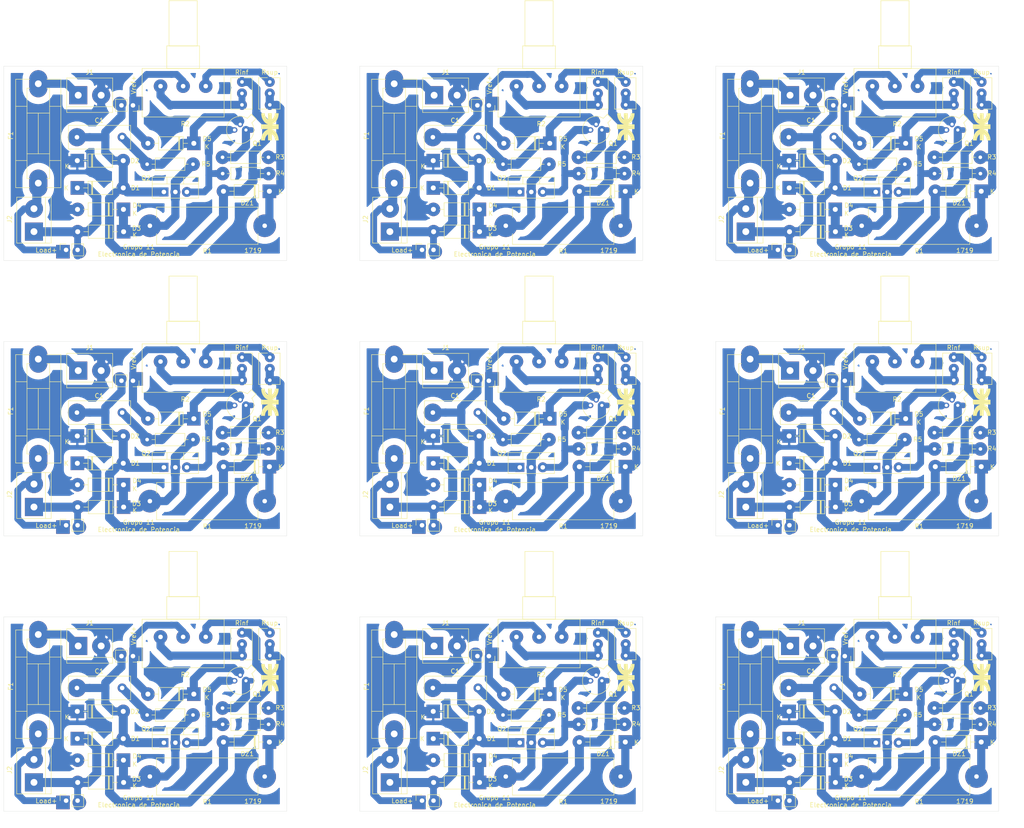
<source format=kicad_pcb>
(kicad_pcb (version 20171130) (host pcbnew "(5.1.0)-1")
  (layers (0 F.Cu signal) (31 B.Cu signal) (34 B.Paste user) (35 F.Paste user) (36 B.SilkS user) (37 F.SilkS user) (38 B.Mask user) (39 F.Mask user) (44 Edge.Cuts user))
  (net 0 "")
  (module lib_fp:PinSocket_1x02_P2.54mm_Vertical (layer F.Cu) (at 216.976 121.9676 90)
    (fp_text reference Load+ (at -0.054 -4.378 180) (layer F.SilkS))
    (fp_text value TestPoint_2Pole)
    (pad 1 thru_hole rect (at 0 0 90) (size 3 3) (drill 1 (offset -0.4 -0.7)) (layers *.Cu *.Mask))
    (pad 2 thru_hole oval (at 0 2.54 90) (size 3 3) (drill 1 (offset -0.4 0.4)) (layers *.Cu *.Mask))
  )
  (module lib_fp:TO-18-3 (layer F.Cu) (at 99.286 95.4276 180)
    (fp_text reference Q1 (at -2.475351 -2.9718) (layer F.SilkS))
    (fp_text value 2N2647)
    (pad 3 thru_hole oval (at 0 0 180) (size 2.5 1.2) (drill 0.7 (offset -0.6 0)) (layers *.Cu *.Mask))
    (pad 1 thru_hole oval (at 1.27 1.27 180) (size 1.2 2.5) (drill 0.7 (offset 0 0.6)) (layers *.Cu *.Mask))
    (pad 2 thru_hole oval (at 2.54 0 180) (size 2.5 1.2) (drill 0.7 (offset 0.6 0)) (layers *.Cu *.Mask))
  )
  (module lib_fp:R_Axial_DIN0207_L6.3mm_D2.5mm_P10.16mm_Horizontal (layer F.Cu) (at 87.5792 103.00716 180)
    (fp_text reference R5 (at -2.8448 0.03556 180) (layer F.SilkS))
    (fp_text value 3,3M)
    (pad 1 thru_hole circle (at 0 0 180) (size 3 3) (drill 0.8) (layers *.Cu *.Mask))
    (pad 2 thru_hole oval (at 10.16 0 180) (size 3 3) (drill 0.8) (layers *.Cu *.Mask))
  )
  (module lib_fp:D_DO-41_SOD81_P10.16mm_Horizontal (layer F.Cu) (at 140.72616 108.24972)
    (fp_text reference D1 (at 12.84224 0.00508) (layer F.SilkS))
    (fp_text value 1N4007)
    (fp_text user K (at -2.45016 0.02788) (layer F.SilkS))
    (pad 1 thru_hole rect (at 0 0) (size 3 3) (drill 1.1) (layers *.Cu *.Mask))
    (pad 2 thru_hole oval (at 10.16 0) (size 3 3) (drill 1.1) (layers *.Cu *.Mask))
  )
  (module lib_fp:D_DO-41_SOD81_P10.16mm_Horizontal (layer F.Cu) (at 183.2102 108.9914 180)
    (fp_text reference DZ1 (at 4.9022 -2.6162 180) (layer F.SilkS))
    (fp_text value Diode_1N47xxA)
    (fp_text user K (at -2.4638 -0.0762 180) (layer F.SilkS))
    (pad 1 thru_hole rect (at 0 0 180) (size 3 3) (drill 1.1) (layers *.Cu *.Mask))
    (pad 2 thru_hole oval (at 10.16 0 180) (size 3 3) (drill 1.1) (layers *.Cu *.Mask))
  )
  (module lib_fp:PinSocket_1x02_P2.54mm_Vertical (layer F.Cu) (at 153.026 89.9776 270)
    (fp_text reference Vref+ (at -4.532 -0.136 270) (layer F.SilkS))
    (fp_text value TestPoint_2Pole)
    (pad 2 thru_hole oval (at 0 2.54 270) (size 3 3) (drill 1 (offset -0.4 0.4)) (layers *.Cu *.Mask))
    (pad 1 thru_hole rect (at 0 0 270) (size 3 3) (drill 1 (offset -0.4 -0.7)) (layers *.Cu *.Mask))
  )
  (module lib_fp:Potentiometer_Bourns_3266Y_Vertical (layer F.Cu) (at 183.296 89.8676 270)
    (fp_text reference Rsup (at -7.216 0.02976) (layer F.SilkS))
    (fp_text value R_POT_TRIM)
    (pad 3 thru_hole circle (at -5.08 0 270) (size 2.2 2.2) (drill 0.8) (layers *.Cu *.Mask))
    (pad 2 thru_hole circle (at -2.54 0 270) (size 2.2 2.2) (drill 0.8) (layers *.Cu *.Mask))
    (pad 1 thru_hole circle (at 0 0 270) (size 2.2 2.2) (drill 0.8) (layers *.Cu *.Mask))
  )
  (module lib_fp:D_DO-41_SOD81_P10.16mm_Horizontal (layer F.Cu) (at 140.716 102.2096)
    (fp_text reference D2 (at 12.7508 0.0508) (layer F.SilkS))
    (fp_text value 1N4007)
    (fp_text user K (at -2.286 1.27) (layer F.SilkS))
    (pad 2 thru_hole oval (at 10.16 0) (size 3 3) (drill 1.1) (layers *.Cu *.Mask))
    (pad 1 thru_hole rect (at 0 0) (size 3 3) (drill 1.1) (layers *.Cu *.Mask))
  )
  (module lib_fp:TerminalBlock_bornier-2_P5.08mm (layer F.Cu) (at 140.916 87.7316)
    (fp_text reference J1 (at 2.54 -5.08) (layer F.SilkS))
    (fp_text value Vin)
    (pad 1 thru_hole rect (at 0 0) (size 4 4) (drill 1.52) (layers *.Cu *.Mask))
    (pad 2 thru_hole circle (at 5.08 0) (size 4 4) (drill 1.52) (layers *.Cu *.Mask))
  )
  (module lib_fp:D_DO-41_SOD81_P10.16mm_Horizontal (layer F.Cu) (at 87.75192 159.34436 180)
    (fp_text reference D5 (at -2.92608 1.00076 180) (layer F.SilkS))
    (fp_text value 1N4007)
    (fp_text user K (at -2.92608 -0.77724 180) (layer F.SilkS))
    (pad 2 thru_hole oval (at 10.16 0 180) (size 3 3) (drill 1.1) (layers *.Cu *.Mask))
    (pad 1 thru_hole rect (at 0 0 180) (size 3 3) (drill 1.1) (layers *.Cu *.Mask))
  )
  (module lib_fp:TO-220-3_Vertical (layer F.Cu) (at 238.6076 109.1438)
    (fp_text reference Q2 (at -3.9624 -3.048) (layer F.SilkS))
    (fp_text value TIC106)
    (pad 1 thru_hole rect (at 0 0) (size 2 2) (drill 1) (layers *.Cu *.Mask))
    (pad 2 thru_hole oval (at 2.54 0) (size 2.2 2.2) (drill 1) (layers *.Cu *.Mask))
    (pad 3 thru_hole oval (at 5.08 0) (size 2.2 2.2) (drill 1) (layers *.Cu *.Mask))
  )
  (module lib_fp:TerminalBlock_bornier-2_P5.08mm (layer F.Cu) (at 62.176 87.7316)
    (fp_text reference J1 (at 2.54 -5.08) (layer F.SilkS))
    (fp_text value Vin)
    (pad 1 thru_hole rect (at 0 0) (size 4 4) (drill 1.52) (layers *.Cu *.Mask))
    (pad 2 thru_hole circle (at 5.08 0) (size 4 4) (drill 1.52) (layers *.Cu *.Mask))
  )
  (module lib_fp:D_DO-41_SOD81_P10.16mm_Horizontal (layer F.Cu) (at 150.92172 113.00968 180)
    (fp_text reference D4 (at -3.00228 0.89408 180) (layer F.SilkS))
    (fp_text value 1N4007)
    (fp_text user K (at -2.50428 -0.88392 180) (layer F.SilkS))
    (pad 2 thru_hole oval (at 10.16 0 180) (size 3 3) (drill 1.1) (layers *.Cu *.Mask))
    (pad 1 thru_hole rect (at 0 0 180) (size 3 3) (drill 1.1) (layers *.Cu *.Mask))
  )
  (module lib_fp:R_Axial_Shunt_L22.2mm_W8.0mm_PS14.30mm_P25.40mm (layer F.Cu) (at 235.5088 116.6276)
    (fp_text reference R1 (at 12.7 5.588) (layer F.SilkS))
    (fp_text value 10k_5W)
    (pad 1 thru_hole circle (at 0 0) (size 5 5) (drill 1) (layers *.Cu *.Mask))
    (pad 1 smd oval (at 5.55 0) (size 0.01 0.01) (layers F.Cu F.Paste F.Mask))
    (pad "" smd oval (at 19.85 0) (size 0.01 0.01) (layers F.Cu F.Paste F.Mask))
    (pad 2 thru_hole circle (at 25.4 0) (size 5 5) (drill 1) (layers *.Cu *.Mask))
  )
  (module lib_fp:TO-220-3_Vertical (layer F.Cu) (at 159.8676 109.1438)
    (fp_text reference Q2 (at -3.9624 -3.048) (layer F.SilkS))
    (fp_text value TIC106)
    (pad 1 thru_hole rect (at 0 0) (size 2 2) (drill 1) (layers *.Cu *.Mask))
    (pad 2 thru_hole oval (at 2.54 0) (size 2.2 2.2) (drill 1) (layers *.Cu *.Mask))
    (pad 3 thru_hole oval (at 5.08 0) (size 2.2 2.2) (drill 1) (layers *.Cu *.Mask))
  )
  (module lib_fp:Potentiometer_Alps_RK163_Single_Horizontal (layer F.Cu) (at 90.386 85.7276 90)
    (fp_text reference R2 (at -8.354 -4.534 180) (layer F.SilkS))
    (fp_text value R_POT)
    (pad 3 thru_hole circle (at 0 -10 90) (size 3 3) (drill 1) (layers *.Cu *.Mask))
    (pad 2 thru_hole circle (at 0 -5 90) (size 3 3) (drill 1) (layers *.Cu *.Mask))
    (pad 1 thru_hole circle (at 0 0 90) (size 3 3) (drill 1) (layers *.Cu *.Mask))
  )
  (module lib_fp:D_DO-41_SOD81_P10.16mm_Horizontal (layer F.Cu) (at 72.21728 117.94236 180)
    (fp_text reference D3 (at -2.86512 0.74676 180) (layer F.SilkS))
    (fp_text value 1N4007)
    (fp_text user K (at -2.46872 -0.77724 180) (layer F.SilkS))
    (pad 1 thru_hole rect (at 0 0 180) (size 3 3) (drill 1.1) (layers *.Cu *.Mask))
    (pad 2 thru_hole oval (at 10.16 0 180) (size 3 3) (drill 1.1) (layers *.Cu *.Mask))
  )
  (module lib_fp:D_DO-41_SOD81_P10.16mm_Horizontal (layer F.Cu) (at 61.98616 108.24972)
    (fp_text reference D1 (at 12.84224 0.00508) (layer F.SilkS))
    (fp_text value 1N4007)
    (fp_text user K (at -2.45016 0.02788) (layer F.SilkS))
    (pad 1 thru_hole rect (at 0 0) (size 3 3) (drill 1.1) (layers *.Cu *.Mask))
    (pad 2 thru_hole oval (at 10.16 0) (size 3 3) (drill 1.1) (layers *.Cu *.Mask))
  )
  (module lib_fp:Fuseholder5x20_horiz_SemiClosed_Casing10x25mm (layer F.Cu) (at 53.34 146.1516 270)
    (fp_text reference F1 (at 11.4808 6.096 270) (layer F.SilkS))
    (fp_text value Fuse)
    (pad 2 thru_hole oval (at 22 0 180) (size 4 6) (drill 1.5) (layers *.Cu *.Mask))
    (pad 1 thru_hole oval (at 0 0 180) (size 4 6) (drill 1.5) (layers *.Cu *.Mask))
  )
  (module lib_fp:logo_utn_fsilk_small (layer F.Cu) (at 183.316 94.7176)
    (fp_text reference G1 hide)
    (fp_text value LOGO hide)
  )
  (module lib_fp:D_DO-41_SOD81_P10.16mm_Horizontal (layer F.Cu) (at 229.66172 113.00968 180)
    (fp_text reference D4 (at -3.00228 0.89408 180) (layer F.SilkS))
    (fp_text value 1N4007)
    (fp_text user K (at -2.50428 -0.88392 180) (layer F.SilkS))
    (pad 2 thru_hole oval (at 10.16 0 180) (size 3 3) (drill 1.1) (layers *.Cu *.Mask))
    (pad 1 thru_hole rect (at 0 0 180) (size 3 3) (drill 1.1) (layers *.Cu *.Mask))
  )
  (module lib_fp:D_DO-41_SOD81_P10.16mm_Horizontal (layer F.Cu) (at 219.456 102.2096)
    (fp_text reference D2 (at 12.7508 0.0508) (layer F.SilkS))
    (fp_text value 1N4007)
    (fp_text user K (at -2.286 1.27) (layer F.SilkS))
    (pad 2 thru_hole oval (at 10.16 0) (size 3 3) (drill 1.1) (layers *.Cu *.Mask))
    (pad 1 thru_hole rect (at 0 0) (size 3 3) (drill 1.1) (layers *.Cu *.Mask))
  )
  (module lib_fp:C_Rect_L13.5mm_W5.0mm_P10.00mm_FKS3_FKP3_MKS4 (layer F.Cu) (at 150.636 97.0276 180)
    (fp_text reference C1 (at 5.094 3.708 180) (layer F.SilkS))
    (fp_text value "0,1uF 400V")
    (pad 1 thru_hole circle (at 0 0 180) (size 2 2) (drill 1) (layers *.Cu *.Mask))
    (pad 2 thru_hole circle (at 10 0 180) (size 4 4) (drill 1) (layers *.Cu *.Mask))
  )
  (module lib_fp:Fuseholder5x20_horiz_SemiClosed_Casing10x25mm (layer F.Cu) (at 132.08 85.1916 270)
    (fp_text reference F1 (at 11.4808 6.096 270) (layer F.SilkS))
    (fp_text value Fuse)
    (pad 2 thru_hole oval (at 22 0 180) (size 4 6) (drill 1.5) (layers *.Cu *.Mask))
    (pad 1 thru_hole oval (at 0 0 180) (size 4 6) (drill 1.5) (layers *.Cu *.Mask))
  )
  (module lib_fp:Potentiometer_Alps_RK163_Single_Horizontal (layer F.Cu) (at 169.126 85.7276 90)
    (fp_text reference R2 (at -8.354 -4.534 180) (layer F.SilkS))
    (fp_text value R_POT)
    (pad 3 thru_hole circle (at 0 -10 90) (size 3 3) (drill 1) (layers *.Cu *.Mask))
    (pad 2 thru_hole circle (at 0 -5 90) (size 3 3) (drill 1) (layers *.Cu *.Mask))
    (pad 1 thru_hole circle (at 0 0 90) (size 3 3) (drill 1) (layers *.Cu *.Mask))
  )
  (module lib_fp:TerminalBlock_bornier-2_P5.08mm (layer F.Cu) (at 209.866 117.9276 90)
    (fp_text reference J2 (at 2.7432 -5.3848 90) (layer F.SilkS))
    (fp_text value Vout)
    (pad 1 thru_hole rect (at 0 0 90) (size 4 4) (drill 1.52) (layers *.Cu *.Mask))
    (pad 2 thru_hole circle (at 5.08 0 90) (size 4 4) (drill 1.52) (layers *.Cu *.Mask))
  )
  (module lib_fp:R_Axial_Shunt_L22.2mm_W8.0mm_PS14.30mm_P25.40mm (layer F.Cu) (at 156.7688 116.6276)
    (fp_text reference R1 (at 12.7 5.588) (layer F.SilkS))
    (fp_text value 10k_5W)
    (pad 1 thru_hole circle (at 0 0) (size 5 5) (drill 1) (layers *.Cu *.Mask))
    (pad 1 smd oval (at 5.55 0) (size 0.01 0.01) (layers F.Cu F.Paste F.Mask))
    (pad "" smd oval (at 19.85 0) (size 0.01 0.01) (layers F.Cu F.Paste F.Mask))
    (pad 2 thru_hole circle (at 25.4 0) (size 5 5) (drill 1) (layers *.Cu *.Mask))
  )
  (module lib_fp:TerminalBlock_bornier-2_P5.08mm (layer F.Cu) (at 52.386 178.8876 90)
    (fp_text reference J2 (at 2.7432 -5.3848 90) (layer F.SilkS))
    (fp_text value Vout)
    (pad 1 thru_hole rect (at 0 0 90) (size 4 4) (drill 1.52) (layers *.Cu *.Mask))
    (pad 2 thru_hole circle (at 5.08 0 90) (size 4 4) (drill 1.52) (layers *.Cu *.Mask))
  )
  (module lib_fp:R_Axial_DIN0207_L6.3mm_D2.5mm_P10.16mm_Horizontal (layer F.Cu) (at 172.8724 105.0798)
    (fp_text reference R4 (at 12.7254 -0.0762) (layer F.SilkS))
    (fp_text value 82)
    (pad 2 thru_hole oval (at 10.16 0) (size 3 3) (drill 0.8) (layers *.Cu *.Mask))
    (pad 1 thru_hole circle (at 0 0) (size 3 3) (drill 0.8) (layers *.Cu *.Mask))
  )
  (module lib_fp:D_DO-41_SOD81_P10.16mm_Horizontal (layer F.Cu) (at 245.23192 98.38436 180)
    (fp_text reference D5 (at -2.92608 1.00076 180) (layer F.SilkS))
    (fp_text value 1N4007)
    (fp_text user K (at -2.92608 -0.77724 180) (layer F.SilkS))
    (pad 2 thru_hole oval (at 10.16 0 180) (size 3 3) (drill 1.1) (layers *.Cu *.Mask))
    (pad 1 thru_hole rect (at 0 0 180) (size 3 3) (drill 1.1) (layers *.Cu *.Mask))
  )
  (module lib_fp:Potentiometer_Bourns_3266Y_Vertical (layer F.Cu) (at 177.146 89.8676 270)
    (fp_text reference Rinf (at -7.21106 0.0381) (layer F.SilkS))
    (fp_text value R_POT_TRIM)
    (pad 1 thru_hole circle (at 0 0 270) (size 2.2 2.2) (drill 0.8) (layers *.Cu *.Mask))
    (pad 2 thru_hole circle (at -2.54 0 270) (size 2.2 2.2) (drill 0.8) (layers *.Cu *.Mask))
    (pad 3 thru_hole circle (at -5.08 0 270) (size 2.2 2.2) (drill 0.8) (layers *.Cu *.Mask))
  )
  (module lib_fp:TerminalBlock_bornier-2_P5.08mm (layer F.Cu) (at 131.126 117.9276 90)
    (fp_text reference J2 (at 2.7432 -5.3848 90) (layer F.SilkS))
    (fp_text value Vout)
    (pad 1 thru_hole rect (at 0 0 90) (size 4 4) (drill 1.52) (layers *.Cu *.Mask))
    (pad 2 thru_hole circle (at 5.08 0 90) (size 4 4) (drill 1.52) (layers *.Cu *.Mask))
  )
  (module lib_fp:R_Axial_DIN0207_L6.3mm_D2.5mm_P10.16mm_Horizontal (layer F.Cu) (at 183.007 101.473 180)
    (fp_text reference R3 (at -2.54 0.0508 180) (layer F.SilkS))
    (fp_text value 180)
    (pad 1 thru_hole circle (at 0 0 180) (size 3 3) (drill 0.8) (layers *.Cu *.Mask))
    (pad 2 thru_hole oval (at 10.16 0 180) (size 3 3) (drill 0.8) (layers *.Cu *.Mask))
  )
  (module lib_fp:PinSocket_1x02_P2.54mm_Vertical (layer F.Cu) (at 74.286 89.9776 270)
    (fp_text reference Vref+ (at -4.532 -0.136 270) (layer F.SilkS))
    (fp_text value TestPoint_2Pole)
    (pad 2 thru_hole oval (at 0 2.54 270) (size 3 3) (drill 1 (offset -0.4 0.4)) (layers *.Cu *.Mask))
    (pad 1 thru_hole rect (at 0 0 270) (size 3 3) (drill 1 (offset -0.4 -0.7)) (layers *.Cu *.Mask))
  )
  (module lib_fp:PinSocket_1x02_P2.54mm_Vertical (layer F.Cu) (at 138.236 121.9676 90)
    (fp_text reference Load+ (at -0.054 -4.378 180) (layer F.SilkS))
    (fp_text value TestPoint_2Pole)
    (pad 1 thru_hole rect (at 0 0 90) (size 3 3) (drill 1 (offset -0.4 -0.7)) (layers *.Cu *.Mask))
    (pad 2 thru_hole oval (at 0 2.54 90) (size 3 3) (drill 1 (offset -0.4 0.4)) (layers *.Cu *.Mask))
  )
  (module lib_fp:D_DO-41_SOD81_P10.16mm_Horizontal (layer F.Cu) (at 166.49192 98.38436 180)
    (fp_text reference D5 (at -2.92608 1.00076 180) (layer F.SilkS))
    (fp_text value 1N4007)
    (fp_text user K (at -2.92608 -0.77724 180) (layer F.SilkS))
    (pad 2 thru_hole oval (at 10.16 0 180) (size 3 3) (drill 1.1) (layers *.Cu *.Mask))
    (pad 1 thru_hole rect (at 0 0 180) (size 3 3) (drill 1.1) (layers *.Cu *.Mask))
  )
  (module lib_fp:D_DO-41_SOD81_P10.16mm_Horizontal (layer F.Cu) (at 261.9502 169.9514 180)
    (fp_text reference DZ1 (at 4.9022 -2.6162 180) (layer F.SilkS))
    (fp_text value Diode_1N47xxA)
    (fp_text user K (at -2.4638 -0.0762 180) (layer F.SilkS))
    (pad 1 thru_hole rect (at 0 0 180) (size 3 3) (drill 1.1) (layers *.Cu *.Mask))
    (pad 2 thru_hole oval (at 10.16 0 180) (size 3 3) (drill 1.1) (layers *.Cu *.Mask))
  )
  (module lib_fp:D_DO-41_SOD81_P10.16mm_Horizontal (layer F.Cu) (at 229.69728 178.90236 180)
    (fp_text reference D3 (at -2.86512 0.74676 180) (layer F.SilkS))
    (fp_text value 1N4007)
    (fp_text user K (at -2.46872 -0.77724 180) (layer F.SilkS))
    (pad 1 thru_hole rect (at 0 0 180) (size 3 3) (drill 1.1) (layers *.Cu *.Mask))
    (pad 2 thru_hole oval (at 10.16 0 180) (size 3 3) (drill 1.1) (layers *.Cu *.Mask))
  )
  (module lib_fp:Potentiometer_Alps_RK163_Single_Horizontal (layer F.Cu) (at 247.866 146.6876 90)
    (fp_text reference R2 (at -8.354 -4.534 180) (layer F.SilkS))
    (fp_text value R_POT)
    (pad 3 thru_hole circle (at 0 -10 90) (size 3 3) (drill 1) (layers *.Cu *.Mask))
    (pad 2 thru_hole circle (at 0 -5 90) (size 3 3) (drill 1) (layers *.Cu *.Mask))
    (pad 1 thru_hole circle (at 0 0 90) (size 3 3) (drill 1) (layers *.Cu *.Mask))
  )
  (module lib_fp:Potentiometer_Bourns_3266Y_Vertical (layer F.Cu) (at 255.886 150.8276 270)
    (fp_text reference Rinf (at -7.21106 0.0381) (layer F.SilkS))
    (fp_text value R_POT_TRIM)
    (pad 1 thru_hole circle (at 0 0 270) (size 2.2 2.2) (drill 0.8) (layers *.Cu *.Mask))
    (pad 2 thru_hole circle (at -2.54 0 270) (size 2.2 2.2) (drill 0.8) (layers *.Cu *.Mask))
    (pad 3 thru_hole circle (at -5.08 0 270) (size 2.2 2.2) (drill 0.8) (layers *.Cu *.Mask))
  )
  (module lib_fp:TO-18-3 (layer F.Cu) (at 256.766 156.3876 180)
    (fp_text reference Q1 (at -2.475351 -2.9718) (layer F.SilkS))
    (fp_text value 2N2647)
    (pad 3 thru_hole oval (at 0 0 180) (size 2.5 1.2) (drill 0.7 (offset -0.6 0)) (layers *.Cu *.Mask))
    (pad 1 thru_hole oval (at 1.27 1.27 180) (size 1.2 2.5) (drill 0.7 (offset 0 0.6)) (layers *.Cu *.Mask))
    (pad 2 thru_hole oval (at 2.54 0 180) (size 2.5 1.2) (drill 0.7 (offset 0.6 0)) (layers *.Cu *.Mask))
  )
  (module lib_fp:R_Axial_DIN0207_L6.3mm_D2.5mm_P10.16mm_Horizontal (layer F.Cu) (at 104.267 162.433 180)
    (fp_text reference R3 (at -2.54 0.0508 180) (layer F.SilkS))
    (fp_text value 180)
    (pad 1 thru_hole circle (at 0 0 180) (size 3 3) (drill 0.8) (layers *.Cu *.Mask))
    (pad 2 thru_hole oval (at 10.16 0 180) (size 3 3) (drill 0.8) (layers *.Cu *.Mask))
  )
  (module lib_fp:D_DO-41_SOD81_P10.16mm_Horizontal (layer F.Cu) (at 61.976 163.1696)
    (fp_text reference D2 (at 12.7508 0.0508) (layer F.SilkS))
    (fp_text value 1N4007)
    (fp_text user K (at -2.286 1.27) (layer F.SilkS))
    (pad 2 thru_hole oval (at 10.16 0) (size 3 3) (drill 1.1) (layers *.Cu *.Mask))
    (pad 1 thru_hole rect (at 0 0) (size 3 3) (drill 1.1) (layers *.Cu *.Mask))
  )
  (module lib_fp:logo_utn_fsilk_small (layer F.Cu) (at 262.056 155.6776)
    (fp_text reference G1 hide)
    (fp_text value LOGO hide)
  )
  (module lib_fp:R_Axial_DIN0207_L6.3mm_D2.5mm_P10.16mm_Horizontal (layer F.Cu) (at 94.1324 166.0398)
    (fp_text reference R4 (at 12.7254 -0.0762) (layer F.SilkS))
    (fp_text value 82)
    (pad 2 thru_hole oval (at 10.16 0) (size 3 3) (drill 0.8) (layers *.Cu *.Mask))
    (pad 1 thru_hole circle (at 0 0) (size 3 3) (drill 0.8) (layers *.Cu *.Mask))
  )
  (module lib_fp:PinSocket_1x02_P2.54mm_Vertical (layer F.Cu) (at 59.496 182.9276 90)
    (fp_text reference Load+ (at -0.054 -4.378 180) (layer F.SilkS))
    (fp_text value TestPoint_2Pole)
    (pad 1 thru_hole rect (at 0 0 90) (size 3 3) (drill 1 (offset -0.4 -0.7)) (layers *.Cu *.Mask))
    (pad 2 thru_hole oval (at 0 2.54 90) (size 3 3) (drill 1 (offset -0.4 0.4)) (layers *.Cu *.Mask))
  )
  (module lib_fp:D_DO-41_SOD81_P10.16mm_Horizontal (layer F.Cu) (at 150.95728 178.90236 180)
    (fp_text reference D3 (at -2.86512 0.74676 180) (layer F.SilkS))
    (fp_text value 1N4007)
    (fp_text user K (at -2.46872 -0.77724 180) (layer F.SilkS))
    (pad 1 thru_hole rect (at 0 0 180) (size 3 3) (drill 1.1) (layers *.Cu *.Mask))
    (pad 2 thru_hole oval (at 10.16 0 180) (size 3 3) (drill 1.1) (layers *.Cu *.Mask))
  )
  (module lib_fp:R_Axial_DIN0207_L6.3mm_D2.5mm_P10.16mm_Horizontal (layer F.Cu) (at 245.0592 163.96716 180)
    (fp_text reference R5 (at -2.8448 0.03556 180) (layer F.SilkS))
    (fp_text value 3,3M)
    (pad 1 thru_hole circle (at 0 0 180) (size 3 3) (drill 0.8) (layers *.Cu *.Mask))
    (pad 2 thru_hole oval (at 10.16 0 180) (size 3 3) (drill 0.8) (layers *.Cu *.Mask))
  )
  (module lib_fp:R_Axial_DIN0207_L6.3mm_D2.5mm_P10.16mm_Horizontal (layer F.Cu) (at 261.747 162.433 180)
    (fp_text reference R3 (at -2.54 0.0508 180) (layer F.SilkS))
    (fp_text value 180)
    (pad 1 thru_hole circle (at 0 0 180) (size 3 3) (drill 0.8) (layers *.Cu *.Mask))
    (pad 2 thru_hole oval (at 10.16 0 180) (size 3 3) (drill 0.8) (layers *.Cu *.Mask))
  )
  (module lib_fp:C_Rect_L13.5mm_W5.0mm_P10.00mm_FKS3_FKP3_MKS4 (layer F.Cu) (at 71.896 157.9876 180)
    (fp_text reference C1 (at 5.094 3.708 180) (layer F.SilkS))
    (fp_text value "0,1uF 400V")
    (pad 1 thru_hole circle (at 0 0 180) (size 2 2) (drill 1) (layers *.Cu *.Mask))
    (pad 2 thru_hole circle (at 10 0 180) (size 4 4) (drill 1) (layers *.Cu *.Mask))
  )
  (module lib_fp:logo_utn_fsilk_small (layer F.Cu) (at 104.576 155.6776)
    (fp_text reference G1 hide)
    (fp_text value LOGO hide)
  )
  (module lib_fp:TerminalBlock_bornier-2_P5.08mm (layer F.Cu) (at 219.656 148.6916)
    (fp_text reference J1 (at 2.54 -5.08) (layer F.SilkS))
    (fp_text value Vin)
    (pad 1 thru_hole rect (at 0 0) (size 4 4) (drill 1.52) (layers *.Cu *.Mask))
    (pad 2 thru_hole circle (at 5.08 0) (size 4 4) (drill 1.52) (layers *.Cu *.Mask))
  )
  (module lib_fp:Potentiometer_Bourns_3266Y_Vertical (layer F.Cu) (at 98.406 150.8276 270)
    (fp_text reference Rinf (at -7.21106 0.0381) (layer F.SilkS))
    (fp_text value R_POT_TRIM)
    (pad 1 thru_hole circle (at 0 0 270) (size 2.2 2.2) (drill 0.8) (layers *.Cu *.Mask))
    (pad 2 thru_hole circle (at -2.54 0 270) (size 2.2 2.2) (drill 0.8) (layers *.Cu *.Mask))
    (pad 3 thru_hole circle (at -5.08 0 270) (size 2.2 2.2) (drill 0.8) (layers *.Cu *.Mask))
  )
  (module lib_fp:logo_utn_fsilk_small (layer F.Cu) (at 183.316 155.6776)
    (fp_text reference G1 hide)
    (fp_text value LOGO hide)
  )
  (module lib_fp:D_DO-41_SOD81_P10.16mm_Horizontal (layer F.Cu) (at 219.46616 169.20972)
    (fp_text reference D1 (at 12.84224 0.00508) (layer F.SilkS))
    (fp_text value 1N4007)
    (fp_text user K (at -2.45016 0.02788) (layer F.SilkS))
    (pad 1 thru_hole rect (at 0 0) (size 3 3) (drill 1.1) (layers *.Cu *.Mask))
    (pad 2 thru_hole oval (at 10.16 0) (size 3 3) (drill 1.1) (layers *.Cu *.Mask))
  )
  (module lib_fp:R_Axial_DIN0207_L6.3mm_D2.5mm_P10.16mm_Horizontal (layer F.Cu) (at 183.007 162.433 180)
    (fp_text reference R3 (at -2.54 0.0508 180) (layer F.SilkS))
    (fp_text value 180)
    (pad 1 thru_hole circle (at 0 0 180) (size 3 3) (drill 0.8) (layers *.Cu *.Mask))
    (pad 2 thru_hole oval (at 10.16 0 180) (size 3 3) (drill 0.8) (layers *.Cu *.Mask))
  )
  (module lib_fp:C_Rect_L13.5mm_W5.0mm_P10.00mm_FKS3_FKP3_MKS4 (layer F.Cu) (at 229.376 157.9876 180)
    (fp_text reference C1 (at 5.094 3.708 180) (layer F.SilkS))
    (fp_text value "0,1uF 400V")
    (pad 1 thru_hole circle (at 0 0 180) (size 2 2) (drill 1) (layers *.Cu *.Mask))
    (pad 2 thru_hole circle (at 10 0 180) (size 4 4) (drill 1) (layers *.Cu *.Mask))
  )
  (module lib_fp:Fuseholder5x20_horiz_SemiClosed_Casing10x25mm (layer F.Cu) (at 210.82 146.1516 270)
    (fp_text reference F1 (at 11.4808 6.096 270) (layer F.SilkS))
    (fp_text value Fuse)
    (pad 2 thru_hole oval (at 22 0 180) (size 4 6) (drill 1.5) (layers *.Cu *.Mask))
    (pad 1 thru_hole oval (at 0 0 180) (size 4 6) (drill 1.5) (layers *.Cu *.Mask))
  )
  (module lib_fp:PinSocket_1x02_P2.54mm_Vertical (layer F.Cu) (at 153.026 150.9376 270)
    (fp_text reference Vref+ (at -4.532 -0.136 270) (layer F.SilkS))
    (fp_text value TestPoint_2Pole)
    (pad 2 thru_hole oval (at 0 2.54 270) (size 3 3) (drill 1 (offset -0.4 0.4)) (layers *.Cu *.Mask))
    (pad 1 thru_hole rect (at 0 0 270) (size 3 3) (drill 1 (offset -0.4 -0.7)) (layers *.Cu *.Mask))
  )
  (module lib_fp:Potentiometer_Bourns_3266Y_Vertical (layer F.Cu) (at 262.036 150.8276 270)
    (fp_text reference Rsup (at -7.216 0.02976) (layer F.SilkS))
    (fp_text value R_POT_TRIM)
    (pad 3 thru_hole circle (at -5.08 0 270) (size 2.2 2.2) (drill 0.8) (layers *.Cu *.Mask))
    (pad 2 thru_hole circle (at -2.54 0 270) (size 2.2 2.2) (drill 0.8) (layers *.Cu *.Mask))
    (pad 1 thru_hole circle (at 0 0 270) (size 2.2 2.2) (drill 0.8) (layers *.Cu *.Mask))
  )
  (module lib_fp:Potentiometer_Bourns_3266Y_Vertical (layer F.Cu) (at 104.556 150.8276 270)
    (fp_text reference Rsup (at -7.216 0.02976) (layer F.SilkS))
    (fp_text value R_POT_TRIM)
    (pad 3 thru_hole circle (at -5.08 0 270) (size 2.2 2.2) (drill 0.8) (layers *.Cu *.Mask))
    (pad 2 thru_hole circle (at -2.54 0 270) (size 2.2 2.2) (drill 0.8) (layers *.Cu *.Mask))
    (pad 1 thru_hole circle (at 0 0 270) (size 2.2 2.2) (drill 0.8) (layers *.Cu *.Mask))
  )
  (module lib_fp:TerminalBlock_bornier-2_P5.08mm (layer F.Cu) (at 209.866 178.8876 90)
    (fp_text reference J2 (at 2.7432 -5.3848 90) (layer F.SilkS))
    (fp_text value Vout)
    (pad 1 thru_hole rect (at 0 0 90) (size 4 4) (drill 1.52) (layers *.Cu *.Mask))
    (pad 2 thru_hole circle (at 5.08 0 90) (size 4 4) (drill 1.52) (layers *.Cu *.Mask))
  )
  (module lib_fp:R_Axial_DIN0207_L6.3mm_D2.5mm_P10.16mm_Horizontal (layer F.Cu) (at 251.6124 166.0398)
    (fp_text reference R4 (at 12.7254 -0.0762) (layer F.SilkS))
    (fp_text value 82)
    (pad 2 thru_hole oval (at 10.16 0) (size 3 3) (drill 0.8) (layers *.Cu *.Mask))
    (pad 1 thru_hole circle (at 0 0) (size 3 3) (drill 0.8) (layers *.Cu *.Mask))
  )
  (module lib_fp:TO-220-3_Vertical (layer F.Cu) (at 81.1276 170.1038)
    (fp_text reference Q2 (at -3.9624 -3.048) (layer F.SilkS))
    (fp_text value TIC106)
    (pad 1 thru_hole rect (at 0 0) (size 2 2) (drill 1) (layers *.Cu *.Mask))
    (pad 2 thru_hole oval (at 2.54 0) (size 2.2 2.2) (drill 1) (layers *.Cu *.Mask))
    (pad 3 thru_hole oval (at 5.08 0) (size 2.2 2.2) (drill 1) (layers *.Cu *.Mask))
  )
  (module lib_fp:R_Axial_Shunt_L22.2mm_W8.0mm_PS14.30mm_P25.40mm (layer F.Cu) (at 78.0288 177.5876)
    (fp_text reference R1 (at 12.7 5.588) (layer F.SilkS))
    (fp_text value 10k_5W)
    (pad 1 thru_hole circle (at 0 0) (size 5 5) (drill 1) (layers *.Cu *.Mask))
    (pad 1 smd oval (at 5.55 0) (size 0.01 0.01) (layers F.Cu F.Paste F.Mask))
    (pad "" smd oval (at 19.85 0) (size 0.01 0.01) (layers F.Cu F.Paste F.Mask))
    (pad 2 thru_hole circle (at 25.4 0) (size 5 5) (drill 1) (layers *.Cu *.Mask))
  )
  (module lib_fp:TO-18-3 (layer F.Cu) (at 178.026 156.3876 180)
    (fp_text reference Q1 (at -2.475351 -2.9718) (layer F.SilkS))
    (fp_text value 2N2647)
    (pad 3 thru_hole oval (at 0 0 180) (size 2.5 1.2) (drill 0.7 (offset -0.6 0)) (layers *.Cu *.Mask))
    (pad 1 thru_hole oval (at 1.27 1.27 180) (size 1.2 2.5) (drill 0.7 (offset 0 0.6)) (layers *.Cu *.Mask))
    (pad 2 thru_hole oval (at 2.54 0 180) (size 2.5 1.2) (drill 0.7 (offset 0.6 0)) (layers *.Cu *.Mask))
  )
  (module lib_fp:R_Axial_Shunt_L22.2mm_W8.0mm_PS14.30mm_P25.40mm (layer F.Cu) (at 156.7688 177.5876)
    (fp_text reference R1 (at 12.7 5.588) (layer F.SilkS))
    (fp_text value 10k_5W)
    (pad 1 thru_hole circle (at 0 0) (size 5 5) (drill 1) (layers *.Cu *.Mask))
    (pad 1 smd oval (at 5.55 0) (size 0.01 0.01) (layers F.Cu F.Paste F.Mask))
    (pad "" smd oval (at 19.85 0) (size 0.01 0.01) (layers F.Cu F.Paste F.Mask))
    (pad 2 thru_hole circle (at 25.4 0) (size 5 5) (drill 1) (layers *.Cu *.Mask))
  )
  (module lib_fp:PinSocket_1x02_P2.54mm_Vertical (layer F.Cu) (at 216.976 182.9276 90)
    (fp_text reference Load+ (at -0.054 -4.378 180) (layer F.SilkS))
    (fp_text value TestPoint_2Pole)
    (pad 1 thru_hole rect (at 0 0 90) (size 3 3) (drill 1 (offset -0.4 -0.7)) (layers *.Cu *.Mask))
    (pad 2 thru_hole oval (at 0 2.54 90) (size 3 3) (drill 1 (offset -0.4 0.4)) (layers *.Cu *.Mask))
  )
  (module lib_fp:PinSocket_1x02_P2.54mm_Vertical (layer F.Cu) (at 231.766 150.9376 270)
    (fp_text reference Vref+ (at -4.532 -0.136 270) (layer F.SilkS))
    (fp_text value TestPoint_2Pole)
    (pad 2 thru_hole oval (at 0 2.54 270) (size 3 3) (drill 1 (offset -0.4 0.4)) (layers *.Cu *.Mask))
    (pad 1 thru_hole rect (at 0 0 270) (size 3 3) (drill 1 (offset -0.4 -0.7)) (layers *.Cu *.Mask))
  )
  (module lib_fp:D_DO-41_SOD81_P10.16mm_Horizontal (layer F.Cu) (at 72.18172 173.96968 180)
    (fp_text reference D4 (at -3.00228 0.89408 180) (layer F.SilkS))
    (fp_text value 1N4007)
    (fp_text user K (at -2.50428 -0.88392 180) (layer F.SilkS))
    (pad 2 thru_hole oval (at 10.16 0 180) (size 3 3) (drill 1.1) (layers *.Cu *.Mask))
    (pad 1 thru_hole rect (at 0 0 180) (size 3 3) (drill 1.1) (layers *.Cu *.Mask))
  )
  (module lib_fp:R_Axial_DIN0207_L6.3mm_D2.5mm_P10.16mm_Horizontal (layer F.Cu) (at 166.3192 163.96716 180)
    (fp_text reference R5 (at -2.8448 0.03556 180) (layer F.SilkS))
    (fp_text value 3,3M)
    (pad 1 thru_hole circle (at 0 0 180) (size 3 3) (drill 0.8) (layers *.Cu *.Mask))
    (pad 2 thru_hole oval (at 10.16 0 180) (size 3 3) (drill 0.8) (layers *.Cu *.Mask))
  )
  (module lib_fp:D_DO-41_SOD81_P10.16mm_Horizontal (layer F.Cu) (at 104.4702 169.9514 180)
    (fp_text reference DZ1 (at 4.9022 -2.6162 180) (layer F.SilkS))
    (fp_text value Diode_1N47xxA)
    (fp_text user K (at -2.4638 -0.0762 180) (layer F.SilkS))
    (pad 1 thru_hole rect (at 0 0 180) (size 3 3) (drill 1.1) (layers *.Cu *.Mask))
    (pad 2 thru_hole oval (at 10.16 0 180) (size 3 3) (drill 1.1) (layers *.Cu *.Mask))
  )
  (module lib_fp:Potentiometer_Alps_RK163_Single_Horizontal (layer F.Cu) (at 169.126 24.7676 90)
    (fp_text reference R2 (at -8.354 -4.534 180) (layer F.SilkS))
    (fp_text value R_POT)
    (pad 3 thru_hole circle (at 0 -10 90) (size 3 3) (drill 1) (layers *.Cu *.Mask))
    (pad 2 thru_hole circle (at 0 -5 90) (size 3 3) (drill 1) (layers *.Cu *.Mask))
    (pad 1 thru_hole circle (at 0 0 90) (size 3 3) (drill 1) (layers *.Cu *.Mask))
  )
  (module lib_fp:D_DO-41_SOD81_P10.16mm_Horizontal (layer F.Cu) (at 229.66172 52.04968 180)
    (fp_text reference D4 (at -3.00228 0.89408 180) (layer F.SilkS))
    (fp_text value 1N4007)
    (fp_text user K (at -2.50428 -0.88392 180) (layer F.SilkS))
    (pad 2 thru_hole oval (at 10.16 0 180) (size 3 3) (drill 1.1) (layers *.Cu *.Mask))
    (pad 1 thru_hole rect (at 0 0 180) (size 3 3) (drill 1.1) (layers *.Cu *.Mask))
  )
  (module lib_fp:Potentiometer_Alps_RK163_Single_Horizontal (layer F.Cu) (at 90.386 24.7676 90)
    (fp_text reference R2 (at -8.354 -4.534 180) (layer F.SilkS))
    (fp_text value R_POT)
    (pad 3 thru_hole circle (at 0 -10 90) (size 3 3) (drill 1) (layers *.Cu *.Mask))
    (pad 2 thru_hole circle (at 0 -5 90) (size 3 3) (drill 1) (layers *.Cu *.Mask))
    (pad 1 thru_hole circle (at 0 0 90) (size 3 3) (drill 1) (layers *.Cu *.Mask))
  )
  (module lib_fp:PinSocket_1x02_P2.54mm_Vertical (layer F.Cu) (at 74.286 29.0176 270)
    (fp_text reference Vref+ (at -4.532 -0.136 270) (layer F.SilkS))
    (fp_text value TestPoint_2Pole)
    (pad 2 thru_hole oval (at 0 2.54 270) (size 3 3) (drill 1 (offset -0.4 0.4)) (layers *.Cu *.Mask))
    (pad 1 thru_hole rect (at 0 0 270) (size 3 3) (drill 1 (offset -0.4 -0.7)) (layers *.Cu *.Mask))
  )
  (module lib_fp:D_DO-41_SOD81_P10.16mm_Horizontal (layer F.Cu) (at 72.21728 56.98236 180)
    (fp_text reference D3 (at -2.86512 0.74676 180) (layer F.SilkS))
    (fp_text value 1N4007)
    (fp_text user K (at -2.46872 -0.77724 180) (layer F.SilkS))
    (pad 1 thru_hole rect (at 0 0 180) (size 3 3) (drill 1.1) (layers *.Cu *.Mask))
    (pad 2 thru_hole oval (at 10.16 0 180) (size 3 3) (drill 1.1) (layers *.Cu *.Mask))
  )
  (module lib_fp:R_Axial_DIN0207_L6.3mm_D2.5mm_P10.16mm_Horizontal (layer F.Cu) (at 87.5792 42.04716 180)
    (fp_text reference R5 (at -2.8448 0.03556 180) (layer F.SilkS))
    (fp_text value 3,3M)
    (pad 1 thru_hole circle (at 0 0 180) (size 3 3) (drill 0.8) (layers *.Cu *.Mask))
    (pad 2 thru_hole oval (at 10.16 0 180) (size 3 3) (drill 0.8) (layers *.Cu *.Mask))
  )
  (module lib_fp:Potentiometer_Bourns_3266Y_Vertical (layer F.Cu) (at 183.296 28.9076 270)
    (fp_text reference Rsup (at -7.216 0.02976) (layer F.SilkS))
    (fp_text value R_POT_TRIM)
    (pad 3 thru_hole circle (at -5.08 0 270) (size 2.2 2.2) (drill 0.8) (layers *.Cu *.Mask))
    (pad 2 thru_hole circle (at -2.54 0 270) (size 2.2 2.2) (drill 0.8) (layers *.Cu *.Mask))
    (pad 1 thru_hole circle (at 0 0 270) (size 2.2 2.2) (drill 0.8) (layers *.Cu *.Mask))
  )
  (module lib_fp:D_DO-41_SOD81_P10.16mm_Horizontal (layer F.Cu) (at 166.49192 37.42436 180)
    (fp_text reference D5 (at -2.92608 1.00076 180) (layer F.SilkS))
    (fp_text value 1N4007)
    (fp_text user K (at -2.92608 -0.77724 180) (layer F.SilkS))
    (pad 2 thru_hole oval (at 10.16 0 180) (size 3 3) (drill 1.1) (layers *.Cu *.Mask))
    (pad 1 thru_hole rect (at 0 0 180) (size 3 3) (drill 1.1) (layers *.Cu *.Mask))
  )
  (module lib_fp:D_DO-41_SOD81_P10.16mm_Horizontal (layer F.Cu) (at 140.716 41.2496)
    (fp_text reference D2 (at 12.7508 0.0508) (layer F.SilkS))
    (fp_text value 1N4007)
    (fp_text user K (at -2.286 1.27) (layer F.SilkS))
    (pad 2 thru_hole oval (at 10.16 0) (size 3 3) (drill 1.1) (layers *.Cu *.Mask))
    (pad 1 thru_hole rect (at 0 0) (size 3 3) (drill 1.1) (layers *.Cu *.Mask))
  )
  (module lib_fp:TO-220-3_Vertical (layer F.Cu) (at 159.8676 48.1838)
    (fp_text reference Q2 (at -3.9624 -3.048) (layer F.SilkS))
    (fp_text value TIC106)
    (pad 1 thru_hole rect (at 0 0) (size 2 2) (drill 1) (layers *.Cu *.Mask))
    (pad 2 thru_hole oval (at 2.54 0) (size 2.2 2.2) (drill 1) (layers *.Cu *.Mask))
    (pad 3 thru_hole oval (at 5.08 0) (size 2.2 2.2) (drill 1) (layers *.Cu *.Mask))
  )
  (module lib_fp:TerminalBlock_bornier-2_P5.08mm (layer F.Cu) (at 140.916 26.7716)
    (fp_text reference J1 (at 2.54 -5.08) (layer F.SilkS))
    (fp_text value Vin)
    (pad 1 thru_hole rect (at 0 0) (size 4 4) (drill 1.52) (layers *.Cu *.Mask))
    (pad 2 thru_hole circle (at 5.08 0) (size 4 4) (drill 1.52) (layers *.Cu *.Mask))
  )
  (module lib_fp:D_DO-41_SOD81_P10.16mm_Horizontal (layer F.Cu) (at 61.98616 47.28972)
    (fp_text reference D1 (at 12.84224 0.00508) (layer F.SilkS))
    (fp_text value 1N4007)
    (fp_text user K (at -2.45016 0.02788) (layer F.SilkS))
    (pad 1 thru_hole rect (at 0 0) (size 3 3) (drill 1.1) (layers *.Cu *.Mask))
    (pad 2 thru_hole oval (at 10.16 0) (size 3 3) (drill 1.1) (layers *.Cu *.Mask))
  )
  (module lib_fp:TO-18-3 (layer F.Cu) (at 99.286 34.4676 180)
    (fp_text reference Q1 (at -2.475351 -2.9718) (layer F.SilkS))
    (fp_text value 2N2647)
    (pad 3 thru_hole oval (at 0 0 180) (size 2.5 1.2) (drill 0.7 (offset -0.6 0)) (layers *.Cu *.Mask))
    (pad 1 thru_hole oval (at 1.27 1.27 180) (size 1.2 2.5) (drill 0.7 (offset 0 0.6)) (layers *.Cu *.Mask))
    (pad 2 thru_hole oval (at 2.54 0 180) (size 2.5 1.2) (drill 0.7 (offset 0.6 0)) (layers *.Cu *.Mask))
  )
  (module lib_fp:D_DO-41_SOD81_P10.16mm_Horizontal (layer F.Cu) (at 140.72616 47.28972)
    (fp_text reference D1 (at 12.84224 0.00508) (layer F.SilkS))
    (fp_text value 1N4007)
    (fp_text user K (at -2.45016 0.02788) (layer F.SilkS))
    (pad 1 thru_hole rect (at 0 0) (size 3 3) (drill 1.1) (layers *.Cu *.Mask))
    (pad 2 thru_hole oval (at 10.16 0) (size 3 3) (drill 1.1) (layers *.Cu *.Mask))
  )
  (module lib_fp:TerminalBlock_bornier-2_P5.08mm (layer F.Cu) (at 131.126 56.9676 90)
    (fp_text reference J2 (at 2.7432 -5.3848 90) (layer F.SilkS))
    (fp_text value Vout)
    (pad 1 thru_hole rect (at 0 0 90) (size 4 4) (drill 1.52) (layers *.Cu *.Mask))
    (pad 2 thru_hole circle (at 5.08 0 90) (size 4 4) (drill 1.52) (layers *.Cu *.Mask))
  )
  (module lib_fp:TerminalBlock_bornier-2_P5.08mm (layer F.Cu) (at 62.176 26.7716)
    (fp_text reference J1 (at 2.54 -5.08) (layer F.SilkS))
    (fp_text value Vin)
    (pad 1 thru_hole rect (at 0 0) (size 4 4) (drill 1.52) (layers *.Cu *.Mask))
    (pad 2 thru_hole circle (at 5.08 0) (size 4 4) (drill 1.52) (layers *.Cu *.Mask))
  )
  (module lib_fp:R_Axial_Shunt_L22.2mm_W8.0mm_PS14.30mm_P25.40mm (layer F.Cu) (at 235.5088 55.6676)
    (fp_text reference R1 (at 12.7 5.588) (layer F.SilkS))
    (fp_text value 10k_5W)
    (pad 1 thru_hole circle (at 0 0) (size 5 5) (drill 1) (layers *.Cu *.Mask))
    (pad 1 smd oval (at 5.55 0) (size 0.01 0.01) (layers F.Cu F.Paste F.Mask))
    (pad "" smd oval (at 19.85 0) (size 0.01 0.01) (layers F.Cu F.Paste F.Mask))
    (pad 2 thru_hole circle (at 25.4 0) (size 5 5) (drill 1) (layers *.Cu *.Mask))
  )
  (module lib_fp:Fuseholder5x20_horiz_SemiClosed_Casing10x25mm (layer F.Cu) (at 132.08 24.2316 270)
    (fp_text reference F1 (at 11.4808 6.096 270) (layer F.SilkS))
    (fp_text value Fuse)
    (pad 2 thru_hole oval (at 22 0 180) (size 4 6) (drill 1.5) (layers *.Cu *.Mask))
    (pad 1 thru_hole oval (at 0 0 180) (size 4 6) (drill 1.5) (layers *.Cu *.Mask))
  )
  (module lib_fp:R_Axial_Shunt_L22.2mm_W8.0mm_PS14.30mm_P25.40mm (layer F.Cu) (at 78.0288 55.6676)
    (fp_text reference R1 (at 12.7 5.588) (layer F.SilkS))
    (fp_text value 10k_5W)
    (pad 1 thru_hole circle (at 0 0) (size 5 5) (drill 1) (layers *.Cu *.Mask))
    (pad 1 smd oval (at 5.55 0) (size 0.01 0.01) (layers F.Cu F.Paste F.Mask))
    (pad "" smd oval (at 19.85 0) (size 0.01 0.01) (layers F.Cu F.Paste F.Mask))
    (pad 2 thru_hole circle (at 25.4 0) (size 5 5) (drill 1) (layers *.Cu *.Mask))
  )
  (module lib_fp:TO-220-3_Vertical (layer F.Cu) (at 81.1276 48.1838)
    (fp_text reference Q2 (at -3.9624 -3.048) (layer F.SilkS))
    (fp_text value TIC106)
    (pad 1 thru_hole rect (at 0 0) (size 2 2) (drill 1) (layers *.Cu *.Mask))
    (pad 2 thru_hole oval (at 2.54 0) (size 2.2 2.2) (drill 1) (layers *.Cu *.Mask))
    (pad 3 thru_hole oval (at 5.08 0) (size 2.2 2.2) (drill 1) (layers *.Cu *.Mask))
  )
  (module lib_fp:TerminalBlock_bornier-2_P5.08mm (layer F.Cu) (at 52.386 56.9676 90)
    (fp_text reference J2 (at 2.7432 -5.3848 90) (layer F.SilkS))
    (fp_text value Vout)
    (pad 1 thru_hole rect (at 0 0 90) (size 4 4) (drill 1.52) (layers *.Cu *.Mask))
    (pad 2 thru_hole circle (at 5.08 0 90) (size 4 4) (drill 1.52) (layers *.Cu *.Mask))
  )
  (module lib_fp:Fuseholder5x20_horiz_SemiClosed_Casing10x25mm (layer F.Cu) (at 53.34 24.2316 270)
    (fp_text reference F1 (at 11.4808 6.096 270) (layer F.SilkS))
    (fp_text value Fuse)
    (pad 2 thru_hole oval (at 22 0 180) (size 4 6) (drill 1.5) (layers *.Cu *.Mask))
    (pad 1 thru_hole oval (at 0 0 180) (size 4 6) (drill 1.5) (layers *.Cu *.Mask))
  )
  (module lib_fp:TO-18-3 (layer F.Cu) (at 178.026 34.4676 180)
    (fp_text reference Q1 (at -2.475351 -2.9718) (layer F.SilkS))
    (fp_text value 2N2647)
    (pad 3 thru_hole oval (at 0 0 180) (size 2.5 1.2) (drill 0.7 (offset -0.6 0)) (layers *.Cu *.Mask))
    (pad 1 thru_hole oval (at 1.27 1.27 180) (size 1.2 2.5) (drill 0.7 (offset 0 0.6)) (layers *.Cu *.Mask))
    (pad 2 thru_hole oval (at 2.54 0 180) (size 2.5 1.2) (drill 0.7 (offset 0.6 0)) (layers *.Cu *.Mask))
  )
  (module lib_fp:D_DO-41_SOD81_P10.16mm_Horizontal (layer F.Cu) (at 87.75192 37.42436 180)
    (fp_text reference D5 (at -2.92608 1.00076 180) (layer F.SilkS))
    (fp_text value 1N4007)
    (fp_text user K (at -2.92608 -0.77724 180) (layer F.SilkS))
    (pad 2 thru_hole oval (at 10.16 0 180) (size 3 3) (drill 1.1) (layers *.Cu *.Mask))
    (pad 1 thru_hole rect (at 0 0 180) (size 3 3) (drill 1.1) (layers *.Cu *.Mask))
  )
  (module lib_fp:D_DO-41_SOD81_P10.16mm_Horizontal (layer F.Cu) (at 104.4702 48.0314 180)
    (fp_text reference DZ1 (at 4.9022 -2.6162 180) (layer F.SilkS))
    (fp_text value Diode_1N47xxA)
    (fp_text user K (at -2.4638 -0.0762 180) (layer F.SilkS))
    (pad 1 thru_hole rect (at 0 0 180) (size 3 3) (drill 1.1) (layers *.Cu *.Mask))
    (pad 2 thru_hole oval (at 10.16 0 180) (size 3 3) (drill 1.1) (layers *.Cu *.Mask))
  )
  (module lib_fp:D_DO-41_SOD81_P10.16mm_Horizontal (layer F.Cu) (at 72.18172 52.04968 180)
    (fp_text reference D4 (at -3.00228 0.89408 180) (layer F.SilkS))
    (fp_text value 1N4007)
    (fp_text user K (at -2.50428 -0.88392 180) (layer F.SilkS))
    (pad 2 thru_hole oval (at 10.16 0 180) (size 3 3) (drill 1.1) (layers *.Cu *.Mask))
    (pad 1 thru_hole rect (at 0 0 180) (size 3 3) (drill 1.1) (layers *.Cu *.Mask))
  )
  (module lib_fp:D_DO-41_SOD81_P10.16mm_Horizontal (layer F.Cu) (at 150.95728 56.98236 180)
    (fp_text reference D3 (at -2.86512 0.74676 180) (layer F.SilkS))
    (fp_text value 1N4007)
    (fp_text user K (at -2.46872 -0.77724 180) (layer F.SilkS))
    (pad 1 thru_hole rect (at 0 0 180) (size 3 3) (drill 1.1) (layers *.Cu *.Mask))
    (pad 2 thru_hole oval (at 10.16 0 180) (size 3 3) (drill 1.1) (layers *.Cu *.Mask))
  )
  (module lib_fp:D_DO-41_SOD81_P10.16mm_Horizontal (layer F.Cu) (at 219.456 163.1696)
    (fp_text reference D2 (at 12.7508 0.0508) (layer F.SilkS))
    (fp_text value 1N4007)
    (fp_text user K (at -2.286 1.27) (layer F.SilkS))
    (pad 2 thru_hole oval (at 10.16 0) (size 3 3) (drill 1.1) (layers *.Cu *.Mask))
    (pad 1 thru_hole rect (at 0 0) (size 3 3) (drill 1.1) (layers *.Cu *.Mask))
  )
  (module lib_fp:D_DO-41_SOD81_P10.16mm_Horizontal (layer F.Cu) (at 183.2102 169.9514 180)
    (fp_text reference DZ1 (at 4.9022 -2.6162 180) (layer F.SilkS))
    (fp_text value Diode_1N47xxA)
    (fp_text user K (at -2.4638 -0.0762 180) (layer F.SilkS))
    (pad 1 thru_hole rect (at 0 0 180) (size 3 3) (drill 1.1) (layers *.Cu *.Mask))
    (pad 2 thru_hole oval (at 10.16 0 180) (size 3 3) (drill 1.1) (layers *.Cu *.Mask))
  )
  (module lib_fp:TerminalBlock_bornier-2_P5.08mm (layer F.Cu) (at 62.176 148.6916)
    (fp_text reference J1 (at 2.54 -5.08) (layer F.SilkS))
    (fp_text value Vin)
    (pad 1 thru_hole rect (at 0 0) (size 4 4) (drill 1.52) (layers *.Cu *.Mask))
    (pad 2 thru_hole circle (at 5.08 0) (size 4 4) (drill 1.52) (layers *.Cu *.Mask))
  )
  (module lib_fp:R_Axial_DIN0207_L6.3mm_D2.5mm_P10.16mm_Horizontal (layer F.Cu) (at 172.8724 166.0398)
    (fp_text reference R4 (at 12.7254 -0.0762) (layer F.SilkS))
    (fp_text value 82)
    (pad 2 thru_hole oval (at 10.16 0) (size 3 3) (drill 0.8) (layers *.Cu *.Mask))
    (pad 1 thru_hole circle (at 0 0) (size 3 3) (drill 0.8) (layers *.Cu *.Mask))
  )
  (module lib_fp:R_Axial_DIN0207_L6.3mm_D2.5mm_P10.16mm_Horizontal (layer F.Cu) (at 87.5792 163.96716 180)
    (fp_text reference R5 (at -2.8448 0.03556 180) (layer F.SilkS))
    (fp_text value 3,3M)
    (pad 1 thru_hole circle (at 0 0 180) (size 3 3) (drill 0.8) (layers *.Cu *.Mask))
    (pad 2 thru_hole oval (at 10.16 0 180) (size 3 3) (drill 0.8) (layers *.Cu *.Mask))
  )
  (module lib_fp:Potentiometer_Alps_RK163_Single_Horizontal (layer F.Cu) (at 169.126 146.6876 90)
    (fp_text reference R2 (at -8.354 -4.534 180) (layer F.SilkS))
    (fp_text value R_POT)
    (pad 3 thru_hole circle (at 0 -10 90) (size 3 3) (drill 1) (layers *.Cu *.Mask))
    (pad 2 thru_hole circle (at 0 -5 90) (size 3 3) (drill 1) (layers *.Cu *.Mask))
    (pad 1 thru_hole circle (at 0 0 90) (size 3 3) (drill 1) (layers *.Cu *.Mask))
  )
  (module lib_fp:C_Rect_L13.5mm_W5.0mm_P10.00mm_FKS3_FKP3_MKS4 (layer F.Cu) (at 150.636 157.9876 180)
    (fp_text reference C1 (at 5.094 3.708 180) (layer F.SilkS))
    (fp_text value "0,1uF 400V")
    (pad 1 thru_hole circle (at 0 0 180) (size 2 2) (drill 1) (layers *.Cu *.Mask))
    (pad 2 thru_hole circle (at 10 0 180) (size 4 4) (drill 1) (layers *.Cu *.Mask))
  )
  (module lib_fp:TerminalBlock_bornier-2_P5.08mm (layer F.Cu) (at 140.916 148.6916)
    (fp_text reference J1 (at 2.54 -5.08) (layer F.SilkS))
    (fp_text value Vin)
    (pad 1 thru_hole rect (at 0 0) (size 4 4) (drill 1.52) (layers *.Cu *.Mask))
    (pad 2 thru_hole circle (at 5.08 0) (size 4 4) (drill 1.52) (layers *.Cu *.Mask))
  )
  (module lib_fp:D_DO-41_SOD81_P10.16mm_Horizontal (layer F.Cu) (at 166.49192 159.34436 180)
    (fp_text reference D5 (at -2.92608 1.00076 180) (layer F.SilkS))
    (fp_text value 1N4007)
    (fp_text user K (at -2.92608 -0.77724 180) (layer F.SilkS))
    (pad 2 thru_hole oval (at 10.16 0 180) (size 3 3) (drill 1.1) (layers *.Cu *.Mask))
    (pad 1 thru_hole rect (at 0 0 180) (size 3 3) (drill 1.1) (layers *.Cu *.Mask))
  )
  (module lib_fp:D_DO-41_SOD81_P10.16mm_Horizontal (layer F.Cu) (at 140.72616 169.20972)
    (fp_text reference D1 (at 12.84224 0.00508) (layer F.SilkS))
    (fp_text value 1N4007)
    (fp_text user K (at -2.45016 0.02788) (layer F.SilkS))
    (pad 1 thru_hole rect (at 0 0) (size 3 3) (drill 1.1) (layers *.Cu *.Mask))
    (pad 2 thru_hole oval (at 10.16 0) (size 3 3) (drill 1.1) (layers *.Cu *.Mask))
  )
  (module lib_fp:PinSocket_1x02_P2.54mm_Vertical (layer F.Cu) (at 138.236 182.9276 90)
    (fp_text reference Load+ (at -0.054 -4.378 180) (layer F.SilkS))
    (fp_text value TestPoint_2Pole)
    (pad 1 thru_hole rect (at 0 0 90) (size 3 3) (drill 1 (offset -0.4 -0.7)) (layers *.Cu *.Mask))
    (pad 2 thru_hole oval (at 0 2.54 90) (size 3 3) (drill 1 (offset -0.4 0.4)) (layers *.Cu *.Mask))
  )
  (module lib_fp:D_DO-41_SOD81_P10.16mm_Horizontal (layer F.Cu) (at 61.98616 169.20972)
    (fp_text reference D1 (at 12.84224 0.00508) (layer F.SilkS))
    (fp_text value 1N4007)
    (fp_text user K (at -2.45016 0.02788) (layer F.SilkS))
    (pad 1 thru_hole rect (at 0 0) (size 3 3) (drill 1.1) (layers *.Cu *.Mask))
    (pad 2 thru_hole oval (at 10.16 0) (size 3 3) (drill 1.1) (layers *.Cu *.Mask))
  )
  (module lib_fp:Potentiometer_Bourns_3266Y_Vertical (layer F.Cu) (at 183.296 150.8276 270)
    (fp_text reference Rsup (at -7.216 0.02976) (layer F.SilkS))
    (fp_text value R_POT_TRIM)
    (pad 3 thru_hole circle (at -5.08 0 270) (size 2.2 2.2) (drill 0.8) (layers *.Cu *.Mask))
    (pad 2 thru_hole circle (at -2.54 0 270) (size 2.2 2.2) (drill 0.8) (layers *.Cu *.Mask))
    (pad 1 thru_hole circle (at 0 0 270) (size 2.2 2.2) (drill 0.8) (layers *.Cu *.Mask))
  )
  (module lib_fp:D_DO-41_SOD81_P10.16mm_Horizontal (layer F.Cu) (at 140.716 163.1696)
    (fp_text reference D2 (at 12.7508 0.0508) (layer F.SilkS))
    (fp_text value 1N4007)
    (fp_text user K (at -2.286 1.27) (layer F.SilkS))
    (pad 2 thru_hole oval (at 10.16 0) (size 3 3) (drill 1.1) (layers *.Cu *.Mask))
    (pad 1 thru_hole rect (at 0 0) (size 3 3) (drill 1.1) (layers *.Cu *.Mask))
  )
  (module lib_fp:PinSocket_1x02_P2.54mm_Vertical (layer F.Cu) (at 74.286 150.9376 270)
    (fp_text reference Vref+ (at -4.532 -0.136 270) (layer F.SilkS))
    (fp_text value TestPoint_2Pole)
    (pad 2 thru_hole oval (at 0 2.54 270) (size 3 3) (drill 1 (offset -0.4 0.4)) (layers *.Cu *.Mask))
    (pad 1 thru_hole rect (at 0 0 270) (size 3 3) (drill 1 (offset -0.4 -0.7)) (layers *.Cu *.Mask))
  )
  (module lib_fp:TO-18-3 (layer F.Cu) (at 99.286 156.3876 180)
    (fp_text reference Q1 (at -2.475351 -2.9718) (layer F.SilkS))
    (fp_text value 2N2647)
    (pad 3 thru_hole oval (at 0 0 180) (size 2.5 1.2) (drill 0.7 (offset -0.6 0)) (layers *.Cu *.Mask))
    (pad 1 thru_hole oval (at 1.27 1.27 180) (size 1.2 2.5) (drill 0.7 (offset 0 0.6)) (layers *.Cu *.Mask))
    (pad 2 thru_hole oval (at 2.54 0 180) (size 2.5 1.2) (drill 0.7 (offset 0.6 0)) (layers *.Cu *.Mask))
  )
  (module lib_fp:TerminalBlock_bornier-2_P5.08mm (layer F.Cu) (at 131.126 178.8876 90)
    (fp_text reference J2 (at 2.7432 -5.3848 90) (layer F.SilkS))
    (fp_text value Vout)
    (pad 1 thru_hole rect (at 0 0 90) (size 4 4) (drill 1.52) (layers *.Cu *.Mask))
    (pad 2 thru_hole circle (at 5.08 0 90) (size 4 4) (drill 1.52) (layers *.Cu *.Mask))
  )
  (module lib_fp:D_DO-41_SOD81_P10.16mm_Horizontal (layer F.Cu) (at 150.92172 173.96968 180)
    (fp_text reference D4 (at -3.00228 0.89408 180) (layer F.SilkS))
    (fp_text value 1N4007)
    (fp_text user K (at -2.50428 -0.88392 180) (layer F.SilkS))
    (pad 2 thru_hole oval (at 10.16 0 180) (size 3 3) (drill 1.1) (layers *.Cu *.Mask))
    (pad 1 thru_hole rect (at 0 0 180) (size 3 3) (drill 1.1) (layers *.Cu *.Mask))
  )
  (module lib_fp:TO-220-3_Vertical (layer F.Cu) (at 159.8676 170.1038)
    (fp_text reference Q2 (at -3.9624 -3.048) (layer F.SilkS))
    (fp_text value TIC106)
    (pad 1 thru_hole rect (at 0 0) (size 2 2) (drill 1) (layers *.Cu *.Mask))
    (pad 2 thru_hole oval (at 2.54 0) (size 2.2 2.2) (drill 1) (layers *.Cu *.Mask))
    (pad 3 thru_hole oval (at 5.08 0) (size 2.2 2.2) (drill 1) (layers *.Cu *.Mask))
  )
  (module lib_fp:Fuseholder5x20_horiz_SemiClosed_Casing10x25mm (layer F.Cu) (at 132.08 146.1516 270)
    (fp_text reference F1 (at 11.4808 6.096 270) (layer F.SilkS))
    (fp_text value Fuse)
    (pad 2 thru_hole oval (at 22 0 180) (size 4 6) (drill 1.5) (layers *.Cu *.Mask))
    (pad 1 thru_hole oval (at 0 0 180) (size 4 6) (drill 1.5) (layers *.Cu *.Mask))
  )
  (module lib_fp:D_DO-41_SOD81_P10.16mm_Horizontal (layer F.Cu) (at 245.23192 159.34436 180)
    (fp_text reference D5 (at -2.92608 1.00076 180) (layer F.SilkS))
    (fp_text value 1N4007)
    (fp_text user K (at -2.92608 -0.77724 180) (layer F.SilkS))
    (pad 2 thru_hole oval (at 10.16 0 180) (size 3 3) (drill 1.1) (layers *.Cu *.Mask))
    (pad 1 thru_hole rect (at 0 0 180) (size 3 3) (drill 1.1) (layers *.Cu *.Mask))
  )
  (module lib_fp:TO-220-3_Vertical (layer F.Cu) (at 238.6076 170.1038)
    (fp_text reference Q2 (at -3.9624 -3.048) (layer F.SilkS))
    (fp_text value TIC106)
    (pad 1 thru_hole rect (at 0 0) (size 2 2) (drill 1) (layers *.Cu *.Mask))
    (pad 2 thru_hole oval (at 2.54 0) (size 2.2 2.2) (drill 1) (layers *.Cu *.Mask))
    (pad 3 thru_hole oval (at 5.08 0) (size 2.2 2.2) (drill 1) (layers *.Cu *.Mask))
  )
  (module lib_fp:D_DO-41_SOD81_P10.16mm_Horizontal (layer F.Cu) (at 229.66172 173.96968 180)
    (fp_text reference D4 (at -3.00228 0.89408 180) (layer F.SilkS))
    (fp_text value 1N4007)
    (fp_text user K (at -2.50428 -0.88392 180) (layer F.SilkS))
    (pad 2 thru_hole oval (at 10.16 0 180) (size 3 3) (drill 1.1) (layers *.Cu *.Mask))
    (pad 1 thru_hole rect (at 0 0 180) (size 3 3) (drill 1.1) (layers *.Cu *.Mask))
  )
  (module lib_fp:D_DO-41_SOD81_P10.16mm_Horizontal (layer F.Cu) (at 72.21728 178.90236 180)
    (fp_text reference D3 (at -2.86512 0.74676 180) (layer F.SilkS))
    (fp_text value 1N4007)
    (fp_text user K (at -2.46872 -0.77724 180) (layer F.SilkS))
    (pad 1 thru_hole rect (at 0 0 180) (size 3 3) (drill 1.1) (layers *.Cu *.Mask))
    (pad 2 thru_hole oval (at 10.16 0 180) (size 3 3) (drill 1.1) (layers *.Cu *.Mask))
  )
  (module lib_fp:Potentiometer_Alps_RK163_Single_Horizontal (layer F.Cu) (at 90.386 146.6876 90)
    (fp_text reference R2 (at -8.354 -4.534 180) (layer F.SilkS))
    (fp_text value R_POT)
    (pad 3 thru_hole circle (at 0 -10 90) (size 3 3) (drill 1) (layers *.Cu *.Mask))
    (pad 2 thru_hole circle (at 0 -5 90) (size 3 3) (drill 1) (layers *.Cu *.Mask))
    (pad 1 thru_hole circle (at 0 0 90) (size 3 3) (drill 1) (layers *.Cu *.Mask))
  )
  (module lib_fp:Potentiometer_Bourns_3266Y_Vertical (layer F.Cu) (at 177.146 150.8276 270)
    (fp_text reference Rinf (at -7.21106 0.0381) (layer F.SilkS))
    (fp_text value R_POT_TRIM)
    (pad 1 thru_hole circle (at 0 0 270) (size 2.2 2.2) (drill 0.8) (layers *.Cu *.Mask))
    (pad 2 thru_hole circle (at -2.54 0 270) (size 2.2 2.2) (drill 0.8) (layers *.Cu *.Mask))
    (pad 3 thru_hole circle (at -5.08 0 270) (size 2.2 2.2) (drill 0.8) (layers *.Cu *.Mask))
  )
  (module lib_fp:R_Axial_Shunt_L22.2mm_W8.0mm_PS14.30mm_P25.40mm (layer F.Cu) (at 235.5088 177.5876)
    (fp_text reference R1 (at 12.7 5.588) (layer F.SilkS))
    (fp_text value 10k_5W)
    (pad 1 thru_hole circle (at 0 0) (size 5 5) (drill 1) (layers *.Cu *.Mask))
    (pad 1 smd oval (at 5.55 0) (size 0.01 0.01) (layers F.Cu F.Paste F.Mask))
    (pad "" smd oval (at 19.85 0) (size 0.01 0.01) (layers F.Cu F.Paste F.Mask))
    (pad 2 thru_hole circle (at 25.4 0) (size 5 5) (drill 1) (layers *.Cu *.Mask))
  )
  (module lib_fp:TerminalBlock_bornier-2_P5.08mm (layer F.Cu) (at 209.866 56.9676 90)
    (fp_text reference J2 (at 2.7432 -5.3848 90) (layer F.SilkS))
    (fp_text value Vout)
    (pad 1 thru_hole rect (at 0 0 90) (size 4 4) (drill 1.52) (layers *.Cu *.Mask))
    (pad 2 thru_hole circle (at 5.08 0 90) (size 4 4) (drill 1.52) (layers *.Cu *.Mask))
  )
  (module lib_fp:PinSocket_1x02_P2.54mm_Vertical (layer F.Cu) (at 216.976 61.0076 90)
    (fp_text reference Load+ (at -0.054 -4.378 180) (layer F.SilkS))
    (fp_text value TestPoint_2Pole)
    (pad 1 thru_hole rect (at 0 0 90) (size 3 3) (drill 1 (offset -0.4 -0.7)) (layers *.Cu *.Mask))
    (pad 2 thru_hole oval (at 0 2.54 90) (size 3 3) (drill 1 (offset -0.4 0.4)) (layers *.Cu *.Mask))
  )
  (module lib_fp:R_Axial_Shunt_L22.2mm_W8.0mm_PS14.30mm_P25.40mm (layer F.Cu) (at 156.7688 55.6676)
    (fp_text reference R1 (at 12.7 5.588) (layer F.SilkS))
    (fp_text value 10k_5W)
    (pad 1 thru_hole circle (at 0 0) (size 5 5) (drill 1) (layers *.Cu *.Mask))
    (pad 1 smd oval (at 5.55 0) (size 0.01 0.01) (layers F.Cu F.Paste F.Mask))
    (pad "" smd oval (at 19.85 0) (size 0.01 0.01) (layers F.Cu F.Paste F.Mask))
    (pad 2 thru_hole circle (at 25.4 0) (size 5 5) (drill 1) (layers *.Cu *.Mask))
  )
  (module lib_fp:D_DO-41_SOD81_P10.16mm_Horizontal (layer F.Cu) (at 61.976 41.2496)
    (fp_text reference D2 (at 12.7508 0.0508) (layer F.SilkS))
    (fp_text value 1N4007)
    (fp_text user K (at -2.286 1.27) (layer F.SilkS))
    (pad 2 thru_hole oval (at 10.16 0) (size 3 3) (drill 1.1) (layers *.Cu *.Mask))
    (pad 1 thru_hole rect (at 0 0) (size 3 3) (drill 1.1) (layers *.Cu *.Mask))
  )
  (module lib_fp:D_DO-41_SOD81_P10.16mm_Horizontal (layer F.Cu) (at 261.9502 48.0314 180)
    (fp_text reference DZ1 (at 4.9022 -2.6162 180) (layer F.SilkS))
    (fp_text value Diode_1N47xxA)
    (fp_text user K (at -2.4638 -0.0762 180) (layer F.SilkS))
    (pad 1 thru_hole rect (at 0 0 180) (size 3 3) (drill 1.1) (layers *.Cu *.Mask))
    (pad 2 thru_hole oval (at 10.16 0 180) (size 3 3) (drill 1.1) (layers *.Cu *.Mask))
  )
  (module lib_fp:R_Axial_DIN0207_L6.3mm_D2.5mm_P10.16mm_Horizontal (layer F.Cu) (at 251.6124 44.1198)
    (fp_text reference R4 (at 12.7254 -0.0762) (layer F.SilkS))
    (fp_text value 82)
    (pad 2 thru_hole oval (at 10.16 0) (size 3 3) (drill 0.8) (layers *.Cu *.Mask))
    (pad 1 thru_hole circle (at 0 0) (size 3 3) (drill 0.8) (layers *.Cu *.Mask))
  )
  (module lib_fp:Potentiometer_Bourns_3266Y_Vertical (layer F.Cu) (at 98.406 28.9076 270)
    (fp_text reference Rinf (at -7.21106 0.0381) (layer F.SilkS))
    (fp_text value R_POT_TRIM)
    (pad 1 thru_hole circle (at 0 0 270) (size 2.2 2.2) (drill 0.8) (layers *.Cu *.Mask))
    (pad 2 thru_hole circle (at -2.54 0 270) (size 2.2 2.2) (drill 0.8) (layers *.Cu *.Mask))
    (pad 3 thru_hole circle (at -5.08 0 270) (size 2.2 2.2) (drill 0.8) (layers *.Cu *.Mask))
  )
  (module lib_fp:PinSocket_1x02_P2.54mm_Vertical (layer F.Cu) (at 59.496 61.0076 90)
    (fp_text reference Load+ (at -0.054 -4.378 180) (layer F.SilkS))
    (fp_text value TestPoint_2Pole)
    (pad 1 thru_hole rect (at 0 0 90) (size 3 3) (drill 1 (offset -0.4 -0.7)) (layers *.Cu *.Mask))
    (pad 2 thru_hole oval (at 0 2.54 90) (size 3 3) (drill 1 (offset -0.4 0.4)) (layers *.Cu *.Mask))
  )
  (module lib_fp:C_Rect_L13.5mm_W5.0mm_P10.00mm_FKS3_FKP3_MKS4 (layer F.Cu) (at 229.376 36.0676 180)
    (fp_text reference C1 (at 5.094 3.708 180) (layer F.SilkS))
    (fp_text value "0,1uF 400V")
    (pad 1 thru_hole circle (at 0 0 180) (size 2 2) (drill 1) (layers *.Cu *.Mask))
    (pad 2 thru_hole circle (at 10 0 180) (size 4 4) (drill 1) (layers *.Cu *.Mask))
  )
  (module lib_fp:Potentiometer_Bourns_3266Y_Vertical (layer F.Cu) (at 255.886 28.9076 270)
    (fp_text reference Rinf (at -7.21106 0.0381) (layer F.SilkS))
    (fp_text value R_POT_TRIM)
    (pad 1 thru_hole circle (at 0 0 270) (size 2.2 2.2) (drill 0.8) (layers *.Cu *.Mask))
    (pad 2 thru_hole circle (at -2.54 0 270) (size 2.2 2.2) (drill 0.8) (layers *.Cu *.Mask))
    (pad 3 thru_hole circle (at -5.08 0 270) (size 2.2 2.2) (drill 0.8) (layers *.Cu *.Mask))
  )
  (module lib_fp:D_DO-41_SOD81_P10.16mm_Horizontal (layer F.Cu) (at 219.46616 47.28972)
    (fp_text reference D1 (at 12.84224 0.00508) (layer F.SilkS))
    (fp_text value 1N4007)
    (fp_text user K (at -2.45016 0.02788) (layer F.SilkS))
    (pad 1 thru_hole rect (at 0 0) (size 3 3) (drill 1.1) (layers *.Cu *.Mask))
    (pad 2 thru_hole oval (at 10.16 0) (size 3 3) (drill 1.1) (layers *.Cu *.Mask))
  )
  (module lib_fp:C_Rect_L13.5mm_W5.0mm_P10.00mm_FKS3_FKP3_MKS4 (layer F.Cu) (at 71.896 36.0676 180)
    (fp_text reference C1 (at 5.094 3.708 180) (layer F.SilkS))
    (fp_text value "0,1uF 400V")
    (pad 1 thru_hole circle (at 0 0 180) (size 2 2) (drill 1) (layers *.Cu *.Mask))
    (pad 2 thru_hole circle (at 10 0 180) (size 4 4) (drill 1) (layers *.Cu *.Mask))
  )
  (module lib_fp:TerminalBlock_bornier-2_P5.08mm (layer F.Cu) (at 219.656 26.7716)
    (fp_text reference J1 (at 2.54 -5.08) (layer F.SilkS))
    (fp_text value Vin)
    (pad 1 thru_hole rect (at 0 0) (size 4 4) (drill 1.52) (layers *.Cu *.Mask))
    (pad 2 thru_hole circle (at 5.08 0) (size 4 4) (drill 1.52) (layers *.Cu *.Mask))
  )
  (module lib_fp:R_Axial_DIN0207_L6.3mm_D2.5mm_P10.16mm_Horizontal (layer F.Cu) (at 245.0592 42.04716 180)
    (fp_text reference R5 (at -2.8448 0.03556 180) (layer F.SilkS))
    (fp_text value 3,3M)
    (pad 1 thru_hole circle (at 0 0 180) (size 3 3) (drill 0.8) (layers *.Cu *.Mask))
    (pad 2 thru_hole oval (at 10.16 0 180) (size 3 3) (drill 0.8) (layers *.Cu *.Mask))
  )
  (module lib_fp:R_Axial_DIN0207_L6.3mm_D2.5mm_P10.16mm_Horizontal (layer F.Cu) (at 261.747 40.513 180)
    (fp_text reference R3 (at -2.54 0.0508 180) (layer F.SilkS))
    (fp_text value 180)
    (pad 1 thru_hole circle (at 0 0 180) (size 3 3) (drill 0.8) (layers *.Cu *.Mask))
    (pad 2 thru_hole oval (at 10.16 0 180) (size 3 3) (drill 0.8) (layers *.Cu *.Mask))
  )
  (module lib_fp:R_Axial_DIN0207_L6.3mm_D2.5mm_P10.16mm_Horizontal (layer F.Cu) (at 104.267 40.513 180)
    (fp_text reference R3 (at -2.54 0.0508 180) (layer F.SilkS))
    (fp_text value 180)
    (pad 1 thru_hole circle (at 0 0 180) (size 3 3) (drill 0.8) (layers *.Cu *.Mask))
    (pad 2 thru_hole oval (at 10.16 0 180) (size 3 3) (drill 0.8) (layers *.Cu *.Mask))
  )
  (module lib_fp:PinSocket_1x02_P2.54mm_Vertical (layer F.Cu) (at 231.766 29.0176 270)
    (fp_text reference Vref+ (at -4.532 -0.136 270) (layer F.SilkS))
    (fp_text value TestPoint_2Pole)
    (pad 2 thru_hole oval (at 0 2.54 270) (size 3 3) (drill 1 (offset -0.4 0.4)) (layers *.Cu *.Mask))
    (pad 1 thru_hole rect (at 0 0 270) (size 3 3) (drill 1 (offset -0.4 -0.7)) (layers *.Cu *.Mask))
  )
  (module lib_fp:Fuseholder5x20_horiz_SemiClosed_Casing10x25mm (layer F.Cu) (at 210.82 24.2316 270)
    (fp_text reference F1 (at 11.4808 6.096 270) (layer F.SilkS))
    (fp_text value Fuse)
    (pad 2 thru_hole oval (at 22 0 180) (size 4 6) (drill 1.5) (layers *.Cu *.Mask))
    (pad 1 thru_hole oval (at 0 0 180) (size 4 6) (drill 1.5) (layers *.Cu *.Mask))
  )
  (module lib_fp:D_DO-41_SOD81_P10.16mm_Horizontal (layer F.Cu) (at 229.69728 56.98236 180)
    (fp_text reference D3 (at -2.86512 0.74676 180) (layer F.SilkS))
    (fp_text value 1N4007)
    (fp_text user K (at -2.46872 -0.77724 180) (layer F.SilkS))
    (pad 1 thru_hole rect (at 0 0 180) (size 3 3) (drill 1.1) (layers *.Cu *.Mask))
    (pad 2 thru_hole oval (at 10.16 0 180) (size 3 3) (drill 1.1) (layers *.Cu *.Mask))
  )
  (module lib_fp:TO-18-3 (layer F.Cu) (at 256.766 34.4676 180)
    (fp_text reference Q1 (at -2.475351 -2.9718) (layer F.SilkS))
    (fp_text value 2N2647)
    (pad 3 thru_hole oval (at 0 0 180) (size 2.5 1.2) (drill 0.7 (offset -0.6 0)) (layers *.Cu *.Mask))
    (pad 1 thru_hole oval (at 1.27 1.27 180) (size 1.2 2.5) (drill 0.7 (offset 0 0.6)) (layers *.Cu *.Mask))
    (pad 2 thru_hole oval (at 2.54 0 180) (size 2.5 1.2) (drill 0.7 (offset 0.6 0)) (layers *.Cu *.Mask))
  )
  (module lib_fp:logo_utn_fsilk_small (layer F.Cu) (at 104.576 33.7576)
    (fp_text reference G1 hide)
    (fp_text value LOGO hide)
  )
  (module lib_fp:Potentiometer_Bourns_3266Y_Vertical (layer F.Cu) (at 262.036 28.9076 270)
    (fp_text reference Rsup (at -7.216 0.02976) (layer F.SilkS))
    (fp_text value R_POT_TRIM)
    (pad 3 thru_hole circle (at -5.08 0 270) (size 2.2 2.2) (drill 0.8) (layers *.Cu *.Mask))
    (pad 2 thru_hole circle (at -2.54 0 270) (size 2.2 2.2) (drill 0.8) (layers *.Cu *.Mask))
    (pad 1 thru_hole circle (at 0 0 270) (size 2.2 2.2) (drill 0.8) (layers *.Cu *.Mask))
  )
  (module lib_fp:Potentiometer_Bourns_3266Y_Vertical (layer F.Cu) (at 104.556 28.9076 270)
    (fp_text reference Rsup (at -7.216 0.02976) (layer F.SilkS))
    (fp_text value R_POT_TRIM)
    (pad 3 thru_hole circle (at -5.08 0 270) (size 2.2 2.2) (drill 0.8) (layers *.Cu *.Mask))
    (pad 2 thru_hole circle (at -2.54 0 270) (size 2.2 2.2) (drill 0.8) (layers *.Cu *.Mask))
    (pad 1 thru_hole circle (at 0 0 270) (size 2.2 2.2) (drill 0.8) (layers *.Cu *.Mask))
  )
  (module lib_fp:PinSocket_1x02_P2.54mm_Vertical (layer F.Cu) (at 138.236 61.0076 90)
    (fp_text reference Load+ (at -0.054 -4.378 180) (layer F.SilkS))
    (fp_text value TestPoint_2Pole)
    (pad 1 thru_hole rect (at 0 0 90) (size 3 3) (drill 1 (offset -0.4 -0.7)) (layers *.Cu *.Mask))
    (pad 2 thru_hole oval (at 0 2.54 90) (size 3 3) (drill 1 (offset -0.4 0.4)) (layers *.Cu *.Mask))
  )
  (module lib_fp:D_DO-41_SOD81_P10.16mm_Horizontal (layer F.Cu) (at 150.92172 52.04968 180)
    (fp_text reference D4 (at -3.00228 0.89408 180) (layer F.SilkS))
    (fp_text value 1N4007)
    (fp_text user K (at -2.50428 -0.88392 180) (layer F.SilkS))
    (pad 2 thru_hole oval (at 10.16 0 180) (size 3 3) (drill 1.1) (layers *.Cu *.Mask))
    (pad 1 thru_hole rect (at 0 0 180) (size 3 3) (drill 1.1) (layers *.Cu *.Mask))
  )
  (module lib_fp:logo_utn_fsilk_small (layer F.Cu) (at 262.056 33.7576)
    (fp_text reference G1 hide)
    (fp_text value LOGO hide)
  )
  (module lib_fp:C_Rect_L13.5mm_W5.0mm_P10.00mm_FKS3_FKP3_MKS4 (layer F.Cu) (at 150.636 36.0676 180)
    (fp_text reference C1 (at 5.094 3.708 180) (layer F.SilkS))
    (fp_text value "0,1uF 400V")
    (pad 1 thru_hole circle (at 0 0 180) (size 2 2) (drill 1) (layers *.Cu *.Mask))
    (pad 2 thru_hole circle (at 10 0 180) (size 4 4) (drill 1) (layers *.Cu *.Mask))
  )
  (module lib_fp:R_Axial_DIN0207_L6.3mm_D2.5mm_P10.16mm_Horizontal (layer F.Cu) (at 172.8724 44.1198)
    (fp_text reference R4 (at 12.7254 -0.0762) (layer F.SilkS))
    (fp_text value 82)
    (pad 2 thru_hole oval (at 10.16 0) (size 3 3) (drill 0.8) (layers *.Cu *.Mask))
    (pad 1 thru_hole circle (at 0 0) (size 3 3) (drill 0.8) (layers *.Cu *.Mask))
  )
  (module lib_fp:R_Axial_DIN0207_L6.3mm_D2.5mm_P10.16mm_Horizontal (layer F.Cu) (at 166.3192 42.04716 180)
    (fp_text reference R5 (at -2.8448 0.03556 180) (layer F.SilkS))
    (fp_text value 3,3M)
    (pad 1 thru_hole circle (at 0 0 180) (size 3 3) (drill 0.8) (layers *.Cu *.Mask))
    (pad 2 thru_hole oval (at 10.16 0 180) (size 3 3) (drill 0.8) (layers *.Cu *.Mask))
  )
  (module lib_fp:Potentiometer_Bourns_3266Y_Vertical (layer F.Cu) (at 177.146 28.9076 270)
    (fp_text reference Rinf (at -7.21106 0.0381) (layer F.SilkS))
    (fp_text value R_POT_TRIM)
    (pad 1 thru_hole circle (at 0 0 270) (size 2.2 2.2) (drill 0.8) (layers *.Cu *.Mask))
    (pad 2 thru_hole circle (at -2.54 0 270) (size 2.2 2.2) (drill 0.8) (layers *.Cu *.Mask))
    (pad 3 thru_hole circle (at -5.08 0 270) (size 2.2 2.2) (drill 0.8) (layers *.Cu *.Mask))
  )
  (module lib_fp:D_DO-41_SOD81_P10.16mm_Horizontal (layer F.Cu) (at 183.2102 48.0314 180)
    (fp_text reference DZ1 (at 4.9022 -2.6162 180) (layer F.SilkS))
    (fp_text value Diode_1N47xxA)
    (fp_text user K (at -2.4638 -0.0762 180) (layer F.SilkS))
    (pad 1 thru_hole rect (at 0 0 180) (size 3 3) (drill 1.1) (layers *.Cu *.Mask))
    (pad 2 thru_hole oval (at 10.16 0 180) (size 3 3) (drill 1.1) (layers *.Cu *.Mask))
  )
  (module lib_fp:R_Axial_DIN0207_L6.3mm_D2.5mm_P10.16mm_Horizontal (layer F.Cu) (at 94.1324 44.1198)
    (fp_text reference R4 (at 12.7254 -0.0762) (layer F.SilkS))
    (fp_text value 82)
    (pad 2 thru_hole oval (at 10.16 0) (size 3 3) (drill 0.8) (layers *.Cu *.Mask))
    (pad 1 thru_hole circle (at 0 0) (size 3 3) (drill 0.8) (layers *.Cu *.Mask))
  )
  (module lib_fp:logo_utn_fsilk_small (layer F.Cu) (at 183.316 33.7576)
    (fp_text reference G1 hide)
    (fp_text value LOGO hide)
  )
  (module lib_fp:Potentiometer_Alps_RK163_Single_Horizontal (layer F.Cu) (at 247.866 24.7676 90)
    (fp_text reference R2 (at -8.354 -4.534 180) (layer F.SilkS))
    (fp_text value R_POT)
    (pad 3 thru_hole circle (at 0 -10 90) (size 3 3) (drill 1) (layers *.Cu *.Mask))
    (pad 2 thru_hole circle (at 0 -5 90) (size 3 3) (drill 1) (layers *.Cu *.Mask))
    (pad 1 thru_hole circle (at 0 0 90) (size 3 3) (drill 1) (layers *.Cu *.Mask))
  )
  (module lib_fp:R_Axial_DIN0207_L6.3mm_D2.5mm_P10.16mm_Horizontal (layer F.Cu) (at 183.007 40.513 180)
    (fp_text reference R3 (at -2.54 0.0508 180) (layer F.SilkS))
    (fp_text value 180)
    (pad 1 thru_hole circle (at 0 0 180) (size 3 3) (drill 0.8) (layers *.Cu *.Mask))
    (pad 2 thru_hole oval (at 10.16 0 180) (size 3 3) (drill 0.8) (layers *.Cu *.Mask))
  )
  (module lib_fp:PinSocket_1x02_P2.54mm_Vertical (layer F.Cu) (at 153.026 29.0176 270)
    (fp_text reference Vref+ (at -4.532 -0.136 270) (layer F.SilkS))
    (fp_text value TestPoint_2Pole)
    (pad 2 thru_hole oval (at 0 2.54 270) (size 3 3) (drill 1 (offset -0.4 0.4)) (layers *.Cu *.Mask))
    (pad 1 thru_hole rect (at 0 0 270) (size 3 3) (drill 1 (offset -0.4 -0.7)) (layers *.Cu *.Mask))
  )
  (module lib_fp:D_DO-41_SOD81_P10.16mm_Horizontal (layer F.Cu) (at 261.9502 108.9914 180)
    (fp_text reference DZ1 (at 4.9022 -2.6162 180) (layer F.SilkS))
    (fp_text value Diode_1N47xxA)
    (fp_text user K (at -2.4638 -0.0762 180) (layer F.SilkS))
    (pad 1 thru_hole rect (at 0 0 180) (size 3 3) (drill 1.1) (layers *.Cu *.Mask))
    (pad 2 thru_hole oval (at 10.16 0 180) (size 3 3) (drill 1.1) (layers *.Cu *.Mask))
  )
  (module lib_fp:D_DO-41_SOD81_P10.16mm_Horizontal (layer F.Cu) (at 87.75192 98.38436 180)
    (fp_text reference D5 (at -2.92608 1.00076 180) (layer F.SilkS))
    (fp_text value 1N4007)
    (fp_text user K (at -2.92608 -0.77724 180) (layer F.SilkS))
    (pad 2 thru_hole oval (at 10.16 0 180) (size 3 3) (drill 1.1) (layers *.Cu *.Mask))
    (pad 1 thru_hole rect (at 0 0 180) (size 3 3) (drill 1.1) (layers *.Cu *.Mask))
  )
  (module lib_fp:D_DO-41_SOD81_P10.16mm_Horizontal (layer F.Cu) (at 229.69728 117.94236 180)
    (fp_text reference D3 (at -2.86512 0.74676 180) (layer F.SilkS))
    (fp_text value 1N4007)
    (fp_text user K (at -2.46872 -0.77724 180) (layer F.SilkS))
    (pad 1 thru_hole rect (at 0 0 180) (size 3 3) (drill 1.1) (layers *.Cu *.Mask))
    (pad 2 thru_hole oval (at 10.16 0 180) (size 3 3) (drill 1.1) (layers *.Cu *.Mask))
  )
  (module lib_fp:Potentiometer_Bourns_3266Y_Vertical (layer F.Cu) (at 262.036 89.8676 270)
    (fp_text reference Rsup (at -7.216 0.02976) (layer F.SilkS))
    (fp_text value R_POT_TRIM)
    (pad 3 thru_hole circle (at -5.08 0 270) (size 2.2 2.2) (drill 0.8) (layers *.Cu *.Mask))
    (pad 2 thru_hole circle (at -2.54 0 270) (size 2.2 2.2) (drill 0.8) (layers *.Cu *.Mask))
    (pad 1 thru_hole circle (at 0 0 270) (size 2.2 2.2) (drill 0.8) (layers *.Cu *.Mask))
  )
  (module lib_fp:TerminalBlock_bornier-2_P5.08mm (layer F.Cu) (at 52.386 117.9276 90)
    (fp_text reference J2 (at 2.7432 -5.3848 90) (layer F.SilkS))
    (fp_text value Vout)
    (pad 1 thru_hole rect (at 0 0 90) (size 4 4) (drill 1.52) (layers *.Cu *.Mask))
    (pad 2 thru_hole circle (at 5.08 0 90) (size 4 4) (drill 1.52) (layers *.Cu *.Mask))
  )
  (module lib_fp:R_Axial_DIN0207_L6.3mm_D2.5mm_P10.16mm_Horizontal (layer F.Cu) (at 251.6124 105.0798)
    (fp_text reference R4 (at 12.7254 -0.0762) (layer F.SilkS))
    (fp_text value 82)
    (pad 2 thru_hole oval (at 10.16 0) (size 3 3) (drill 0.8) (layers *.Cu *.Mask))
    (pad 1 thru_hole circle (at 0 0) (size 3 3) (drill 0.8) (layers *.Cu *.Mask))
  )
  (module lib_fp:Potentiometer_Alps_RK163_Single_Horizontal (layer F.Cu) (at 247.866 85.7276 90)
    (fp_text reference R2 (at -8.354 -4.534 180) (layer F.SilkS))
    (fp_text value R_POT)
    (pad 3 thru_hole circle (at 0 -10 90) (size 3 3) (drill 1) (layers *.Cu *.Mask))
    (pad 2 thru_hole circle (at 0 -5 90) (size 3 3) (drill 1) (layers *.Cu *.Mask))
    (pad 1 thru_hole circle (at 0 0 90) (size 3 3) (drill 1) (layers *.Cu *.Mask))
  )
  (module lib_fp:Potentiometer_Bourns_3266Y_Vertical (layer F.Cu) (at 255.886 89.8676 270)
    (fp_text reference Rinf (at -7.21106 0.0381) (layer F.SilkS))
    (fp_text value R_POT_TRIM)
    (pad 1 thru_hole circle (at 0 0 270) (size 2.2 2.2) (drill 0.8) (layers *.Cu *.Mask))
    (pad 2 thru_hole circle (at -2.54 0 270) (size 2.2 2.2) (drill 0.8) (layers *.Cu *.Mask))
    (pad 3 thru_hole circle (at -5.08 0 270) (size 2.2 2.2) (drill 0.8) (layers *.Cu *.Mask))
  )
  (module lib_fp:Fuseholder5x20_horiz_SemiClosed_Casing10x25mm (layer F.Cu) (at 210.82 85.1916 270)
    (fp_text reference F1 (at 11.4808 6.096 270) (layer F.SilkS))
    (fp_text value Fuse)
    (pad 2 thru_hole oval (at 22 0 180) (size 4 6) (drill 1.5) (layers *.Cu *.Mask))
    (pad 1 thru_hole oval (at 0 0 180) (size 4 6) (drill 1.5) (layers *.Cu *.Mask))
  )
  (module lib_fp:R_Axial_DIN0207_L6.3mm_D2.5mm_P10.16mm_Horizontal (layer F.Cu) (at 166.3192 103.00716 180)
    (fp_text reference R5 (at -2.8448 0.03556 180) (layer F.SilkS))
    (fp_text value 3,3M)
    (pad 1 thru_hole circle (at 0 0 180) (size 3 3) (drill 0.8) (layers *.Cu *.Mask))
    (pad 2 thru_hole oval (at 10.16 0 180) (size 3 3) (drill 0.8) (layers *.Cu *.Mask))
  )
  (module lib_fp:Potentiometer_Bourns_3266Y_Vertical (layer F.Cu) (at 104.556 89.8676 270)
    (fp_text reference Rsup (at -7.216 0.02976) (layer F.SilkS))
    (fp_text value R_POT_TRIM)
    (pad 3 thru_hole circle (at -5.08 0 270) (size 2.2 2.2) (drill 0.8) (layers *.Cu *.Mask))
    (pad 2 thru_hole circle (at -2.54 0 270) (size 2.2 2.2) (drill 0.8) (layers *.Cu *.Mask))
    (pad 1 thru_hole circle (at 0 0 270) (size 2.2 2.2) (drill 0.8) (layers *.Cu *.Mask))
  )
  (module lib_fp:TO-220-3_Vertical (layer F.Cu) (at 81.1276 109.1438)
    (fp_text reference Q2 (at -3.9624 -3.048) (layer F.SilkS))
    (fp_text value TIC106)
    (pad 1 thru_hole rect (at 0 0) (size 2 2) (drill 1) (layers *.Cu *.Mask))
    (pad 2 thru_hole oval (at 2.54 0) (size 2.2 2.2) (drill 1) (layers *.Cu *.Mask))
    (pad 3 thru_hole oval (at 5.08 0) (size 2.2 2.2) (drill 1) (layers *.Cu *.Mask))
  )
  (module lib_fp:R_Axial_Shunt_L22.2mm_W8.0mm_PS14.30mm_P25.40mm (layer F.Cu) (at 78.0288 116.6276)
    (fp_text reference R1 (at 12.7 5.588) (layer F.SilkS))
    (fp_text value 10k_5W)
    (pad 1 thru_hole circle (at 0 0) (size 5 5) (drill 1) (layers *.Cu *.Mask))
    (pad 1 smd oval (at 5.55 0) (size 0.01 0.01) (layers F.Cu F.Paste F.Mask))
    (pad "" smd oval (at 19.85 0) (size 0.01 0.01) (layers F.Cu F.Paste F.Mask))
    (pad 2 thru_hole circle (at 25.4 0) (size 5 5) (drill 1) (layers *.Cu *.Mask))
  )
  (module lib_fp:R_Axial_DIN0207_L6.3mm_D2.5mm_P10.16mm_Horizontal (layer F.Cu) (at 104.267 101.473 180)
    (fp_text reference R3 (at -2.54 0.0508 180) (layer F.SilkS))
    (fp_text value 180)
    (pad 1 thru_hole circle (at 0 0 180) (size 3 3) (drill 0.8) (layers *.Cu *.Mask))
    (pad 2 thru_hole oval (at 10.16 0 180) (size 3 3) (drill 0.8) (layers *.Cu *.Mask))
  )
  (module lib_fp:logo_utn_fsilk_small (layer F.Cu) (at 262.056 94.7176)
    (fp_text reference G1 hide)
    (fp_text value LOGO hide)
  )
  (module lib_fp:D_DO-41_SOD81_P10.16mm_Horizontal (layer F.Cu) (at 150.95728 117.94236 180)
    (fp_text reference D3 (at -2.86512 0.74676 180) (layer F.SilkS))
    (fp_text value 1N4007)
    (fp_text user K (at -2.46872 -0.77724 180) (layer F.SilkS))
    (pad 1 thru_hole rect (at 0 0 180) (size 3 3) (drill 1.1) (layers *.Cu *.Mask))
    (pad 2 thru_hole oval (at 10.16 0 180) (size 3 3) (drill 1.1) (layers *.Cu *.Mask))
  )
  (module lib_fp:R_Axial_DIN0207_L6.3mm_D2.5mm_P10.16mm_Horizontal (layer F.Cu) (at 261.747 101.473 180)
    (fp_text reference R3 (at -2.54 0.0508 180) (layer F.SilkS))
    (fp_text value 180)
    (pad 1 thru_hole circle (at 0 0 180) (size 3 3) (drill 0.8) (layers *.Cu *.Mask))
    (pad 2 thru_hole oval (at 10.16 0 180) (size 3 3) (drill 0.8) (layers *.Cu *.Mask))
  )
  (module lib_fp:R_Axial_DIN0207_L6.3mm_D2.5mm_P10.16mm_Horizontal (layer F.Cu) (at 94.1324 105.0798)
    (fp_text reference R4 (at 12.7254 -0.0762) (layer F.SilkS))
    (fp_text value 82)
    (pad 2 thru_hole oval (at 10.16 0) (size 3 3) (drill 0.8) (layers *.Cu *.Mask))
    (pad 1 thru_hole circle (at 0 0) (size 3 3) (drill 0.8) (layers *.Cu *.Mask))
  )
  (module lib_fp:D_DO-41_SOD81_P10.16mm_Horizontal (layer F.Cu) (at 219.456 41.2496)
    (fp_text reference D2 (at 12.7508 0.0508) (layer F.SilkS))
    (fp_text value 1N4007)
    (fp_text user K (at -2.286 1.27) (layer F.SilkS))
    (pad 2 thru_hole oval (at 10.16 0) (size 3 3) (drill 1.1) (layers *.Cu *.Mask))
    (pad 1 thru_hole rect (at 0 0) (size 3 3) (drill 1.1) (layers *.Cu *.Mask))
  )
  (module lib_fp:TO-220-3_Vertical (layer F.Cu) (at 238.6076 48.1838)
    (fp_text reference Q2 (at -3.9624 -3.048) (layer F.SilkS))
    (fp_text value TIC106)
    (pad 1 thru_hole rect (at 0 0) (size 2 2) (drill 1) (layers *.Cu *.Mask))
    (pad 2 thru_hole oval (at 2.54 0) (size 2.2 2.2) (drill 1) (layers *.Cu *.Mask))
    (pad 3 thru_hole oval (at 5.08 0) (size 2.2 2.2) (drill 1) (layers *.Cu *.Mask))
  )
  (module lib_fp:C_Rect_L13.5mm_W5.0mm_P10.00mm_FKS3_FKP3_MKS4 (layer F.Cu) (at 71.896 97.0276 180)
    (fp_text reference C1 (at 5.094 3.708 180) (layer F.SilkS))
    (fp_text value "0,1uF 400V")
    (pad 1 thru_hole circle (at 0 0 180) (size 2 2) (drill 1) (layers *.Cu *.Mask))
    (pad 2 thru_hole circle (at 10 0 180) (size 4 4) (drill 1) (layers *.Cu *.Mask))
  )
  (module lib_fp:D_DO-41_SOD81_P10.16mm_Horizontal (layer F.Cu) (at 61.976 102.2096)
    (fp_text reference D2 (at 12.7508 0.0508) (layer F.SilkS))
    (fp_text value 1N4007)
    (fp_text user K (at -2.286 1.27) (layer F.SilkS))
    (pad 2 thru_hole oval (at 10.16 0) (size 3 3) (drill 1.1) (layers *.Cu *.Mask))
    (pad 1 thru_hole rect (at 0 0) (size 3 3) (drill 1.1) (layers *.Cu *.Mask))
  )
  (module lib_fp:Potentiometer_Bourns_3266Y_Vertical (layer F.Cu) (at 98.406 89.8676 270)
    (fp_text reference Rinf (at -7.21106 0.0381) (layer F.SilkS))
    (fp_text value R_POT_TRIM)
    (pad 1 thru_hole circle (at 0 0 270) (size 2.2 2.2) (drill 0.8) (layers *.Cu *.Mask))
    (pad 2 thru_hole circle (at -2.54 0 270) (size 2.2 2.2) (drill 0.8) (layers *.Cu *.Mask))
    (pad 3 thru_hole circle (at -5.08 0 270) (size 2.2 2.2) (drill 0.8) (layers *.Cu *.Mask))
  )
  (module lib_fp:PinSocket_1x02_P2.54mm_Vertical (layer F.Cu) (at 59.496 121.9676 90)
    (fp_text reference Load+ (at -0.054 -4.378 180) (layer F.SilkS))
    (fp_text value TestPoint_2Pole)
    (pad 1 thru_hole rect (at 0 0 90) (size 3 3) (drill 1 (offset -0.4 -0.7)) (layers *.Cu *.Mask))
    (pad 2 thru_hole oval (at 0 2.54 90) (size 3 3) (drill 1 (offset -0.4 0.4)) (layers *.Cu *.Mask))
  )
  (module lib_fp:D_DO-41_SOD81_P10.16mm_Horizontal (layer F.Cu) (at 104.4702 108.9914 180)
    (fp_text reference DZ1 (at 4.9022 -2.6162 180) (layer F.SilkS))
    (fp_text value Diode_1N47xxA)
    (fp_text user K (at -2.4638 -0.0762 180) (layer F.SilkS))
    (pad 1 thru_hole rect (at 0 0 180) (size 3 3) (drill 1.1) (layers *.Cu *.Mask))
    (pad 2 thru_hole oval (at 10.16 0 180) (size 3 3) (drill 1.1) (layers *.Cu *.Mask))
  )
  (module lib_fp:Fuseholder5x20_horiz_SemiClosed_Casing10x25mm (layer F.Cu) (at 53.34 85.1916 270)
    (fp_text reference F1 (at 11.4808 6.096 270) (layer F.SilkS))
    (fp_text value Fuse)
    (pad 2 thru_hole oval (at 22 0 180) (size 4 6) (drill 1.5) (layers *.Cu *.Mask))
    (pad 1 thru_hole oval (at 0 0 180) (size 4 6) (drill 1.5) (layers *.Cu *.Mask))
  )
  (module lib_fp:logo_utn_fsilk_small (layer F.Cu) (at 104.576 94.7176)
    (fp_text reference G1 hide)
    (fp_text value LOGO hide)
  )
  (module lib_fp:D_DO-41_SOD81_P10.16mm_Horizontal (layer F.Cu) (at 72.18172 113.00968 180)
    (fp_text reference D4 (at -3.00228 0.89408 180) (layer F.SilkS))
    (fp_text value 1N4007)
    (fp_text user K (at -2.50428 -0.88392 180) (layer F.SilkS))
    (pad 2 thru_hole oval (at 10.16 0 180) (size 3 3) (drill 1.1) (layers *.Cu *.Mask))
    (pad 1 thru_hole rect (at 0 0 180) (size 3 3) (drill 1.1) (layers *.Cu *.Mask))
  )
  (module lib_fp:D_DO-41_SOD81_P10.16mm_Horizontal (layer F.Cu) (at 245.23192 37.42436 180)
    (fp_text reference D5 (at -2.92608 1.00076 180) (layer F.SilkS))
    (fp_text value 1N4007)
    (fp_text user K (at -2.92608 -0.77724 180) (layer F.SilkS))
    (pad 2 thru_hole oval (at 10.16 0 180) (size 3 3) (drill 1.1) (layers *.Cu *.Mask))
    (pad 1 thru_hole rect (at 0 0 180) (size 3 3) (drill 1.1) (layers *.Cu *.Mask))
  )
  (module lib_fp:C_Rect_L13.5mm_W5.0mm_P10.00mm_FKS3_FKP3_MKS4 (layer F.Cu) (at 229.376 97.0276 180)
    (fp_text reference C1 (at 5.094 3.708 180) (layer F.SilkS))
    (fp_text value "0,1uF 400V")
    (pad 1 thru_hole circle (at 0 0 180) (size 2 2) (drill 1) (layers *.Cu *.Mask))
    (pad 2 thru_hole circle (at 10 0 180) (size 4 4) (drill 1) (layers *.Cu *.Mask))
  )
  (module lib_fp:TerminalBlock_bornier-2_P5.08mm (layer F.Cu) (at 219.656 87.7316)
    (fp_text reference J1 (at 2.54 -5.08) (layer F.SilkS))
    (fp_text value Vin)
    (pad 1 thru_hole rect (at 0 0) (size 4 4) (drill 1.52) (layers *.Cu *.Mask))
    (pad 2 thru_hole circle (at 5.08 0) (size 4 4) (drill 1.52) (layers *.Cu *.Mask))
  )
  (module lib_fp:PinSocket_1x02_P2.54mm_Vertical (layer F.Cu) (at 231.766 89.9776 270)
    (fp_text reference Vref+ (at -4.532 -0.136 270) (layer F.SilkS))
    (fp_text value TestPoint_2Pole)
    (pad 2 thru_hole oval (at 0 2.54 270) (size 3 3) (drill 1 (offset -0.4 0.4)) (layers *.Cu *.Mask))
    (pad 1 thru_hole rect (at 0 0 270) (size 3 3) (drill 1 (offset -0.4 -0.7)) (layers *.Cu *.Mask))
  )
  (module lib_fp:R_Axial_DIN0207_L6.3mm_D2.5mm_P10.16mm_Horizontal (layer F.Cu) (at 245.0592 103.00716 180)
    (fp_text reference R5 (at -2.8448 0.03556 180) (layer F.SilkS))
    (fp_text value 3,3M)
    (pad 1 thru_hole circle (at 0 0 180) (size 3 3) (drill 0.8) (layers *.Cu *.Mask))
    (pad 2 thru_hole oval (at 10.16 0 180) (size 3 3) (drill 0.8) (layers *.Cu *.Mask))
  )
  (module lib_fp:TO-18-3 (layer F.Cu) (at 256.766 95.4276 180)
    (fp_text reference Q1 (at -2.475351 -2.9718) (layer F.SilkS))
    (fp_text value 2N2647)
    (pad 3 thru_hole oval (at 0 0 180) (size 2.5 1.2) (drill 0.7 (offset -0.6 0)) (layers *.Cu *.Mask))
    (pad 1 thru_hole oval (at 1.27 1.27 180) (size 1.2 2.5) (drill 0.7 (offset 0 0.6)) (layers *.Cu *.Mask))
    (pad 2 thru_hole oval (at 2.54 0 180) (size 2.5 1.2) (drill 0.7 (offset 0.6 0)) (layers *.Cu *.Mask))
  )
  (module lib_fp:D_DO-41_SOD81_P10.16mm_Horizontal (layer F.Cu) (at 219.46616 108.24972)
    (fp_text reference D1 (at 12.84224 0.00508) (layer F.SilkS))
    (fp_text value 1N4007)
    (fp_text user K (at -2.45016 0.02788) (layer F.SilkS))
    (pad 1 thru_hole rect (at 0 0) (size 3 3) (drill 1.1) (layers *.Cu *.Mask))
    (pad 2 thru_hole oval (at 10.16 0) (size 3 3) (drill 1.1) (layers *.Cu *.Mask))
  )
  (module lib_fp:TO-18-3 (layer F.Cu) (at 178.026 95.4276 180)
    (fp_text reference Q1 (at -2.475351 -2.9718) (layer F.SilkS))
    (fp_text value 2N2647)
    (pad 3 thru_hole oval (at 0 0 180) (size 2.5 1.2) (drill 0.7 (offset -0.6 0)) (layers *.Cu *.Mask))
    (pad 1 thru_hole oval (at 1.27 1.27 180) (size 1.2 2.5) (drill 0.7 (offset 0 0.6)) (layers *.Cu *.Mask))
    (pad 2 thru_hole oval (at 2.54 0 180) (size 2.5 1.2) (drill 0.7 (offset 0.6 0)) (layers *.Cu *.Mask))
  )
  (gr_text 1719 (at 100.838 122.1232) (layer F.SilkS) (effects (font (size 1 1))))
  (gr_text 1719 (at 258.318 122.1232) (layer F.SilkS) (effects (font (size 1 1))))
  (gr_text 1719 (at 179.578 122.1232) (layer F.SilkS) (effects (font (size 1 1))))
  (gr_text "Grupo 11\nElectronica de Potencia" (at 233.066 122.1276) (layer F.SilkS) (effects (font (size 1 1))))
  (gr_text "Grupo 11\nElectronica de Potencia" (at 154.326 122.1276) (layer F.SilkS) (effects (font (size 1 1))))
  (gr_text "Grupo 11\nElectronica de Potencia" (at 75.586 122.1276) (layer F.SilkS) (effects (font (size 1 1))))
  (gr_line (start 108.3056 142.24) (end 108.3056 185.2676) (layer Edge.Cuts) (width 0.05))
  (gr_line (start 108.3056 185.2676) (end 45.72 185.2676) (layer Edge.Cuts) (width 0.05))
  (gr_line (start 124.46 185.2676) (end 124.46 142.24) (layer Edge.Cuts) (width 0.05))
  (gr_line (start 45.72 142.24) (end 108.3056 142.24) (layer Edge.Cuts) (width 0.05))
  (gr_line (start 124.46 142.24) (end 187.0456 142.24) (layer Edge.Cuts) (width 0.05))
  (gr_line (start 187.0456 142.24) (end 187.0456 185.2676) (layer Edge.Cuts) (width 0.05))
  (gr_line (start 187.0456 185.2676) (end 124.46 185.2676) (layer Edge.Cuts) (width 0.05))
  (gr_line (start 203.2 185.2676) (end 203.2 142.24) (layer Edge.Cuts) (width 0.05))
  (gr_line (start 187.0456 63.3476) (end 124.46 63.3476) (layer Edge.Cuts) (width 0.05))
  (gr_line (start 108.3056 63.3476) (end 45.72 63.3476) (layer Edge.Cuts) (width 0.05))
  (gr_line (start 45.72 81.28) (end 108.3056 81.28) (layer Edge.Cuts) (width 0.05))
  (gr_line (start 187.0456 124.3076) (end 124.46 124.3076) (layer Edge.Cuts) (width 0.05))
  (gr_line (start 265.7856 142.24) (end 265.7856 185.2676) (layer Edge.Cuts) (width 0.05))
  (gr_line (start 265.7856 185.2676) (end 203.2 185.2676) (layer Edge.Cuts) (width 0.05))
  (gr_line (start 203.2 142.24) (end 265.7856 142.24) (layer Edge.Cuts) (width 0.05))
  (gr_line (start 45.72 185.2676) (end 45.72 142.24) (layer Edge.Cuts) (width 0.05))
  (gr_line (start 124.46 81.28) (end 187.0456 81.28) (layer Edge.Cuts) (width 0.05))
  (gr_line (start 203.2 81.28) (end 265.7856 81.28) (layer Edge.Cuts) (width 0.05))
  (gr_line (start 108.3056 124.3076) (end 45.72 124.3076) (layer Edge.Cuts) (width 0.05))
  (gr_line (start 187.0456 20.32) (end 187.0456 63.3476) (layer Edge.Cuts) (width 0.05))
  (gr_line (start 124.46 20.32) (end 187.0456 20.32) (layer Edge.Cuts) (width 0.05))
  (gr_line (start 187.0456 81.28) (end 187.0456 124.3076) (layer Edge.Cuts) (width 0.05))
  (gr_line (start 203.2 124.3076) (end 203.2 81.28) (layer Edge.Cuts) (width 0.05))
  (gr_line (start 45.72 124.3076) (end 45.72 81.28) (layer Edge.Cuts) (width 0.05))
  (gr_line (start 265.7856 124.3076) (end 203.2 124.3076) (layer Edge.Cuts) (width 0.05))
  (gr_line (start 45.72 20.32) (end 108.3056 20.32) (layer Edge.Cuts) (width 0.05))
  (gr_line (start 124.46 63.3476) (end 124.46 20.32) (layer Edge.Cuts) (width 0.05))
  (gr_line (start 124.46 124.3076) (end 124.46 81.28) (layer Edge.Cuts) (width 0.05))
  (gr_line (start 108.3056 81.28) (end 108.3056 124.3076) (layer Edge.Cuts) (width 0.05))
  (gr_line (start 265.7856 81.28) (end 265.7856 124.3076) (layer Edge.Cuts) (width 0.05))
  (gr_text 1719 (at 100.838 61.1632) (layer F.SilkS) (effects (font (size 1 1))))
  (gr_text "Grupo 11\nElectronica de Potencia" (at 233.066 61.1676) (layer F.SilkS) (effects (font (size 1 1))))
  (gr_text 1719 (at 258.318 61.1632) (layer F.SilkS) (effects (font (size 1 1))))
  (gr_text "Grupo 11\nElectronica de Potencia" (at 154.326 183.0876) (layer F.SilkS) (effects (font (size 1 1))))
  (gr_text 1719 (at 258.318 183.0832) (layer F.SilkS) (effects (font (size 1 1))))
  (gr_text "Grupo 11\nElectronica de Potencia" (at 233.066 183.0876) (layer F.SilkS) (effects (font (size 1 1))))
  (gr_text "Grupo 11\nElectronica de Potencia" (at 75.586 183.0876) (layer F.SilkS) (effects (font (size 1 1))))
  (gr_text 1719 (at 179.578 183.0832) (layer F.SilkS) (effects (font (size 1 1))))
  (gr_text 1719 (at 100.838 183.0832) (layer F.SilkS) (effects (font (size 1 1))))
  (gr_line (start 203.2 63.3476) (end 203.2 20.32) (layer Edge.Cuts) (width 0.05))
  (gr_line (start 265.7856 63.3476) (end 203.2 63.3476) (layer Edge.Cuts) (width 0.05))
  (gr_line (start 203.2 20.32) (end 265.7856 20.32) (layer Edge.Cuts) (width 0.05))
  (gr_line (start 265.7856 20.32) (end 265.7856 63.3476) (layer Edge.Cuts) (width 0.05))
  (gr_line (start 45.72 63.3476) (end 45.72 20.32) (layer Edge.Cuts) (width 0.05))
  (gr_line (start 108.3056 20.32) (end 108.3056 63.3476) (layer Edge.Cuts) (width 0.05))
  (gr_text "Grupo 11\nElectronica de Potencia" (at 75.586 61.1676) (layer F.SilkS) (effects (font (size 1 1))))
  (gr_text 1719 (at 179.578 61.1632) (layer F.SilkS) (effects (font (size 1 1))))
  (gr_text "Grupo 11\nElectronica de Potencia" (at 154.326 61.1676) (layer F.SilkS) (effects (font (size 1 1))))
  (segment (start 175.226 31.6676) (end 176.09999 32.54159) (width 1.8) (layer B.Cu) (net 0))
  (segment (start 153.026 29.0176) (end 153.026 34.11844) (width 1.8) (layer B.Cu) (net 0))
  (segment (start 139.201006 52.0446) (end 137.8204 52.0446) (width 2) (layer B.Cu) (net 0))
  (segment (start 140.79728 56.98236) (end 143.04264 56.98236) (width 2) (layer B.Cu) (net 0))
  (segment (start 127.546 59.5776) (end 127.546 53.303133) (width 1.5) (layer B.Cu) (net 0))
  (segment (start 164.126 23.5976) (end 164.126 24.7676) (width 1.5) (layer B.Cu) (net 0))
  (segment (start 162.4076 53.564333) (end 162.4076 49.739434) (width 1.8) (layer B.Cu) (net 0))
  (segment (start 162.4076 45.95876) (end 166.3192 42.04716) (width 2) (layer B.Cu) (net 0))
  (segment (start 180.326 25.3676) (end 180.326 30.7676) (width 1.8) (layer B.Cu) (net 0))
  (segment (start 179.5526 24.678566) (end 179.636966 24.678566) (width 1.8) (layer B.Cu) (net 0))
  (segment (start 213.614 39.4462) (end 215.4174 41.2496) (width 1.8) (layer B.Cu) (net 0))
  (segment (start 160.304333 55.6676) (end 162.4076 53.564333) (width 1.8) (layer B.Cu) (net 0))
  (segment (start 217.946086 52.04968) (end 217.941006 52.0446) (width 2) (layer B.Cu) (net 0))
  (segment (start 261.9502 48.0314) (end 261.9502 54.6262) (width 1.8) (layer B.Cu) (net 0))
  (segment (start 169.126 22.64628) (end 170.144681 21.627599) (width 1.5) (layer B.Cu) (net 0))
  (segment (start 183.296 28.9076) (end 183.296 26.3676) (width 1.8) (layer B.Cu) (net 0))
  (segment (start 222.176 36.0676) (end 219.376 36.0676) (width 1.8) (layer B.Cu) (net 0))
  (segment (start 237.866 26.88892) (end 240.04468 29.0676) (width 1.8) (layer B.Cu) (net 0))
  (segment (start 248.884681 21.627599) (end 259.835999 21.627599) (width 1.5) (layer B.Cu) (net 0))
  (segment (start 224.736 26.7716) (end 224.736 29.600027) (width 1.8) (layer B.Cu) (net 0))
  (segment (start 182.196001 22.727601) (end 183.296 23.8276) (width 1.5) (layer B.Cu) (net 0))
  (segment (start 169.126 24.7676) (end 169.126 22.64628) (width 1.5) (layer B.Cu) (net 0))
  (segment (start 178.026 34.4676) (end 178.026 38.0676) (width 1.8) (layer B.Cu) (net 0))
  (segment (start 161.46468 28.9076) (end 177.146 28.9076) (width 1.8) (layer B.Cu) (net 0))
  (segment (start 224.736 23.943173) (end 224.79 23.889173) (width 1.8) (layer B.Cu) (net 0))
  (segment (start 256.766 38.0676) (end 254.3206 40.513) (width 1.8) (layer B.Cu) (net 0))
  (segment (start 241.1476 48.1838) (end 241.1476 45.95876) (width 2) (layer B.Cu) (net 0))
  (segment (start 259.066 25.3676) (end 259.066 30.7676) (width 1.8) (layer B.Cu) (net 0))
  (segment (start 216.5604 52.0446) (end 215.4174 50.9016) (width 2) (layer B.Cu) (net 0))
  (segment (start 185.12832 40.513) (end 185.180121 40.461199) (width 1.8) (layer B.Cu) (net 0))
  (segment (start 261.747 40.513) (end 263.86832 40.513) (width 1.8) (layer B.Cu) (net 0))
  (segment (start 145.996 26.7716) (end 145.996 23.943173) (width 1.8) (layer B.Cu) (net 0))
  (segment (start 263.5022 48.0314) (end 261.9502 48.0314) (width 1.8) (layer B.Cu) (net 0))
  (segment (start 261.9502 54.6262) (end 260.9088 55.6676) (width 1.8) (layer B.Cu) (net 0))
  (segment (start 258.2926 24.678566) (end 258.376966 24.678566) (width 1.8) (layer B.Cu) (net 0))
  (segment (start 254.3206 40.513) (end 251.587 40.513) (width 1.8) (layer B.Cu) (net 0))
  (segment (start 235.5088 55.6676) (end 239.044333 55.6676) (width 1.8) (layer B.Cu) (net 0))
  (segment (start 144.78 30.816027) (end 136.671573 30.816027) (width 1.8) (layer B.Cu) (net 0))
  (segment (start 72.18172 52.04968) (end 72.18172 56.9468) (width 2) (layer B.Cu) (net 0))
  (segment (start 64.26962 47.28972) (end 61.98616 47.28972) (width 2) (layer B.Cu) (net 0))
  (segment (start 100.8126 24.678566) (end 100.896966 24.678566) (width 1.8) (layer B.Cu) (net 0))
  (segment (start 234.8992 42.04716) (end 233.799201 40.947161) (width 2) (layer B.Cu) (net 0))
  (segment (start 256.0574 48.0314) (end 251.7902 48.0314) (width 2) (layer B.Cu) (net 0))
  (segment (start 207.666453 51.92268) (end 210.49488 51.92268) (width 1.5) (layer B.Cu) (net 0))
  (segment (start 74.286 25.2376) (end 77.356001 22.167599) (width 1.5) (layer B.Cu) (net 0))
  (segment (start 99.961634 23.8276) (end 100.8126 24.678566) (width 1.8) (layer B.Cu) (net 0))
  (segment (start 62.02172 52.04968) (end 60.466086 52.04968) (width 2) (layer B.Cu) (net 0))
  (segment (start 83.6676 53.564333) (end 83.6676 49.739434) (width 1.8) (layer B.Cu) (net 0))
  (segment (start 104.4702 48.0314) (end 104.4702 54.6262) (width 1.8) (layer B.Cu) (net 0))
  (segment (start 99.286 38.0676) (end 96.8406 40.513) (width 1.8) (layer B.Cu) (net 0))
  (segment (start 104.4702 54.6262) (end 103.4288 55.6676) (width 1.8) (layer B.Cu) (net 0))
  (segment (start 48.806 53.303133) (end 50.186453 51.92268) (width 1.5) (layer B.Cu) (net 0))
  (segment (start 64.696 36.0676) (end 61.896 36.0676) (width 1.8) (layer B.Cu) (net 0))
  (segment (start 106.892401 47.161199) (end 106.0222 48.0314) (width 1.8) (layer B.Cu) (net 0))
  (segment (start 83.6676 48.1838) (end 83.6676 45.95876) (width 2) (layer B.Cu) (net 0))
  (segment (start 104.267 40.513) (end 106.38832 40.513) (width 1.8) (layer B.Cu) (net 0))
  (segment (start 101.586 25.3676) (end 101.586 30.7676) (width 1.8) (layer B.Cu) (net 0))
  (segment (start 57.931573 30.816027) (end 56.134 32.6136) (width 1.8) (layer B.Cu) (net 0))
  (segment (start 67.256 26.7716) (end 67.256 29.600027) (width 1.8) (layer B.Cu) (net 0))
  (segment (start 76.319201 40.924301) (end 76.319201 40.947161) (width 2) (layer B.Cu) (net 0))
  (segment (start 59.0804 52.0446) (end 57.9374 50.9016) (width 2) (layer B.Cu) (net 0))
  (segment (start 101.586 30.7676) (end 103.786 32.9676) (width 1.8) (layer B.Cu) (net 0))
  (segment (start 106.892401 40.461199) (end 106.892401 47.161199) (width 1.8) (layer B.Cu) (net 0))
  (segment (start 71.746 29.0176) (end 71.746 31.4276) (width 1.8) (layer B.Cu) (net 0))
  (segment (start 100.896966 24.678566) (end 101.586 25.3676) (width 1.8) (layer B.Cu) (net 0))
  (segment (start 59.636 24.2316) (end 62.176 26.7716) (width 1.8) (layer B.Cu) (net 0))
  (segment (start 96.8406 40.513) (end 94.107 40.513) (width 1.8) (layer B.Cu) (net 0))
  (segment (start 57.9374 50.9016) (end 57.9374 41.2496) (width 2) (layer B.Cu) (net 0))
  (segment (start 68.176 39.41092) (end 70.01468 41.2496) (width 1.8) (layer B.Cu) (net 0))
  (segment (start 102.355999 21.627599) (end 103.456001 22.727601) (width 1.5) (layer B.Cu) (net 0))
  (segment (start 48.806 59.5776) (end 48.806 53.303133) (width 1.5) (layer B.Cu) (net 0))
  (segment (start 67.256 23.943173) (end 67.31 23.889173) (width 1.8) (layer B.Cu) (net 0))
  (segment (start 80.386 26.88892) (end 82.56468 29.0676) (width 1.8) (layer B.Cu) (net 0))
  (segment (start 69.146 33.9476) (end 68.176 34.9176) (width 1.8) (layer B.Cu) (net 0))
  (segment (start 68.206 36.0476) (end 68.186 36.0676) (width 1.8) (layer B.Cu) (net 0))
  (segment (start 225.656 34.9176) (end 225.656 39.41092) (width 1.8) (layer B.Cu) (net 0))
  (segment (start 69.166 33.9476) (end 69.146 33.9476) (width 1.8) (layer B.Cu) (net 0))
  (segment (start 78.0288 55.6676) (end 81.564333 55.6676) (width 1.8) (layer B.Cu) (net 0))
  (segment (start 56.134 32.6136) (end 56.134 39.4462) (width 1.8) (layer B.Cu) (net 0))
  (segment (start 67.256 29.600027) (end 66.04 30.816027) (width 1.8) (layer B.Cu) (net 0))
  (segment (start 56.134 39.4462) (end 57.9374 41.2496) (width 1.8) (layer B.Cu) (net 0))
  (segment (start 60.461006 52.0446) (end 59.0804 52.0446) (width 2) (layer B.Cu) (net 0))
  (segment (start 260.216766 44.1198) (end 258.2926 44.1198) (width 2) (layer B.Cu) (net 0))
  (segment (start 229.62616 47.28972) (end 229.62616 41.25976) (width 2) (layer B.Cu) (net 0))
  (segment (start 233.799201 40.947161) (end 233.799201 40.911601) (width 2) (layer B.Cu) (net 0))
  (segment (start 231.766 29.0176) (end 231.766 25.2376) (width 1.5) (layer B.Cu) (net 0))
  (segment (start 236.454834 42.04716) (end 236.464994 42.037) (width 2) (layer B.Cu) (net 0))
  (segment (start 240.285999 22.167599) (end 240.295998 22.1576) (width 1.5) (layer B.Cu) (net 0))
  (segment (start 258.318 45.7708) (end 256.0574 48.0314) (width 2) (layer B.Cu) (net 0))
  (segment (start 228.6127 61.3283) (end 226.5934 59.309) (width 2) (layer B.Cu) (net 0))
  (segment (start 241.426 22.1576) (end 242.866 23.5976) (width 1.5) (layer B.Cu) (net 0))
  (segment (start 229.62616 41.25976) (end 229.616 41.2496) (width 2) (layer B.Cu) (net 0))
  (segment (start 251.6124 44.1198) (end 250.056766 44.1198) (width 1.5) (layer B.Cu) (net 0))
  (segment (start 243.6876 48.1838) (end 247.5484 48.1838) (width 1.5) (layer B.Cu) (net 0))
  (segment (start 250.966 34.4676) (end 253.154439 34.4676) (width 1.8) (layer B.Cu) (net 0))
  (segment (start 226.5934 59.309) (end 226.5934 49.657) (width 2) (layer B.Cu) (net 0))
  (segment (start 250.056766 44.1198) (end 250.054566 44.1176) (width 1.5) (layer B.Cu) (net 0))
  (segment (start 229.62616 47.28972) (end 228.96068 47.28972) (width 1.5) (layer B.Cu) (net 0))
  (segment (start 228.786 31.8676) (end 228.726 31.8676) (width 1.8) (layer B.Cu) (net 0))
  (segment (start 219.51696 57.00268) (end 219.53728 56.98236) (width 2) (layer B.Cu) (net 0))
  (segment (start 248.5517 39.56558) (end 248.5517 44.4819) (width 1.5) (layer B.Cu) (net 0))
  (segment (start 228.96068 47.28972) (end 227.860681 48.389719) (width 1.5) (layer B.Cu) (net 0))
  (segment (start 234.836001 22.167599) (end 240.285999 22.167599) (width 1.5) (layer B.Cu) (net 0))
  (segment (start 236.464994 42.037) (end 238.1123 42.037) (width 2) (layer B.Cu) (net 0))
  (segment (start 226.5934 49.657) (end 227.860681 48.389719) (width 2) (layer B.Cu) (net 0))
  (segment (start 225.666 36.0676) (end 222.176 36.0676) (width 1.8) (layer B.Cu) (net 0))
  (segment (start 156.1592 42.04716) (end 156.1592 41.5908) (width 1.8) (layer B.Cu) (net 0))
  (segment (start 156.096001 22.167599) (end 161.545999 22.167599) (width 1.5) (layer B.Cu) (net 0))
  (segment (start 140.776 57.00364) (end 140.79728 56.98236) (width 1.5) (layer B.Cu) (net 0))
  (segment (start 140.776 61.010599) (end 140.776 57.00364) (width 1.5) (layer B.Cu) (net 0))
  (segment (start 157.714834 42.04716) (end 157.724994 42.037) (width 2) (layer B.Cu) (net 0))
  (segment (start 168.94868 31.6676) (end 175.226 31.6676) (width 1.8) (layer B.Cu) (net 0))
  (segment (start 162.4076 48.1838) (end 162.4076 45.95876) (width 2) (layer B.Cu) (net 0))
  (segment (start 145.0213 55.0037) (end 145.0213 49.3014) (width 2) (layer B.Cu) (net 0))
  (segment (start 153.026 25.2376) (end 156.096001 22.167599) (width 1.5) (layer B.Cu) (net 0))
  (segment (start 163.98494 37.42436) (end 166.49192 37.42436) (width 2) (layer B.Cu) (net 0))
  (segment (start 146.946 36.0476) (end 146.926 36.0676) (width 1.8) (layer B.Cu) (net 0))
  (segment (start 146.916 39.41092) (end 148.75468 41.2496) (width 1.8) (layer B.Cu) (net 0))
  (segment (start 138.376 24.2316) (end 140.916 26.7716) (width 1.8) (layer B.Cu) (net 0))
  (segment (start 137.166 61.0176) (end 128.986 61.0176) (width 1.5) (layer B.Cu) (net 0))
  (segment (start 157.724994 42.037) (end 159.3723 42.037) (width 2) (layer B.Cu) (net 0))
  (segment (start 137.8204 52.0446) (end 136.6774 50.9016) (width 2) (layer B.Cu) (net 0))
  (segment (start 185.632401 40.461199) (end 185.632401 47.161199) (width 1.8) (layer B.Cu) (net 0))
  (segment (start 181.095999 21.627599) (end 182.196001 22.727601) (width 1.5) (layer B.Cu) (net 0))
  (segment (start 182.526 32.9676) (end 182.526 36.5676) (width 1.8) (layer B.Cu) (net 0))
  (segment (start 178.701634 23.8276) (end 179.5526 24.678566) (width 1.8) (layer B.Cu) (net 0))
  (segment (start 184.851634 28.9076) (end 185.632401 29.688367) (width 1.8) (layer B.Cu) (net 0))
  (segment (start 143.00962 47.28972) (end 140.72616 47.28972) (width 2) (layer B.Cu) (net 0))
  (segment (start 128.926453 51.92268) (end 131.75488 51.92268) (width 1.5) (layer B.Cu) (net 0))
  (segment (start 176.09999 32.54159) (end 176.756 32.54159) (width 1.8) (layer B.Cu) (net 0))
  (segment (start 134.874 32.6136) (end 134.874 39.4462) (width 1.8) (layer B.Cu) (net 0))
  (segment (start 146.916 34.9176) (end 146.916 39.41092) (width 1.8) (layer B.Cu) (net 0))
  (segment (start 155.059201 40.947161) (end 155.059201 40.911601) (width 2) (layer B.Cu) (net 0))
  (segment (start 150.92172 52.04968) (end 150.92172 56.9468) (width 2) (layer B.Cu) (net 0))
  (segment (start 175.5806 40.513) (end 172.847 40.513) (width 1.8) (layer B.Cu) (net 0))
  (segment (start 178.026 38.0676) (end 175.5806 40.513) (width 1.8) (layer B.Cu) (net 0))
  (segment (start 162.686 22.1576) (end 164.126 23.5976) (width 1.5) (layer B.Cu) (net 0))
  (segment (start 145.996 23.943173) (end 146.05 23.889173) (width 1.8) (layer B.Cu) (net 0))
  (segment (start 159.126 26.88892) (end 161.30468 29.0676) (width 1.8) (layer B.Cu) (net 0))
  (segment (start 183.007 40.513) (end 185.12832 40.513) (width 1.8) (layer B.Cu) (net 0))
  (segment (start 183.2102 54.6262) (end 182.1688 55.6676) (width 1.8) (layer B.Cu) (net 0))
  (segment (start 177.146 26.3676) (end 177.146 28.9076) (width 1.5) (layer B.Cu) (net 0))
  (segment (start 140.716 41.2496) (end 137.616 41.2496) (width 2) (layer B.Cu) (net 0))
  (segment (start 138.226 61.0176) (end 138.236 61.0076) (width 1.8) (layer B.Cu) (net 0))
  (segment (start 156.1592 41.5908) (end 150.636 36.0676) (width 1.8) (layer B.Cu) (net 0))
  (segment (start 183.2102 48.0314) (end 183.2102 54.6262) (width 1.8) (layer B.Cu) (net 0))
  (segment (start 156.7688 55.6676) (end 160.304333 55.6676) (width 1.8) (layer B.Cu) (net 0))
  (segment (start 134.874 39.4462) (end 136.6774 41.2496) (width 1.8) (layer B.Cu) (net 0))
  (segment (start 184.7622 48.0314) (end 183.2102 48.0314) (width 1.8) (layer B.Cu) (net 0))
  (segment (start 145.996 29.600027) (end 144.78 30.816027) (width 1.8) (layer B.Cu) (net 0))
  (segment (start 136.671573 30.816027) (end 134.874 32.6136) (width 1.8) (layer B.Cu) (net 0))
  (segment (start 131.75488 46.55672) (end 132.08 46.2316) (width 2) (layer B.Cu) (net 0))
  (segment (start 153.026 29.0176) (end 153.026 25.2376) (width 1.5) (layer B.Cu) (net 0))
  (segment (start 150.046 31.8676) (end 149.986 31.8676) (width 1.8) (layer B.Cu) (net 0))
  (segment (start 128.986 61.0176) (end 127.546 59.5776) (width 1.5) (layer B.Cu) (net 0))
  (segment (start 147.886 33.9476) (end 146.916 34.9176) (width 1.8) (layer B.Cu) (net 0))
  (segment (start 139.206086 52.04968) (end 139.201006 52.0446) (width 2) (layer B.Cu) (net 0))
  (segment (start 145.996 26.7716) (end 145.996 29.600027) (width 1.8) (layer B.Cu) (net 0))
  (segment (start 179.636966 24.678566) (end 180.326 25.3676) (width 1.8) (layer B.Cu) (net 0))
  (segment (start 150.486 31.4276) (end 150.046 31.8676) (width 1.8) (layer B.Cu) (net 0))
  (segment (start 148.75468 41.2496) (end 150.876 41.2496) (width 1.8) (layer B.Cu) (net 0))
  (segment (start 153.026 34.11844) (end 156.33192 37.42436) (width 1.8) (layer B.Cu) (net 0))
  (segment (start 136.6774 50.9016) (end 136.6774 41.2496) (width 2) (layer B.Cu) (net 0))
  (segment (start 140.76172 52.04968) (end 139.206086 52.04968) (width 2) (layer B.Cu) (net 0))
  (segment (start 150.486 29.0176) (end 150.486 31.4276) (width 1.8) (layer B.Cu) (net 0))
  (segment (start 155.059201 40.924301) (end 155.059201 40.947161) (width 2) (layer B.Cu) (net 0))
  (segment (start 159.3723 42.037) (end 163.98494 37.42436) (width 2) (layer B.Cu) (net 0))
  (segment (start 180.326 30.7676) (end 182.526 32.9676) (width 1.8) (layer B.Cu) (net 0))
  (segment (start 143.436 36.0676) (end 140.636 36.0676) (width 1.8) (layer B.Cu) (net 0))
  (segment (start 170.144681 21.627599) (end 181.095999 21.627599) (width 1.5) (layer B.Cu) (net 0))
  (segment (start 62.036 61.010599) (end 62.036 57.00364) (width 1.5) (layer B.Cu) (net 0))
  (segment (start 145.0213 49.3014) (end 143.00962 47.28972) (width 2) (layer B.Cu) (net 0))
  (segment (start 62.05728 56.98236) (end 64.30264 56.98236) (width 2) (layer B.Cu) (net 0))
  (segment (start 71.246 31.8676) (end 69.166 33.9476) (width 1.8) (layer B.Cu) (net 0))
  (segment (start 149.986 31.8676) (end 147.906 33.9476) (width 1.8) (layer B.Cu) (net 0))
  (segment (start 161.545999 22.167599) (end 161.555998 22.1576) (width 1.5) (layer B.Cu) (net 0))
  (segment (start 71.746 31.4276) (end 71.306 31.8676) (width 1.8) (layer B.Cu) (net 0))
  (segment (start 166.49192 34.12436) (end 168.94868 31.6676) (width 1.8) (layer B.Cu) (net 0))
  (segment (start 87.75192 34.12436) (end 90.20868 31.6676) (width 1.8) (layer B.Cu) (net 0))
  (segment (start 80.6323 42.037) (end 85.24494 37.42436) (width 2) (layer B.Cu) (net 0))
  (segment (start 70.01468 41.2496) (end 72.136 41.2496) (width 1.8) (layer B.Cu) (net 0))
  (segment (start 74.286 29.0176) (end 74.286 34.11844) (width 1.8) (layer B.Cu) (net 0))
  (segment (start 62.036 61.0076) (end 62.036 62.22259) (width 1.8) (layer B.Cu) (net 0))
  (segment (start 90.20868 31.6676) (end 96.486 31.6676) (width 1.8) (layer B.Cu) (net 0))
  (segment (start 66.2813 55.0037) (end 66.2813 49.3014) (width 2) (layer B.Cu) (net 0))
  (segment (start 96.486 31.6676) (end 97.35999 32.54159) (width 1.8) (layer B.Cu) (net 0))
  (segment (start 131.75488 51.92268) (end 131.75488 46.55672) (width 2) (layer B.Cu) (net 0))
  (segment (start 156.1592 42.04716) (end 155.059201 40.947161) (width 2) (layer B.Cu) (net 0))
  (segment (start 50.246 61.0176) (end 48.806 59.5776) (width 1.5) (layer B.Cu) (net 0))
  (segment (start 61.976 41.2496) (end 58.876 41.2496) (width 2) (layer B.Cu) (net 0))
  (segment (start 98.406 26.3676) (end 98.406 28.9076) (width 1.5) (layer B.Cu) (net 0))
  (segment (start 131.75488 57.00268) (end 140.77696 57.00268) (width 2) (layer B.Cu) (net 0))
  (segment (start 58.876 41.2496) (end 57.9374 41.2496) (width 2) (layer B.Cu) (net 0))
  (segment (start 106.111634 28.9076) (end 106.892401 29.688367) (width 1.8) (layer B.Cu) (net 0))
  (segment (start 91.404681 21.627599) (end 102.355999 21.627599) (width 1.5) (layer B.Cu) (net 0))
  (segment (start 166.49192 37.42436) (end 166.49192 34.12436) (width 1.8) (layer B.Cu) (net 0))
  (segment (start 83.6676 45.95876) (end 87.5792 42.04716) (width 2) (layer B.Cu) (net 0))
  (segment (start 85.386 23.5976) (end 85.386 24.7676) (width 1.5) (layer B.Cu) (net 0))
  (segment (start 106.0222 48.0314) (end 104.4702 48.0314) (width 1.8) (layer B.Cu) (net 0))
  (segment (start 60.466086 52.04968) (end 60.461006 52.0446) (width 2) (layer B.Cu) (net 0))
  (segment (start 97.35999 32.54159) (end 98.016 32.54159) (width 1.8) (layer B.Cu) (net 0))
  (segment (start 103.786 32.9676) (end 103.786 36.5676) (width 1.8) (layer B.Cu) (net 0))
  (segment (start 140.77696 57.00268) (end 140.79728 56.98236) (width 2) (layer B.Cu) (net 0))
  (segment (start 137.166 61.0176) (end 138.226 61.0176) (width 1.5) (layer B.Cu) (net 0))
  (segment (start 153.026 150.9376) (end 153.026 147.1576) (width 1.5) (layer B.Cu) (net 0))
  (segment (start 80.6323 163.957) (end 85.24494 159.34436) (width 2) (layer B.Cu) (net 0))
  (segment (start 150.486 150.9376) (end 150.486 153.3476) (width 1.8) (layer B.Cu) (net 0))
  (segment (start 161.545999 144.087599) (end 161.555998 144.0776) (width 1.5) (layer B.Cu) (net 0))
  (segment (start 145.996 148.6916) (end 145.996 151.520027) (width 1.8) (layer B.Cu) (net 0))
  (segment (start 137.166 182.9376) (end 138.226 182.9376) (width 1.5) (layer B.Cu) (net 0))
  (segment (start 166.49192 159.34436) (end 166.49192 156.04436) (width 1.8) (layer B.Cu) (net 0))
  (segment (start 156.7688 177.5876) (end 160.304333 177.5876) (width 1.8) (layer B.Cu) (net 0))
  (segment (start 70.01468 163.1696) (end 72.136 163.1696) (width 1.8) (layer B.Cu) (net 0))
  (segment (start 184.851634 150.8276) (end 185.632401 151.608367) (width 1.8) (layer B.Cu) (net 0))
  (segment (start 159.3723 163.957) (end 163.98494 159.34436) (width 2) (layer B.Cu) (net 0))
  (segment (start 150.486 153.3476) (end 150.046 153.7876) (width 1.8) (layer B.Cu) (net 0))
  (segment (start 136.671573 152.736027) (end 134.874 154.5336) (width 1.8) (layer B.Cu) (net 0))
  (segment (start 134.874 154.5336) (end 134.874 161.3662) (width 1.8) (layer B.Cu) (net 0))
  (segment (start 134.874 161.3662) (end 136.6774 163.1696) (width 1.8) (layer B.Cu) (net 0))
  (segment (start 146.916 161.33092) (end 148.75468 163.1696) (width 1.8) (layer B.Cu) (net 0))
  (segment (start 175.5806 162.433) (end 172.847 162.433) (width 1.8) (layer B.Cu) (net 0))
  (segment (start 184.7622 169.9514) (end 183.2102 169.9514) (width 1.8) (layer B.Cu) (net 0))
  (segment (start 145.996 145.863173) (end 146.05 145.809173) (width 1.8) (layer B.Cu) (net 0))
  (segment (start 179.636966 146.598566) (end 180.326 147.2876) (width 1.8) (layer B.Cu) (net 0))
  (segment (start 137.166 182.9376) (end 128.986 182.9376) (width 1.5) (layer B.Cu) (net 0))
  (segment (start 156.1592 163.96716) (end 156.1592 163.5108) (width 1.8) (layer B.Cu) (net 0))
  (segment (start 157.724994 163.957) (end 159.3723 163.957) (width 2) (layer B.Cu) (net 0))
  (segment (start 140.776 178.92364) (end 140.79728 178.90236) (width 1.5) (layer B.Cu) (net 0))
  (segment (start 162.686 144.0776) (end 164.126 145.5176) (width 1.5) (layer B.Cu) (net 0))
  (segment (start 143.00962 169.20972) (end 140.72616 169.20972) (width 2) (layer B.Cu) (net 0))
  (segment (start 157.714834 163.96716) (end 157.724994 163.957) (width 2) (layer B.Cu) (net 0))
  (segment (start 168.94868 153.5876) (end 175.226 153.5876) (width 1.8) (layer B.Cu) (net 0))
  (segment (start 156.1592 163.5108) (end 150.636 157.9876) (width 1.8) (layer B.Cu) (net 0))
  (segment (start 146.916 156.8376) (end 146.916 161.33092) (width 1.8) (layer B.Cu) (net 0))
  (segment (start 155.059201 162.867161) (end 155.059201 162.831601) (width 2) (layer B.Cu) (net 0))
  (segment (start 128.986 182.9376) (end 127.546 181.4976) (width 1.5) (layer B.Cu) (net 0))
  (segment (start 149.986 153.7876) (end 147.906 155.8676) (width 1.8) (layer B.Cu) (net 0))
  (segment (start 156.1592 163.96716) (end 155.059201 162.867161) (width 2) (layer B.Cu) (net 0))
  (segment (start 145.0213 176.9237) (end 145.0213 171.2214) (width 2) (layer B.Cu) (net 0))
  (segment (start 155.059201 162.844301) (end 155.059201 162.867161) (width 2) (layer B.Cu) (net 0))
  (segment (start 176.09999 154.46159) (end 176.756 154.46159) (width 1.8) (layer B.Cu) (net 0))
  (segment (start 131.75488 173.84268) (end 131.75488 168.47672) (width 2) (layer B.Cu) (net 0))
  (segment (start 140.77696 178.92268) (end 140.79728 178.90236) (width 2) (layer B.Cu) (net 0))
  (segment (start 166.49192 156.04436) (end 168.94868 153.5876) (width 1.8) (layer B.Cu) (net 0))
  (segment (start 87.75192 156.04436) (end 90.20868 153.5876) (width 1.8) (layer B.Cu) (net 0))
  (segment (start 97.35999 154.46159) (end 98.016 154.46159) (width 1.8) (layer B.Cu) (net 0))
  (segment (start 71.746 153.3476) (end 71.306 153.7876) (width 1.8) (layer B.Cu) (net 0))
  (segment (start 177.146 148.2876) (end 177.146 150.8276) (width 1.5) (layer B.Cu) (net 0))
  (segment (start 131.75488 178.92268) (end 140.77696 178.92268) (width 2) (layer B.Cu) (net 0))
  (segment (start 178.701634 145.7476) (end 179.5526 146.598566) (width 1.8) (layer B.Cu) (net 0))
  (segment (start 163.98494 159.34436) (end 166.49192 159.34436) (width 2) (layer B.Cu) (net 0))
  (segment (start 183.2102 176.5462) (end 182.1688 177.5876) (width 1.8) (layer B.Cu) (net 0))
  (segment (start 146.946 157.9676) (end 146.926 157.9876) (width 1.8) (layer B.Cu) (net 0))
  (segment (start 138.376 146.1516) (end 140.916 148.6916) (width 1.8) (layer B.Cu) (net 0))
  (segment (start 143.436 157.9876) (end 140.636 157.9876) (width 1.8) (layer B.Cu) (net 0))
  (segment (start 156.096001 144.087599) (end 161.545999 144.087599) (width 1.5) (layer B.Cu) (net 0))
  (segment (start 150.046 153.7876) (end 149.986 153.7876) (width 1.8) (layer B.Cu) (net 0))
  (segment (start 131.75488 168.47672) (end 132.08 168.1516) (width 2) (layer B.Cu) (net 0))
  (segment (start 145.0213 171.2214) (end 143.00962 169.20972) (width 2) (layer B.Cu) (net 0))
  (segment (start 183.007 162.433) (end 185.12832 162.433) (width 1.8) (layer B.Cu) (net 0))
  (segment (start 178.026 159.9876) (end 175.5806 162.433) (width 1.8) (layer B.Cu) (net 0))
  (segment (start 128.926453 173.84268) (end 131.75488 173.84268) (width 1.5) (layer B.Cu) (net 0))
  (segment (start 140.776 182.930599) (end 140.776 178.92364) (width 1.5) (layer B.Cu) (net 0))
  (segment (start 148.75468 163.1696) (end 150.876 163.1696) (width 1.8) (layer B.Cu) (net 0))
  (segment (start 153.026 156.03844) (end 156.33192 159.34436) (width 1.8) (layer B.Cu) (net 0))
  (segment (start 140.716 163.1696) (end 137.616 163.1696) (width 2) (layer B.Cu) (net 0))
  (segment (start 62.036 182.930599) (end 62.036 178.92364) (width 1.5) (layer B.Cu) (net 0))
  (segment (start 138.226 182.9376) (end 138.236 182.9276) (width 1.8) (layer B.Cu) (net 0))
  (segment (start 98.406 148.2876) (end 98.406 150.8276) (width 1.5) (layer B.Cu) (net 0))
  (segment (start 60.466086 173.96968) (end 60.461006 173.9646) (width 2) (layer B.Cu) (net 0))
  (segment (start 106.0222 169.9514) (end 104.4702 169.9514) (width 1.8) (layer B.Cu) (net 0))
  (segment (start 83.6676 167.87876) (end 87.5792 163.96716) (width 2) (layer B.Cu) (net 0))
  (segment (start 56.134 161.3662) (end 57.9374 163.1696) (width 1.8) (layer B.Cu) (net 0))
  (segment (start 103.786 154.8876) (end 103.786 158.4876) (width 1.8) (layer B.Cu) (net 0))
  (segment (start 101.586 152.6876) (end 103.786 154.8876) (width 1.8) (layer B.Cu) (net 0))
  (segment (start 60.461006 173.9646) (end 59.0804 173.9646) (width 2) (layer B.Cu) (net 0))
  (segment (start 104.267 162.433) (end 106.38832 162.433) (width 1.8) (layer B.Cu) (net 0))
  (segment (start 106.892401 162.381199) (end 106.892401 169.081199) (width 1.8) (layer B.Cu) (net 0))
  (segment (start 58.876 163.1696) (end 57.9374 163.1696) (width 2) (layer B.Cu) (net 0))
  (segment (start 48.806 181.4976) (end 48.806 175.223133) (width 1.5) (layer B.Cu) (net 0))
  (segment (start 62.036 182.9276) (end 62.036 184.14259) (width 1.8) (layer B.Cu) (net 0))
  (segment (start 66.2813 176.9237) (end 66.2813 171.2214) (width 2) (layer B.Cu) (net 0))
  (segment (start 106.111634 150.8276) (end 106.892401 151.608367) (width 1.8) (layer B.Cu) (net 0))
  (segment (start 91.404681 143.547599) (end 102.355999 143.547599) (width 1.5) (layer B.Cu) (net 0))
  (segment (start 57.931573 152.736027) (end 56.134 154.5336) (width 1.8) (layer B.Cu) (net 0))
  (segment (start 83.6676 170.1038) (end 83.6676 167.87876) (width 2) (layer B.Cu) (net 0))
  (segment (start 101.586 147.2876) (end 101.586 152.6876) (width 1.8) (layer B.Cu) (net 0))
  (segment (start 96.486 153.5876) (end 97.35999 154.46159) (width 1.8) (layer B.Cu) (net 0))
  (segment (start 69.146 155.8676) (end 68.176 156.8376) (width 1.8) (layer B.Cu) (net 0))
  (segment (start 68.176 161.33092) (end 70.01468 163.1696) (width 1.8) (layer B.Cu) (net 0))
  (segment (start 74.286 147.1576) (end 77.356001 144.087599) (width 1.5) (layer B.Cu) (net 0))
  (segment (start 83.6676 175.484333) (end 83.6676 171.659434) (width 1.8) (layer B.Cu) (net 0))
  (segment (start 76.319201 162.844301) (end 76.319201 162.867161) (width 2) (layer B.Cu) (net 0))
  (segment (start 59.636 146.1516) (end 62.176 148.6916) (width 1.8) (layer B.Cu) (net 0))
  (segment (start 85.386 145.5176) (end 85.386 146.6876) (width 1.5) (layer B.Cu) (net 0))
  (segment (start 96.8406 162.433) (end 94.107 162.433) (width 1.8) (layer B.Cu) (net 0))
  (segment (start 104.4702 169.9514) (end 104.4702 176.5462) (width 1.8) (layer B.Cu) (net 0))
  (segment (start 62.05728 178.90236) (end 64.30264 178.90236) (width 2) (layer B.Cu) (net 0))
  (segment (start 67.256 145.863173) (end 67.31 145.809173) (width 1.8) (layer B.Cu) (net 0))
  (segment (start 68.206 157.9676) (end 68.186 157.9876) (width 1.8) (layer B.Cu) (net 0))
  (segment (start 99.961634 145.7476) (end 100.8126 146.598566) (width 1.8) (layer B.Cu) (net 0))
  (segment (start 59.0804 173.9646) (end 57.9374 172.8216) (width 2) (layer B.Cu) (net 0))
  (segment (start 62.02172 173.96968) (end 60.466086 173.96968) (width 2) (layer B.Cu) (net 0))
  (segment (start 71.746 150.9376) (end 71.746 153.3476) (width 1.8) (layer B.Cu) (net 0))
  (segment (start 74.286 150.9376) (end 74.286 156.03844) (width 1.8) (layer B.Cu) (net 0))
  (segment (start 78.0288 177.5876) (end 81.564333 177.5876) (width 1.8) (layer B.Cu) (net 0))
  (segment (start 72.18172 173.96968) (end 72.18172 178.8668) (width 2) (layer B.Cu) (net 0))
  (segment (start 69.166 155.8676) (end 69.146 155.8676) (width 1.8) (layer B.Cu) (net 0))
  (segment (start 90.20868 153.5876) (end 96.486 153.5876) (width 1.8) (layer B.Cu) (net 0))
  (segment (start 67.256 151.520027) (end 66.04 152.736027) (width 1.8) (layer B.Cu) (net 0))
  (segment (start 102.355999 143.547599) (end 103.456001 144.647601) (width 1.5) (layer B.Cu) (net 0))
  (segment (start 56.134 154.5336) (end 56.134 161.3662) (width 1.8) (layer B.Cu) (net 0))
  (segment (start 50.246 182.9376) (end 48.806 181.4976) (width 1.5) (layer B.Cu) (net 0))
  (segment (start 100.8126 146.598566) (end 100.896966 146.598566) (width 1.8) (layer B.Cu) (net 0))
  (segment (start 64.26962 169.20972) (end 61.98616 169.20972) (width 2) (layer B.Cu) (net 0))
  (segment (start 57.9374 172.8216) (end 57.9374 163.1696) (width 2) (layer B.Cu) (net 0))
  (segment (start 100.896966 146.598566) (end 101.586 147.2876) (width 1.8) (layer B.Cu) (net 0))
  (segment (start 106.892401 169.081199) (end 106.0222 169.9514) (width 1.8) (layer B.Cu) (net 0))
  (segment (start 104.4702 176.5462) (end 103.4288 177.5876) (width 1.8) (layer B.Cu) (net 0))
  (segment (start 67.256 148.6916) (end 67.256 151.520027) (width 1.8) (layer B.Cu) (net 0))
  (segment (start 99.286 159.9876) (end 96.8406 162.433) (width 1.8) (layer B.Cu) (net 0))
  (segment (start 48.806 175.223133) (end 50.186453 173.84268) (width 1.5) (layer B.Cu) (net 0))
  (segment (start 80.386 148.80892) (end 82.56468 150.9876) (width 1.8) (layer B.Cu) (net 0))
  (segment (start 71.246 153.7876) (end 69.166 155.8676) (width 1.8) (layer B.Cu) (net 0))
  (segment (start 64.696 157.9876) (end 61.896 157.9876) (width 1.8) (layer B.Cu) (net 0))
  (segment (start 61.976 163.1696) (end 58.876 163.1696) (width 2) (layer B.Cu) (net 0))
  (segment (start 243.6876 170.1038) (end 247.5484 170.1038) (width 1.5) (layer B.Cu) (net 0))
  (segment (start 233.799201 162.867161) (end 233.799201 162.831601) (width 2) (layer B.Cu) (net 0))
  (segment (start 236.454834 163.96716) (end 236.464994 163.957) (width 2) (layer B.Cu) (net 0))
  (segment (start 231.766 150.9376) (end 231.766 147.1576) (width 1.5) (layer B.Cu) (net 0))
  (segment (start 260.216766 166.0398) (end 258.2926 166.0398) (width 2) (layer B.Cu) (net 0))
  (segment (start 225.666 157.9876) (end 222.176 157.9876) (width 1.8) (layer B.Cu) (net 0))
  (segment (start 226.5934 171.577) (end 227.860681 170.309719) (width 2) (layer B.Cu) (net 0))
  (segment (start 250.966 156.3876) (end 253.154439 156.3876) (width 1.8) (layer B.Cu) (net 0))
  (segment (start 219.51696 178.92268) (end 219.53728 178.90236) (width 2) (layer B.Cu) (net 0))
  (segment (start 229.62616 169.20972) (end 229.62616 163.17976) (width 2) (layer B.Cu) (net 0))
  (segment (start 240.295998 144.0776) (end 241.426 144.0776) (width 1.5) (layer B.Cu) (net 0))
  (segment (start 258.2926 166.0398) (end 258.2926 167.6654) (width 2) (layer B.Cu) (net 0))
  (segment (start 229.62616 169.20972) (end 228.96068 169.20972) (width 1.5) (layer B.Cu) (net 0))
  (segment (start 225.656 156.8376) (end 225.656 161.33092) (width 1.8) (layer B.Cu) (net 0))
  (segment (start 210.49488 173.84268) (end 210.49488 168.47672) (width 2) (layer B.Cu) (net 0))
  (segment (start 244.2337 183.2483) (end 228.6127 183.2483) (width 2) (layer B.Cu) (net 0))
  (segment (start 238.6076 170.1038) (end 230.52024 170.1038) (width 2) (layer B.Cu) (net 0))
  (segment (start 245.23192 159.34436) (end 245.23192 156.04436) (width 1.8) (layer B.Cu) (net 0))
  (segment (start 242.72494 159.34436) (end 245.23192 159.34436) (width 2) (layer B.Cu) (net 0))
  (segment (start 248.5517 158.8019) (end 250.966 156.3876) (width 1.8) (layer B.Cu) (net 0))
  (segment (start 248.5517 166.4019) (end 248.5517 169.1005) (width 1.5) (layer B.Cu) (net 0))
  (segment (start 262.036 150.8276) (end 263.591634 150.8276) (width 1.8) (layer B.Cu) (net 0))
  (segment (start 223.7613 171.2214) (end 221.74962 169.20972) (width 2) (layer B.Cu) (net 0))
  (segment (start 228.786 153.7876) (end 228.726 153.7876) (width 1.8) (layer B.Cu) (net 0))
  (segment (start 258.318 167.6908) (end 256.0574 169.9514) (width 2) (layer B.Cu) (net 0))
  (segment (start 229.62616 163.17976) (end 229.616 163.1696) (width 2) (layer B.Cu) (net 0))
  (segment (start 251.6124 166.0398) (end 250.056766 166.0398) (width 1.5) (layer B.Cu) (net 0))
  (segment (start 207.666453 173.84268) (end 210.49488 173.84268) (width 1.5) (layer B.Cu) (net 0))
  (segment (start 226.5934 181.229) (end 226.5934 171.577) (width 2) (layer B.Cu) (net 0))
  (segment (start 228.6127 183.2483) (end 226.5934 181.229) (width 2) (layer B.Cu) (net 0))
  (segment (start 248.5517 161.48558) (end 248.5517 166.4019) (width 1.5) (layer B.Cu) (net 0))
  (segment (start 216.966 182.9376) (end 216.976 182.9276) (width 1.8) (layer B.Cu) (net 0))
  (segment (start 231.766 156.03844) (end 235.07192 159.34436) (width 1.8) (layer B.Cu) (net 0))
  (segment (start 258.2926 167.6654) (end 258.318 167.6908) (width 2) (layer B.Cu) (net 0))
  (segment (start 261.7724 166.0398) (end 260.216766 166.0398) (width 2) (layer B.Cu) (net 0))
  (segment (start 251.7902 169.9514) (end 251.7902 175.6918) (width 2) (layer B.Cu) (net 0))
  (segment (start 234.8992 163.96716) (end 236.454834 163.96716) (width 2) (layer B.Cu) (net 0))
  (segment (start 241.1476 171.659434) (end 241.1476 170.1038) (width 2) (layer B.Cu) (net 0))
  (segment (start 229.69728 178.90236) (end 233.23804 178.90236) (width 2) (layer B.Cu) (net 0))
  (segment (start 210.49488 178.92268) (end 219.51696 178.92268) (width 2) (layer B.Cu) (net 0))
  (segment (start 230.52024 170.1038) (end 229.62616 169.20972) (width 2) (layer B.Cu) (net 0))
  (segment (start 215.906 182.9376) (end 207.726 182.9376) (width 1.5) (layer B.Cu) (net 0))
  (segment (start 240.04468 150.9876) (end 240.20468 150.8276) (width 1.8) (layer B.Cu) (net 0))
  (segment (start 210.82 146.1516) (end 217.116 146.1516) (width 1.8) (layer B.Cu) (net 0))
  (segment (start 264.372401 151.608367) (end 264.372401 162.381199) (width 1.8) (layer B.Cu) (net 0))
  (segment (start 239.044333 177.5876) (end 241.1476 175.484333) (width 1.8) (layer B.Cu) (net 0))
  (segment (start 261.266 158.4876) (end 258.2926 161.461) (width 1.8) (layer B.Cu) (net 0))
  (segment (start 248.916 166.0376) (end 248.5517 166.4019) (width 1.5) (layer B.Cu) (net 0))
  (segment (start 240.285999 144.087599) (end 240.295998 144.0776) (width 1.5) (layer B.Cu) (net 0))
  (segment (start 229.66172 178.8668) (end 229.69728 178.90236) (width 2) (layer B.Cu) (net 0))
  (segment (start 263.86832 162.433) (end 263.920121 162.381199) (width 1.8) (layer B.Cu) (net 0))
  (segment (start 260.936001 144.647601) (end 262.036 145.7476) (width 1.5) (layer B.Cu) (net 0))
  (segment (start 224.736 148.6916) (end 224.736 145.863173) (width 1.8) (layer B.Cu) (net 0))
  (segment (start 255.886 145.7476) (end 257.441634 145.7476) (width 1.8) (layer B.Cu) (net 0))
  (segment (start 258.2926 161.461) (end 258.2926 166.0398) (width 1.8) (layer B.Cu) (net 0))
  (segment (start 248.5517 161.48558) (end 248.5517 158.8019) (width 1.8) (layer B.Cu) (net 0))
  (segment (start 251.7902 175.6918) (end 244.2337 183.2483) (width 2) (layer B.Cu) (net 0))
  (segment (start 250.056766 166.0398) (end 250.054566 166.0376) (width 1.5) (layer B.Cu) (net 0))
  (segment (start 234.5528 177.5876) (end 233.23804 178.90236) (width 1.8) (layer B.Cu) (net 0))
  (segment (start 234.8992 163.5108) (end 229.376 157.9876) (width 1.8) (layer B.Cu) (net 0))
  (segment (start 221.78264 178.90236) (end 223.7613 176.9237) (width 2) (layer B.Cu) (net 0))
  (segment (start 219.516 178.92364) (end 219.53728 178.90236) (width 1.5) (layer B.Cu) (net 0))
  (segment (start 210.49488 168.47672) (end 210.82 168.1516) (width 2) (layer B.Cu) (net 0))
  (segment (start 263.920121 162.381199) (end 264.372401 162.381199) (width 1.8) (layer B.Cu) (net 0))
  (segment (start 241.426 144.0776) (end 242.866 145.5176) (width 1.5) (layer B.Cu) (net 0))
  (segment (start 250.054566 166.0376) (end 248.916 166.0376) (width 1.5) (layer B.Cu) (net 0))
  (segment (start 234.8992 163.96716) (end 233.799201 162.867161) (width 2) (layer B.Cu) (net 0))
  (segment (start 234.8992 163.96716) (end 234.8992 163.5108) (width 1.8) (layer B.Cu) (net 0))
  (segment (start 248.5517 169.1005) (end 247.5484 170.1038) (width 1.5) (layer B.Cu) (net 0))
  (segment (start 247.866 144.56628) (end 248.884681 143.547599) (width 1.5) (layer B.Cu) (net 0))
  (segment (start 236.464994 163.957) (end 238.1123 163.957) (width 2) (layer B.Cu) (net 0))
  (segment (start 256.0574 169.9514) (end 251.7902 169.9514) (width 2) (layer B.Cu) (net 0))
  (segment (start 234.836001 144.087599) (end 240.285999 144.087599) (width 1.5) (layer B.Cu) (net 0))
  (segment (start 228.96068 169.20972) (end 227.860681 170.309719) (width 1.5) (layer B.Cu) (net 0))
  (segment (start 259.835999 143.547599) (end 260.936001 144.647601) (width 1.5) (layer B.Cu) (net 0))
  (segment (start 215.906 182.9376) (end 216.966 182.9376) (width 1.5) (layer B.Cu) (net 0))
  (segment (start 235.5088 177.5876) (end 234.5528 177.5876) (width 1.8) (layer B.Cu) (net 0))
  (segment (start 254.83999 154.46159) (end 255.496 154.46159) (width 1.8) (layer B.Cu) (net 0))
  (segment (start 225.656 161.33092) (end 227.49468 163.1696) (width 1.8) (layer B.Cu) (net 0))
  (segment (start 216.356 163.1696) (end 215.4174 163.1696) (width 2) (layer B.Cu) (net 0))
  (segment (start 262.036 150.8276) (end 262.036 148.2876) (width 1.8) (layer B.Cu) (net 0))
  (segment (start 215.4174 172.8216) (end 215.4174 163.1696) (width 2) (layer B.Cu) (net 0))
  (segment (start 228.726 153.7876) (end 226.646 155.8676) (width 1.8) (layer B.Cu) (net 0))
  (segment (start 247.866 146.6876) (end 247.866 144.56628) (width 1.5) (layer B.Cu) (net 0))
  (segment (start 221.74962 169.20972) (end 219.46616 169.20972) (width 2) (layer B.Cu) (net 0))
  (segment (start 240.20468 150.8276) (end 255.886 150.8276) (width 1.8) (layer B.Cu) (net 0))
  (segment (start 247.68868 153.5876) (end 253.966 153.5876) (width 1.8) (layer B.Cu) (net 0))
  (segment (start 226.626 155.8676) (end 225.656 156.8376) (width 1.8) (layer B.Cu) (net 0))
  (segment (start 245.23192 156.04436) (end 247.68868 153.5876) (width 1.8) (layer B.Cu) (net 0))
  (segment (start 229.226 153.3476) (end 228.786 153.7876) (width 1.8) (layer B.Cu) (net 0))
  (segment (start 219.516 182.9276) (end 219.516 184.14259) (width 1.8) (layer B.Cu) (net 0))
  (segment (start 223.7613 176.9237) (end 223.7613 171.2214) (width 2) (layer B.Cu) (net 0))
  (segment (start 231.766 150.9376) (end 231.766 156.03844) (width 1.8) (layer B.Cu) (net 0))
  (segment (start 219.456 163.1696) (end 216.356 163.1696) (width 2) (layer B.Cu) (net 0))
  (segment (start 259.066 152.6876) (end 261.266 154.8876) (width 1.8) (layer B.Cu) (net 0))
  (segment (start 238.1123 163.957) (end 242.72494 159.34436) (width 2) (layer B.Cu) (net 0))
  (segment (start 261.266 154.8876) (end 261.266 158.4876) (width 1.8) (layer B.Cu) (net 0))
  (segment (start 229.226 150.9376) (end 229.226 153.3476) (width 1.8) (layer B.Cu) (net 0))
  (segment (start 242.866 145.5176) (end 242.866 146.6876) (width 1.5) (layer B.Cu) (net 0))
  (segment (start 233.799201 162.844301) (end 233.799201 162.867161) (width 2) (layer B.Cu) (net 0))
  (segment (start 217.941006 173.9646) (end 216.5604 173.9646) (width 2) (layer B.Cu) (net 0))
  (segment (start 206.286 175.223133) (end 207.666453 173.84268) (width 1.5) (layer B.Cu) (net 0))
  (segment (start 207.726 182.9376) (end 206.286 181.4976) (width 1.5) (layer B.Cu) (net 0))
  (segment (start 219.50172 173.96968) (end 217.946086 173.96968) (width 2) (layer B.Cu) (net 0))
  (segment (start 219.516 182.930599) (end 219.516 178.92364) (width 1.5) (layer B.Cu) (net 0))
  (segment (start 231.766 147.1576) (end 234.836001 144.087599) (width 1.5) (layer B.Cu) (net 0))
  (segment (start 227.49468 163.1696) (end 229.616 163.1696) (width 1.8) (layer B.Cu) (net 0))
  (segment (start 226.646 155.8676) (end 226.626 155.8676) (width 1.8) (layer B.Cu) (net 0))
  (segment (start 223.52 152.736027) (end 215.411573 152.736027) (width 1.8) (layer B.Cu) (net 0))
  (segment (start 237.866 146.6876) (end 237.866 148.80892) (width 1.8) (layer B.Cu) (net 0))
  (segment (start 257.441634 145.7476) (end 258.2926 146.598566) (width 1.8) (layer B.Cu) (net 0))
  (segment (start 206.286 181.4976) (end 206.286 175.223133) (width 1.5) (layer B.Cu) (net 0))
  (segment (start 219.53728 178.90236) (end 221.78264 178.90236) (width 2) (layer B.Cu) (net 0))
  (segment (start 256.766 156.3876) (end 256.766 159.9876) (width 1.8) (layer B.Cu) (net 0))
  (segment (start 253.966 153.5876) (end 254.83999 154.46159) (width 1.8) (layer B.Cu) (net 0))
  (segment (start 100.8126 85.638566) (end 100.896966 85.638566) (width 1.8) (layer B.Cu) (net 0))
  (segment (start 96.8406 101.473) (end 94.107 101.473) (width 1.8) (layer B.Cu) (net 0))
  (segment (start 64.26962 108.24972) (end 61.98616 108.24972) (width 2) (layer B.Cu) (net 0))
  (segment (start 147.886 155.8676) (end 146.916 156.8376) (width 1.8) (layer B.Cu) (net 0))
  (segment (start 150.92172 173.96968) (end 150.92172 178.8668) (width 2) (layer B.Cu) (net 0))
  (segment (start 69.166 94.9076) (end 69.146 94.9076) (width 1.8) (layer B.Cu) (net 0))
  (segment (start 59.636 85.1916) (end 62.176 87.7316) (width 1.8) (layer B.Cu) (net 0))
  (segment (start 104.4702 108.9914) (end 104.4702 115.5862) (width 1.8) (layer B.Cu) (net 0))
  (segment (start 67.256 84.903173) (end 67.31 84.849173) (width 1.8) (layer B.Cu) (net 0))
  (segment (start 56.134 93.5736) (end 56.134 100.4062) (width 1.8) (layer B.Cu) (net 0))
  (segment (start 76.319201 101.884301) (end 76.319201 101.907161) (width 2) (layer B.Cu) (net 0))
  (segment (start 153.026 147.1576) (end 156.096001 144.087599) (width 1.5) (layer B.Cu) (net 0))
  (segment (start 102.355999 82.587599) (end 103.456001 83.687601) (width 1.5) (layer B.Cu) (net 0))
  (segment (start 145.996 151.520027) (end 144.78 152.736027) (width 1.8) (layer B.Cu) (net 0))
  (segment (start 57.9374 111.8616) (end 57.9374 102.2096) (width 2) (layer B.Cu) (net 0))
  (segment (start 78.0288 116.6276) (end 81.564333 116.6276) (width 1.8) (layer B.Cu) (net 0))
  (segment (start 106.892401 108.121199) (end 106.0222 108.9914) (width 1.8) (layer B.Cu) (net 0))
  (segment (start 64.696 97.0276) (end 61.896 97.0276) (width 1.8) (layer B.Cu) (net 0))
  (segment (start 100.896966 85.638566) (end 101.586 86.3276) (width 1.8) (layer B.Cu) (net 0))
  (segment (start 99.286 99.0276) (end 96.8406 101.473) (width 1.8) (layer B.Cu) (net 0))
  (segment (start 243.6876 109.1438) (end 247.5484 109.1438) (width 1.5) (layer B.Cu) (net 0))
  (segment (start 233.799201 101.907161) (end 233.799201 101.871601) (width 2) (layer B.Cu) (net 0))
  (segment (start 250.056766 105.0798) (end 250.054566 105.0776) (width 1.5) (layer B.Cu) (net 0))
  (segment (start 250.966 95.4276) (end 253.154439 95.4276) (width 1.8) (layer B.Cu) (net 0))
  (segment (start 234.836001 83.127599) (end 240.285999 83.127599) (width 1.5) (layer B.Cu) (net 0))
  (segment (start 236.454834 103.00716) (end 236.464994 102.997) (width 2) (layer B.Cu) (net 0))
  (segment (start 229.62616 108.24972) (end 229.62616 102.21976) (width 2) (layer B.Cu) (net 0))
  (segment (start 236.464994 102.997) (end 238.1123 102.997) (width 2) (layer B.Cu) (net 0))
  (segment (start 231.766 89.9776) (end 231.766 86.1976) (width 1.5) (layer B.Cu) (net 0))
  (segment (start 229.62616 108.24972) (end 228.96068 108.24972) (width 1.5) (layer B.Cu) (net 0))
  (segment (start 241.426 83.1176) (end 242.866 84.5576) (width 1.5) (layer B.Cu) (net 0))
  (segment (start 260.216766 105.0798) (end 258.2926 105.0798) (width 2) (layer B.Cu) (net 0))
  (segment (start 228.786 92.8276) (end 228.726 92.8276) (width 1.8) (layer B.Cu) (net 0))
  (segment (start 256.0574 108.9914) (end 251.7902 108.9914) (width 2) (layer B.Cu) (net 0))
  (segment (start 229.62616 102.21976) (end 229.616 102.2096) (width 2) (layer B.Cu) (net 0))
  (segment (start 248.5517 100.52558) (end 248.5517 105.4419) (width 1.5) (layer B.Cu) (net 0))
  (segment (start 228.96068 108.24972) (end 227.860681 109.349719) (width 1.5) (layer B.Cu) (net 0))
  (segment (start 234.8992 103.00716) (end 233.799201 101.907161) (width 2) (layer B.Cu) (net 0))
  (segment (start 210.49488 117.96268) (end 219.51696 117.96268) (width 2) (layer B.Cu) (net 0))
  (segment (start 240.285999 83.127599) (end 240.295998 83.1176) (width 1.5) (layer B.Cu) (net 0))
  (segment (start 223.7613 110.2614) (end 221.74962 108.24972) (width 2) (layer B.Cu) (net 0))
  (segment (start 248.916 105.0776) (end 248.5517 105.4419) (width 1.5) (layer B.Cu) (net 0))
  (segment (start 221.78264 117.94236) (end 223.7613 115.9637) (width 2) (layer B.Cu) (net 0))
  (segment (start 210.49488 107.51672) (end 210.82 107.1916) (width 2) (layer B.Cu) (net 0))
  (segment (start 225.666 97.0276) (end 222.176 97.0276) (width 1.8) (layer B.Cu) (net 0))
  (segment (start 251.6124 105.0798) (end 250.056766 105.0798) (width 1.5) (layer B.Cu) (net 0))
  (segment (start 225.656 95.8776) (end 225.656 100.37092) (width 1.8) (layer B.Cu) (net 0))
  (segment (start 234.8992 103.00716) (end 234.8992 102.5508) (width 1.8) (layer B.Cu) (net 0))
  (segment (start 219.51696 117.96268) (end 219.53728 117.94236) (width 2) (layer B.Cu) (net 0))
  (segment (start 226.5934 120.269) (end 226.5934 110.617) (width 2) (layer B.Cu) (net 0))
  (segment (start 207.666453 112.88268) (end 210.49488 112.88268) (width 1.5) (layer B.Cu) (net 0))
  (segment (start 216.966 121.9776) (end 216.976 121.9676) (width 1.8) (layer B.Cu) (net 0))
  (segment (start 231.766 95.07844) (end 235.07192 98.38436) (width 1.8) (layer B.Cu) (net 0))
  (segment (start 228.6127 122.2883) (end 226.5934 120.269) (width 2) (layer B.Cu) (net 0))
  (segment (start 258.318 106.7308) (end 256.0574 108.9914) (width 2) (layer B.Cu) (net 0))
  (segment (start 219.516 117.96364) (end 219.53728 117.94236) (width 1.5) (layer B.Cu) (net 0))
  (segment (start 255.886 84.7876) (end 257.441634 84.7876) (width 1.8) (layer B.Cu) (net 0))
  (segment (start 234.8992 103.00716) (end 236.454834 103.00716) (width 2) (layer B.Cu) (net 0))
  (segment (start 258.2926 100.501) (end 258.2926 105.0798) (width 1.8) (layer B.Cu) (net 0))
  (segment (start 258.2926 106.7054) (end 258.318 106.7308) (width 2) (layer B.Cu) (net 0))
  (segment (start 226.5934 110.617) (end 227.860681 109.349719) (width 2) (layer B.Cu) (net 0))
  (segment (start 258.2926 105.0798) (end 258.2926 106.7054) (width 2) (layer B.Cu) (net 0))
  (segment (start 242.72494 98.38436) (end 245.23192 98.38436) (width 2) (layer B.Cu) (net 0))
  (segment (start 248.5517 100.52558) (end 248.5517 97.8419) (width 1.8) (layer B.Cu) (net 0))
  (segment (start 230.52024 109.1438) (end 229.62616 108.24972) (width 2) (layer B.Cu) (net 0))
  (segment (start 234.8992 102.5508) (end 229.376 97.0276) (width 1.8) (layer B.Cu) (net 0))
  (segment (start 210.49488 112.88268) (end 210.49488 107.51672) (width 2) (layer B.Cu) (net 0))
  (segment (start 240.295998 83.1176) (end 241.426 83.1176) (width 1.5) (layer B.Cu) (net 0))
  (segment (start 231.766 86.1976) (end 234.836001 83.127599) (width 1.5) (layer B.Cu) (net 0))
  (segment (start 248.5517 105.4419) (end 248.5517 108.1405) (width 1.5) (layer B.Cu) (net 0))
  (segment (start 239.044333 116.6276) (end 241.1476 114.524333) (width 1.8) (layer B.Cu) (net 0))
  (segment (start 226.646 94.9076) (end 226.626 94.9076) (width 1.8) (layer B.Cu) (net 0))
  (segment (start 254.83999 93.50159) (end 255.496 93.50159) (width 1.8) (layer B.Cu) (net 0))
  (segment (start 219.53728 117.94236) (end 221.78264 117.94236) (width 2) (layer B.Cu) (net 0))
  (segment (start 242.866 84.5576) (end 242.866 85.7276) (width 1.5) (layer B.Cu) (net 0))
  (segment (start 248.5517 97.8419) (end 250.966 95.4276) (width 1.8) (layer B.Cu) (net 0))
  (segment (start 233.799201 101.884301) (end 233.799201 101.907161) (width 2) (layer B.Cu) (net 0))
  (segment (start 247.68868 92.6276) (end 253.966 92.6276) (width 1.8) (layer B.Cu) (net 0))
  (segment (start 226.626 94.9076) (end 225.656 95.8776) (width 1.8) (layer B.Cu) (net 0))
  (segment (start 216.356 102.2096) (end 215.4174 102.2096) (width 2) (layer B.Cu) (net 0))
  (segment (start 206.286 120.5376) (end 206.286 114.263133) (width 1.5) (layer B.Cu) (net 0))
  (segment (start 247.866 83.60628) (end 248.884681 82.587599) (width 1.5) (layer B.Cu) (net 0))
  (segment (start 210.82 85.1916) (end 217.116 85.1916) (width 1.8) (layer B.Cu) (net 0))
  (segment (start 259.066 91.7276) (end 261.266 93.9276) (width 1.8) (layer B.Cu) (net 0))
  (segment (start 238.1123 102.997) (end 242.72494 98.38436) (width 2) (layer B.Cu) (net 0))
  (segment (start 262.036 89.8676) (end 263.591634 89.8676) (width 1.8) (layer B.Cu) (net 0))
  (segment (start 264.372401 90.648367) (end 264.372401 101.421199) (width 1.8) (layer B.Cu) (net 0))
  (segment (start 261.266 93.9276) (end 261.266 97.5276) (width 1.8) (layer B.Cu) (net 0))
  (segment (start 231.766 89.9776) (end 231.766 95.07844) (width 1.8) (layer B.Cu) (net 0))
  (segment (start 259.835999 82.587599) (end 260.936001 83.687601) (width 1.5) (layer B.Cu) (net 0))
  (segment (start 235.5088 116.6276) (end 234.5528 116.6276) (width 1.8) (layer B.Cu) (net 0))
  (segment (start 229.66172 117.9068) (end 229.69728 117.94236) (width 2) (layer B.Cu) (net 0))
  (segment (start 238.6076 109.1438) (end 230.52024 109.1438) (width 2) (layer B.Cu) (net 0))
  (segment (start 248.5517 108.1405) (end 247.5484 109.1438) (width 1.5) (layer B.Cu) (net 0))
  (segment (start 223.52 91.776027) (end 215.411573 91.776027) (width 1.8) (layer B.Cu) (net 0))
  (segment (start 263.920121 101.421199) (end 264.372401 101.421199) (width 1.8) (layer B.Cu) (net 0))
  (segment (start 206.286 114.263133) (end 207.666453 112.88268) (width 1.5) (layer B.Cu) (net 0))
  (segment (start 260.936001 83.687601) (end 262.036 84.7876) (width 1.5) (layer B.Cu) (net 0))
  (segment (start 215.906 121.9776) (end 216.966 121.9776) (width 1.5) (layer B.Cu) (net 0))
  (segment (start 215.906 121.9776) (end 207.726 121.9776) (width 1.5) (layer B.Cu) (net 0))
  (segment (start 253.966 92.6276) (end 254.83999 93.50159) (width 1.8) (layer B.Cu) (net 0))
  (segment (start 245.23192 95.08436) (end 247.68868 92.6276) (width 1.8) (layer B.Cu) (net 0))
  (segment (start 228.726 92.8276) (end 226.646 94.9076) (width 1.8) (layer B.Cu) (net 0))
  (segment (start 224.736 87.7316) (end 224.736 84.903173) (width 1.8) (layer B.Cu) (net 0))
  (segment (start 245.23192 98.38436) (end 245.23192 95.08436) (width 1.8) (layer B.Cu) (net 0))
  (segment (start 251.7902 108.9914) (end 251.7902 114.7318) (width 2) (layer B.Cu) (net 0))
  (segment (start 221.74962 108.24972) (end 219.46616 108.24972) (width 2) (layer B.Cu) (net 0))
  (segment (start 219.516 121.9676) (end 219.516 123.18259) (width 1.8) (layer B.Cu) (net 0))
  (segment (start 229.226 92.3876) (end 228.786 92.8276) (width 1.8) (layer B.Cu) (net 0))
  (segment (start 219.516 121.970599) (end 219.516 117.96364) (width 1.5) (layer B.Cu) (net 0))
  (segment (start 244.2337 122.2883) (end 228.6127 122.2883) (width 2) (layer B.Cu) (net 0))
  (segment (start 237.866 85.7276) (end 237.866 87.84892) (width 1.8) (layer B.Cu) (net 0))
  (segment (start 217.941006 113.0046) (end 216.5604 113.0046) (width 2) (layer B.Cu) (net 0))
  (segment (start 227.49468 102.2096) (end 229.616 102.2096) (width 1.8) (layer B.Cu) (net 0))
  (segment (start 251.7902 114.7318) (end 244.2337 122.2883) (width 2) (layer B.Cu) (net 0))
  (segment (start 207.726 121.9776) (end 206.286 120.5376) (width 1.5) (layer B.Cu) (net 0))
  (segment (start 229.226 89.9776) (end 229.226 92.3876) (width 1.8) (layer B.Cu) (net 0))
  (segment (start 241.1476 110.699434) (end 241.1476 109.1438) (width 2) (layer B.Cu) (net 0))
  (segment (start 261.266 97.5276) (end 258.2926 100.501) (width 1.8) (layer B.Cu) (net 0))
  (segment (start 240.04468 90.0276) (end 240.20468 89.8676) (width 1.8) (layer B.Cu) (net 0))
  (segment (start 240.20468 89.8676) (end 255.886 89.8676) (width 1.8) (layer B.Cu) (net 0))
  (segment (start 247.866 85.7276) (end 247.866 83.60628) (width 1.5) (layer B.Cu) (net 0))
  (segment (start 263.86832 101.473) (end 263.920121 101.421199) (width 1.8) (layer B.Cu) (net 0))
  (segment (start 262.036 89.8676) (end 262.036 87.3276) (width 1.8) (layer B.Cu) (net 0))
  (segment (start 250.054566 105.0776) (end 248.916 105.0776) (width 1.5) (layer B.Cu) (net 0))
  (segment (start 256.766 95.4276) (end 256.766 99.0276) (width 1.8) (layer B.Cu) (net 0))
  (segment (start 219.50172 113.00968) (end 217.946086 113.00968) (width 2) (layer B.Cu) (net 0))
  (segment (start 225.656 100.37092) (end 227.49468 102.2096) (width 1.8) (layer B.Cu) (net 0))
  (segment (start 215.4174 111.8616) (end 215.4174 102.2096) (width 2) (layer B.Cu) (net 0))
  (segment (start 229.69728 117.94236) (end 233.23804 117.94236) (width 2) (layer B.Cu) (net 0))
  (segment (start 234.5528 116.6276) (end 233.23804 117.94236) (width 1.8) (layer B.Cu) (net 0))
  (segment (start 261.7724 105.0798) (end 260.216766 105.0798) (width 2) (layer B.Cu) (net 0))
  (segment (start 223.7613 115.9637) (end 223.7613 110.2614) (width 2) (layer B.Cu) (net 0))
  (segment (start 257.441634 84.7876) (end 258.2926 85.638566) (width 1.8) (layer B.Cu) (net 0))
  (segment (start 137.8204 173.9646) (end 136.6774 172.8216) (width 2) (layer B.Cu) (net 0))
  (segment (start 219.456 102.2096) (end 216.356 102.2096) (width 2) (layer B.Cu) (net 0))
  (segment (start 87.75192 159.34436) (end 87.75192 156.04436) (width 1.8) (layer B.Cu) (net 0))
  (segment (start 104.2924 166.0398) (end 102.736766 166.0398) (width 2) (layer B.Cu) (net 0))
  (segment (start 53.01488 168.47672) (end 53.34 168.1516) (width 2) (layer B.Cu) (net 0))
  (segment (start 58.426 182.9376) (end 59.486 182.9376) (width 1.5) (layer B.Cu) (net 0))
  (segment (start 69.1134 171.577) (end 70.380681 170.309719) (width 2) (layer B.Cu) (net 0))
  (segment (start 100.8126 167.6654) (end 100.838 167.6908) (width 2) (layer B.Cu) (net 0))
  (segment (start 71.48068 169.20972) (end 70.380681 170.309719) (width 1.5) (layer B.Cu) (net 0))
  (segment (start 62.03696 178.92268) (end 62.05728 178.90236) (width 2) (layer B.Cu) (net 0))
  (segment (start 53.01488 173.84268) (end 53.01488 168.47672) (width 2) (layer B.Cu) (net 0))
  (segment (start 91.0717 169.1005) (end 90.0684 170.1038) (width 1.5) (layer B.Cu) (net 0))
  (segment (start 91.0717 158.8019) (end 93.486 156.3876) (width 1.8) (layer B.Cu) (net 0))
  (segment (start 93.486 156.3876) (end 95.674439 156.3876) (width 1.8) (layer B.Cu) (net 0))
  (segment (start 92.576766 166.0398) (end 92.574566 166.0376) (width 1.5) (layer B.Cu) (net 0))
  (segment (start 83.946 144.0776) (end 85.386 145.5176) (width 1.5) (layer B.Cu) (net 0))
  (segment (start 78.984994 163.957) (end 80.6323 163.957) (width 2) (layer B.Cu) (net 0))
  (segment (start 71.1327 183.2483) (end 69.1134 181.229) (width 2) (layer B.Cu) (net 0))
  (segment (start 58.426 182.9376) (end 50.246 182.9376) (width 1.5) (layer B.Cu) (net 0))
  (segment (start 100.8126 166.0398) (end 100.8126 167.6654) (width 2) (layer B.Cu) (net 0))
  (segment (start 85.24494 159.34436) (end 87.75192 159.34436) (width 2) (layer B.Cu) (net 0))
  (segment (start 68.176 156.8376) (end 68.176 161.33092) (width 1.8) (layer B.Cu) (net 0))
  (segment (start 77.4192 163.96716) (end 77.4192 163.5108) (width 1.8) (layer B.Cu) (net 0))
  (segment (start 100.8126 161.461) (end 100.8126 166.0398) (width 1.8) (layer B.Cu) (net 0))
  (segment (start 59.486 182.9376) (end 59.496 182.9276) (width 1.8) (layer B.Cu) (net 0))
  (segment (start 50.186453 173.84268) (end 53.01488 173.84268) (width 1.5) (layer B.Cu) (net 0))
  (segment (start 86.2076 170.1038) (end 90.0684 170.1038) (width 1.5) (layer B.Cu) (net 0))
  (segment (start 104.556 150.8276) (end 104.556 148.2876) (width 1.8) (layer B.Cu) (net 0))
  (segment (start 99.286 156.3876) (end 99.286 159.9876) (width 1.8) (layer B.Cu) (net 0))
  (segment (start 69.1134 181.229) (end 69.1134 171.577) (width 2) (layer B.Cu) (net 0))
  (segment (start 77.4192 163.96716) (end 76.319201 162.867161) (width 2) (layer B.Cu) (net 0))
  (segment (start 91.0717 161.48558) (end 91.0717 166.4019) (width 1.5) (layer B.Cu) (net 0))
  (segment (start 77.4192 163.96716) (end 78.974834 163.96716) (width 2) (layer B.Cu) (net 0))
  (segment (start 64.30264 178.90236) (end 66.2813 176.9237) (width 2) (layer B.Cu) (net 0))
  (segment (start 73.04024 170.1038) (end 72.14616 169.20972) (width 2) (layer B.Cu) (net 0))
  (segment (start 94.1324 166.0398) (end 92.576766 166.0398) (width 1.5) (layer B.Cu) (net 0))
  (segment (start 68.186 157.9876) (end 64.696 157.9876) (width 1.8) (layer B.Cu) (net 0))
  (segment (start 53.01488 178.92268) (end 62.03696 178.92268) (width 2) (layer B.Cu) (net 0))
  (segment (start 81.1276 170.1038) (end 73.04024 170.1038) (width 2) (layer B.Cu) (net 0))
  (segment (start 72.14616 169.20972) (end 72.14616 163.17976) (width 2) (layer B.Cu) (net 0))
  (segment (start 91.436 166.0376) (end 91.0717 166.4019) (width 1.5) (layer B.Cu) (net 0))
  (segment (start 91.0717 166.4019) (end 91.0717 169.1005) (width 1.5) (layer B.Cu) (net 0))
  (segment (start 82.815998 144.0776) (end 83.946 144.0776) (width 1.5) (layer B.Cu) (net 0))
  (segment (start 66.2813 171.2214) (end 64.26962 169.20972) (width 2) (layer B.Cu) (net 0))
  (segment (start 78.974834 163.96716) (end 78.984994 163.957) (width 2) (layer B.Cu) (net 0))
  (segment (start 92.574566 166.0376) (end 91.436 166.0376) (width 1.5) (layer B.Cu) (net 0))
  (segment (start 94.3102 169.9514) (end 94.3102 175.6918) (width 2) (layer B.Cu) (net 0))
  (segment (start 77.356001 144.087599) (end 82.805999 144.087599) (width 1.5) (layer B.Cu) (net 0))
  (segment (start 98.406 145.7476) (end 99.961634 145.7476) (width 1.8) (layer B.Cu) (net 0))
  (segment (start 91.0717 161.48558) (end 91.0717 158.8019) (width 1.8) (layer B.Cu) (net 0))
  (segment (start 72.14616 163.17976) (end 72.136 163.1696) (width 2) (layer B.Cu) (net 0))
  (segment (start 103.786 158.4876) (end 100.8126 161.461) (width 1.8) (layer B.Cu) (net 0))
  (segment (start 72.14616 169.20972) (end 71.48068 169.20972) (width 1.5) (layer B.Cu) (net 0))
  (segment (start 82.805999 144.087599) (end 82.815998 144.0776) (width 1.5) (layer B.Cu) (net 0))
  (segment (start 100.838 167.6908) (end 98.5774 169.9514) (width 2) (layer B.Cu) (net 0))
  (segment (start 102.736766 166.0398) (end 100.8126 166.0398) (width 2) (layer B.Cu) (net 0))
  (segment (start 71.306 153.7876) (end 71.246 153.7876) (width 1.8) (layer B.Cu) (net 0))
  (segment (start 94.3102 175.6918) (end 86.7537 183.2483) (width 2) (layer B.Cu) (net 0))
  (segment (start 74.286 150.9376) (end 74.286 147.1576) (width 1.5) (layer B.Cu) (net 0))
  (segment (start 77.4192 163.5108) (end 71.896 157.9876) (width 1.8) (layer B.Cu) (net 0))
  (segment (start 62.036 178.92364) (end 62.05728 178.90236) (width 1.5) (layer B.Cu) (net 0))
  (segment (start 76.319201 162.867161) (end 76.319201 162.831601) (width 2) (layer B.Cu) (net 0))
  (segment (start 74.286 156.03844) (end 77.59192 159.34436) (width 1.8) (layer B.Cu) (net 0))
  (segment (start 98.5774 169.9514) (end 94.3102 169.9514) (width 2) (layer B.Cu) (net 0))
  (segment (start 86.7537 183.2483) (end 71.1327 183.2483) (width 2) (layer B.Cu) (net 0))
  (segment (start 169.8117 161.48558) (end 169.8117 166.4019) (width 1.5) (layer B.Cu) (net 0))
  (segment (start 156.1592 163.96716) (end 157.714834 163.96716) (width 2) (layer B.Cu) (net 0))
  (segment (start 170.176 166.0376) (end 169.8117 166.4019) (width 1.5) (layer B.Cu) (net 0))
  (segment (start 146.926 157.9876) (end 143.436 157.9876) (width 1.8) (layer B.Cu) (net 0))
  (segment (start 149.8727 183.2483) (end 147.8534 181.229) (width 2) (layer B.Cu) (net 0))
  (segment (start 72.18172 178.8668) (end 72.21728 178.90236) (width 2) (layer B.Cu) (net 0))
  (segment (start 82.72468 150.8276) (end 98.406 150.8276) (width 1.8) (layer B.Cu) (net 0))
  (segment (start 185.632401 151.608367) (end 185.632401 162.381199) (width 1.8) (layer B.Cu) (net 0))
  (segment (start 171.314566 166.0376) (end 170.176 166.0376) (width 1.5) (layer B.Cu) (net 0))
  (segment (start 169.8117 161.48558) (end 169.8117 158.8019) (width 1.8) (layer B.Cu) (net 0))
  (segment (start 169.8117 169.1005) (end 168.8084 170.1038) (width 1.5) (layer B.Cu) (net 0))
  (segment (start 179.5526 166.0398) (end 179.5526 167.6654) (width 2) (layer B.Cu) (net 0))
  (segment (start 150.88616 169.20972) (end 150.88616 163.17976) (width 2) (layer B.Cu) (net 0))
  (segment (start 264.372401 169.081199) (end 263.5022 169.9514) (width 1.8) (layer B.Cu) (net 0))
  (segment (start 81.564333 177.5876) (end 83.6676 175.484333) (width 1.8) (layer B.Cu) (net 0))
  (segment (start 106.440121 162.381199) (end 106.892401 162.381199) (width 1.8) (layer B.Cu) (net 0))
  (segment (start 179.578 167.6908) (end 177.3174 169.9514) (width 2) (layer B.Cu) (net 0))
  (segment (start 150.88616 163.17976) (end 150.876 163.1696) (width 2) (layer B.Cu) (net 0))
  (segment (start 150.92172 178.8668) (end 150.95728 178.90236) (width 2) (layer B.Cu) (net 0))
  (segment (start 53.34 146.1516) (end 59.636 146.1516) (width 1.8) (layer B.Cu) (net 0))
  (segment (start 159.8676 170.1038) (end 151.78024 170.1038) (width 2) (layer B.Cu) (net 0))
  (segment (start 143.04264 178.90236) (end 145.0213 176.9237) (width 2) (layer B.Cu) (net 0))
  (segment (start 181.476766 166.0398) (end 179.5526 166.0398) (width 2) (layer B.Cu) (net 0))
  (segment (start 66.04 152.736027) (end 57.931573 152.736027) (width 1.8) (layer B.Cu) (net 0))
  (segment (start 183.0324 166.0398) (end 181.476766 166.0398) (width 2) (layer B.Cu) (net 0))
  (segment (start 90.386 144.56628) (end 91.404681 143.547599) (width 1.5) (layer B.Cu) (net 0))
  (segment (start 80.386 146.6876) (end 80.386 148.80892) (width 1.8) (layer B.Cu) (net 0))
  (segment (start 106.38832 162.433) (end 106.440121 162.381199) (width 1.8) (layer B.Cu) (net 0))
  (segment (start 82.56468 150.9876) (end 82.72468 150.8276) (width 1.8) (layer B.Cu) (net 0))
  (segment (start 147.8534 171.577) (end 149.120681 170.309719) (width 2) (layer B.Cu) (net 0))
  (segment (start 179.5526 161.461) (end 179.5526 166.0398) (width 1.8) (layer B.Cu) (net 0))
  (segment (start 185.180121 162.381199) (end 185.632401 162.381199) (width 1.8) (layer B.Cu) (net 0))
  (segment (start 169.8117 158.8019) (end 172.226 156.3876) (width 1.8) (layer B.Cu) (net 0))
  (segment (start 182.526 158.4876) (end 179.5526 161.461) (width 1.8) (layer B.Cu) (net 0))
  (segment (start 177.146 145.7476) (end 178.701634 145.7476) (width 1.8) (layer B.Cu) (net 0))
  (segment (start 90.386 146.6876) (end 90.386 144.56628) (width 1.5) (layer B.Cu) (net 0))
  (segment (start 161.30468 150.9876) (end 161.46468 150.8276) (width 1.8) (layer B.Cu) (net 0))
  (segment (start 67.256 148.6916) (end 67.256 145.863173) (width 1.8) (layer B.Cu) (net 0))
  (segment (start 132.08 146.1516) (end 138.376 146.1516) (width 1.8) (layer B.Cu) (net 0))
  (segment (start 106.892401 151.608367) (end 106.892401 162.381199) (width 1.8) (layer B.Cu) (net 0))
  (segment (start 78.0288 177.5876) (end 77.0728 177.5876) (width 1.8) (layer B.Cu) (net 0))
  (segment (start 103.456001 144.647601) (end 104.556 145.7476) (width 1.5) (layer B.Cu) (net 0))
  (segment (start 173.0502 169.9514) (end 173.0502 175.6918) (width 2) (layer B.Cu) (net 0))
  (segment (start 150.88616 169.20972) (end 150.22068 169.20972) (width 1.5) (layer B.Cu) (net 0))
  (segment (start 171.316766 166.0398) (end 171.314566 166.0376) (width 1.5) (layer B.Cu) (net 0))
  (segment (start 83.6676 171.659434) (end 83.6676 170.1038) (width 2) (layer B.Cu) (net 0))
  (segment (start 173.0502 175.6918) (end 165.4937 183.2483) (width 2) (layer B.Cu) (net 0))
  (segment (start 162.4076 171.659434) (end 162.4076 170.1038) (width 2) (layer B.Cu) (net 0))
  (segment (start 165.4937 183.2483) (end 149.8727 183.2483) (width 2) (layer B.Cu) (net 0))
  (segment (start 77.0728 177.5876) (end 75.75804 178.90236) (width 1.8) (layer B.Cu) (net 0))
  (segment (start 179.5526 167.6654) (end 179.578 167.6908) (width 2) (layer B.Cu) (net 0))
  (segment (start 147.8534 181.229) (end 147.8534 171.577) (width 2) (layer B.Cu) (net 0))
  (segment (start 177.3174 169.9514) (end 173.0502 169.9514) (width 2) (layer B.Cu) (net 0))
  (segment (start 72.21728 178.90236) (end 75.75804 178.90236) (width 2) (layer B.Cu) (net 0))
  (segment (start 150.22068 169.20972) (end 149.120681 170.309719) (width 1.5) (layer B.Cu) (net 0))
  (segment (start 151.78024 170.1038) (end 150.88616 169.20972) (width 2) (layer B.Cu) (net 0))
  (segment (start 172.226 156.3876) (end 174.414439 156.3876) (width 1.8) (layer B.Cu) (net 0))
  (segment (start 155.8128 177.5876) (end 154.49804 178.90236) (width 1.8) (layer B.Cu) (net 0))
  (segment (start 164.9476 170.1038) (end 168.8084 170.1038) (width 1.5) (layer B.Cu) (net 0))
  (segment (start 172.8724 166.0398) (end 171.316766 166.0398) (width 1.5) (layer B.Cu) (net 0))
  (segment (start 104.556 150.8276) (end 106.111634 150.8276) (width 1.8) (layer B.Cu) (net 0))
  (segment (start 161.555998 144.0776) (end 162.686 144.0776) (width 1.5) (layer B.Cu) (net 0))
  (segment (start 169.8117 166.4019) (end 169.8117 169.1005) (width 1.5) (layer B.Cu) (net 0))
  (segment (start 183.296 150.8276) (end 183.296 148.2876) (width 1.8) (layer B.Cu) (net 0))
  (segment (start 183.296 150.8276) (end 184.851634 150.8276) (width 1.8) (layer B.Cu) (net 0))
  (segment (start 222.176 157.9876) (end 219.376 157.9876) (width 1.8) (layer B.Cu) (net 0))
  (segment (start 229.66172 173.96968) (end 229.66172 178.8668) (width 2) (layer B.Cu) (net 0))
  (segment (start 159.126 146.6876) (end 159.126 148.80892) (width 1.8) (layer B.Cu) (net 0))
  (segment (start 261.9502 176.5462) (end 260.9088 177.5876) (width 1.8) (layer B.Cu) (net 0))
  (segment (start 237.866 148.80892) (end 240.04468 150.9876) (width 1.8) (layer B.Cu) (net 0))
  (segment (start 263.591634 150.8276) (end 264.372401 151.608367) (width 1.8) (layer B.Cu) (net 0))
  (segment (start 224.736 151.520027) (end 223.52 152.736027) (width 1.8) (layer B.Cu) (net 0))
  (segment (start 144.78 152.736027) (end 136.671573 152.736027) (width 1.8) (layer B.Cu) (net 0))
  (segment (start 217.946086 173.96968) (end 217.941006 173.9646) (width 2) (layer B.Cu) (net 0))
  (segment (start 215.411573 152.736027) (end 213.614 154.5336) (width 1.8) (layer B.Cu) (net 0))
  (segment (start 137.616 163.1696) (end 136.6774 163.1696) (width 2) (layer B.Cu) (net 0))
  (segment (start 263.5022 169.9514) (end 261.9502 169.9514) (width 1.8) (layer B.Cu) (net 0))
  (segment (start 178.026 156.3876) (end 178.026 159.9876) (width 1.8) (layer B.Cu) (net 0))
  (segment (start 147.906 155.8676) (end 147.886 155.8676) (width 1.8) (layer B.Cu) (net 0))
  (segment (start 213.614 154.5336) (end 213.614 161.3662) (width 1.8) (layer B.Cu) (net 0))
  (segment (start 156.7688 177.5876) (end 155.8128 177.5876) (width 1.8) (layer B.Cu) (net 0))
  (segment (start 256.766 159.9876) (end 254.3206 162.433) (width 1.8) (layer B.Cu) (net 0))
  (segment (start 127.546 175.223133) (end 128.926453 173.84268) (width 1.5) (layer B.Cu) (net 0))
  (segment (start 241.1476 170.1038) (end 241.1476 167.87876) (width 2) (layer B.Cu) (net 0))
  (segment (start 235.5088 177.5876) (end 239.044333 177.5876) (width 1.8) (layer B.Cu) (net 0))
  (segment (start 185.12832 162.433) (end 185.180121 162.381199) (width 1.8) (layer B.Cu) (net 0))
  (segment (start 175.226 153.5876) (end 176.09999 154.46159) (width 1.8) (layer B.Cu) (net 0))
  (segment (start 164.126 145.5176) (end 164.126 146.6876) (width 1.5) (layer B.Cu) (net 0))
  (segment (start 140.79728 178.90236) (end 143.04264 178.90236) (width 2) (layer B.Cu) (net 0))
  (segment (start 179.5526 146.598566) (end 179.636966 146.598566) (width 1.8) (layer B.Cu) (net 0))
  (segment (start 127.546 181.4976) (end 127.546 175.223133) (width 1.5) (layer B.Cu) (net 0))
  (segment (start 160.304333 177.5876) (end 162.4076 175.484333) (width 1.8) (layer B.Cu) (net 0))
  (segment (start 216.5604 173.9646) (end 215.4174 172.8216) (width 2) (layer B.Cu) (net 0))
  (segment (start 255.886 148.2876) (end 255.886 150.8276) (width 1.5) (layer B.Cu) (net 0))
  (segment (start 162.4076 175.484333) (end 162.4076 171.659434) (width 1.8) (layer B.Cu) (net 0))
  (segment (start 259.066 147.2876) (end 259.066 152.6876) (width 1.8) (layer B.Cu) (net 0))
  (segment (start 261.747 162.433) (end 263.86832 162.433) (width 1.8) (layer B.Cu) (net 0))
  (segment (start 258.376966 146.598566) (end 259.066 147.2876) (width 1.8) (layer B.Cu) (net 0))
  (segment (start 217.116 146.1516) (end 219.656 148.6916) (width 1.8) (layer B.Cu) (net 0))
  (segment (start 162.4076 167.87876) (end 166.3192 163.96716) (width 2) (layer B.Cu) (net 0))
  (segment (start 183.2102 169.9514) (end 183.2102 176.5462) (width 1.8) (layer B.Cu) (net 0))
  (segment (start 159.126 148.80892) (end 161.30468 150.9876) (width 1.8) (layer B.Cu) (net 0))
  (segment (start 170.144681 143.547599) (end 181.095999 143.547599) (width 1.5) (layer B.Cu) (net 0))
  (segment (start 213.614 161.3662) (end 215.4174 163.1696) (width 1.8) (layer B.Cu) (net 0))
  (segment (start 241.1476 167.87876) (end 245.0592 163.96716) (width 2) (layer B.Cu) (net 0))
  (segment (start 264.372401 162.381199) (end 264.372401 169.081199) (width 1.8) (layer B.Cu) (net 0))
  (segment (start 153.026 150.9376) (end 153.026 156.03844) (width 1.8) (layer B.Cu) (net 0))
  (segment (start 254.3206 162.433) (end 251.587 162.433) (width 1.8) (layer B.Cu) (net 0))
  (segment (start 139.201006 173.9646) (end 137.8204 173.9646) (width 2) (layer B.Cu) (net 0))
  (segment (start 180.326 147.2876) (end 180.326 152.6876) (width 1.8) (layer B.Cu) (net 0))
  (segment (start 258.2926 146.598566) (end 258.376966 146.598566) (width 1.8) (layer B.Cu) (net 0))
  (segment (start 162.4076 170.1038) (end 162.4076 167.87876) (width 2) (layer B.Cu) (net 0))
  (segment (start 169.126 146.6876) (end 169.126 144.56628) (width 1.5) (layer B.Cu) (net 0))
  (segment (start 169.126 144.56628) (end 170.144681 143.547599) (width 1.5) (layer B.Cu) (net 0))
  (segment (start 248.884681 143.547599) (end 259.835999 143.547599) (width 1.5) (layer B.Cu) (net 0))
  (segment (start 150.95728 178.90236) (end 154.49804 178.90236) (width 2) (layer B.Cu) (net 0))
  (segment (start 225.686 157.9676) (end 225.666 157.9876) (width 1.8) (layer B.Cu) (net 0))
  (segment (start 224.736 145.863173) (end 224.79 145.809173) (width 1.8) (layer B.Cu) (net 0))
  (segment (start 241.1476 175.484333) (end 241.1476 171.659434) (width 1.8) (layer B.Cu) (net 0))
  (segment (start 140.776 182.9276) (end 140.776 184.14259) (width 1.8) (layer B.Cu) (net 0))
  (segment (start 261.9502 169.9514) (end 261.9502 176.5462) (width 1.8) (layer B.Cu) (net 0))
  (segment (start 185.632401 169.081199) (end 184.7622 169.9514) (width 1.8) (layer B.Cu) (net 0))
  (segment (start 182.196001 144.647601) (end 183.296 145.7476) (width 1.5) (layer B.Cu) (net 0))
  (segment (start 161.46468 150.8276) (end 177.146 150.8276) (width 1.8) (layer B.Cu) (net 0))
  (segment (start 224.736 148.6916) (end 224.736 151.520027) (width 1.8) (layer B.Cu) (net 0))
  (segment (start 185.632401 162.381199) (end 185.632401 169.081199) (width 1.8) (layer B.Cu) (net 0))
  (segment (start 145.996 148.6916) (end 145.996 145.863173) (width 1.8) (layer B.Cu) (net 0))
  (segment (start 140.76172 173.96968) (end 139.206086 173.96968) (width 2) (layer B.Cu) (net 0))
  (segment (start 182.526 154.8876) (end 182.526 158.4876) (width 1.8) (layer B.Cu) (net 0))
  (segment (start 181.095999 143.547599) (end 182.196001 144.647601) (width 1.5) (layer B.Cu) (net 0))
  (segment (start 180.326 152.6876) (end 182.526 154.8876) (width 1.8) (layer B.Cu) (net 0))
  (segment (start 136.6774 172.8216) (end 136.6774 163.1696) (width 2) (layer B.Cu) (net 0))
  (segment (start 139.206086 173.96968) (end 139.201006 173.9646) (width 2) (layer B.Cu) (net 0))
  (segment (start 179.5526 105.0798) (end 179.5526 106.7054) (width 2) (layer B.Cu) (net 0))
  (segment (start 224.736 87.7316) (end 224.736 90.560027) (width 1.8) (layer B.Cu) (net 0))
  (segment (start 178.026 95.4276) (end 178.026 99.0276) (width 1.8) (layer B.Cu) (net 0))
  (segment (start 144.78 91.776027) (end 136.671573 91.776027) (width 1.8) (layer B.Cu) (net 0))
  (segment (start 254.3206 101.473) (end 251.587 101.473) (width 1.8) (layer B.Cu) (net 0))
  (segment (start 150.88616 108.24972) (end 150.88616 102.21976) (width 2) (layer B.Cu) (net 0))
  (segment (start 264.372401 108.121199) (end 263.5022 108.9914) (width 1.8) (layer B.Cu) (net 0))
  (segment (start 258.2926 85.638566) (end 258.376966 85.638566) (width 1.8) (layer B.Cu) (net 0))
  (segment (start 156.7688 116.6276) (end 155.8128 116.6276) (width 1.8) (layer B.Cu) (net 0))
  (segment (start 183.296 89.8676) (end 183.296 87.3276) (width 1.8) (layer B.Cu) (net 0))
  (segment (start 261.747 101.473) (end 263.86832 101.473) (width 1.8) (layer B.Cu) (net 0))
  (segment (start 217.116 85.1916) (end 219.656 87.7316) (width 1.8) (layer B.Cu) (net 0))
  (segment (start 215.411573 91.776027) (end 213.614 93.5736) (width 1.8) (layer B.Cu) (net 0))
  (segment (start 169.8117 108.1405) (end 168.8084 109.1438) (width 1.5) (layer B.Cu) (net 0))
  (segment (start 237.866 87.84892) (end 240.04468 90.0276) (width 1.8) (layer B.Cu) (net 0))
  (segment (start 261.9502 108.9914) (end 261.9502 115.5862) (width 1.8) (layer B.Cu) (net 0))
  (segment (start 150.95728 117.94236) (end 154.49804 117.94236) (width 2) (layer B.Cu) (net 0))
  (segment (start 172.226 95.4276) (end 174.414439 95.4276) (width 1.8) (layer B.Cu) (net 0))
  (segment (start 229.66172 113.00968) (end 229.66172 117.9068) (width 2) (layer B.Cu) (net 0))
  (segment (start 185.180121 101.421199) (end 185.632401 101.421199) (width 1.8) (layer B.Cu) (net 0))
  (segment (start 171.314566 105.0776) (end 170.176 105.0776) (width 1.5) (layer B.Cu) (net 0))
  (segment (start 217.946086 113.00968) (end 217.941006 113.0046) (width 2) (layer B.Cu) (net 0))
  (segment (start 259.066 86.3276) (end 259.066 91.7276) (width 1.8) (layer B.Cu) (net 0))
  (segment (start 224.736 84.903173) (end 224.79 84.849173) (width 1.8) (layer B.Cu) (net 0))
  (segment (start 241.1476 106.91876) (end 245.0592 103.00716) (width 2) (layer B.Cu) (net 0))
  (segment (start 225.686 97.0076) (end 225.666 97.0276) (width 1.8) (layer B.Cu) (net 0))
  (segment (start 235.5088 116.6276) (end 239.044333 116.6276) (width 1.8) (layer B.Cu) (net 0))
  (segment (start 255.886 87.3276) (end 255.886 89.8676) (width 1.5) (layer B.Cu) (net 0))
  (segment (start 159.126 85.7276) (end 159.126 87.84892) (width 1.8) (layer B.Cu) (net 0))
  (segment (start 140.776 121.9676) (end 140.776 123.18259) (width 1.8) (layer B.Cu) (net 0))
  (segment (start 185.632401 108.121199) (end 184.7622 108.9914) (width 1.8) (layer B.Cu) (net 0))
  (segment (start 137.616 102.2096) (end 136.6774 102.2096) (width 2) (layer B.Cu) (net 0))
  (segment (start 147.906 94.9076) (end 147.886 94.9076) (width 1.8) (layer B.Cu) (net 0))
  (segment (start 182.196001 83.687601) (end 183.296 84.7876) (width 1.5) (layer B.Cu) (net 0))
  (segment (start 241.1476 114.524333) (end 241.1476 110.699434) (width 1.8) (layer B.Cu) (net 0))
  (segment (start 175.226 92.6276) (end 176.09999 93.50159) (width 1.8) (layer B.Cu) (net 0))
  (segment (start 164.126 84.5576) (end 164.126 85.7276) (width 1.5) (layer B.Cu) (net 0))
  (segment (start 153.026 89.9776) (end 153.026 95.07844) (width 1.8) (layer B.Cu) (net 0))
  (segment (start 258.376966 85.638566) (end 259.066 86.3276) (width 1.8) (layer B.Cu) (net 0))
  (segment (start 183.296 89.8676) (end 184.851634 89.8676) (width 1.8) (layer B.Cu) (net 0))
  (segment (start 264.372401 101.421199) (end 264.372401 108.121199) (width 1.8) (layer B.Cu) (net 0))
  (segment (start 160.304333 116.6276) (end 162.4076 114.524333) (width 1.8) (layer B.Cu) (net 0))
  (segment (start 145.996 87.7316) (end 145.996 84.903173) (width 1.8) (layer B.Cu) (net 0))
  (segment (start 127.546 114.263133) (end 128.926453 112.88268) (width 1.5) (layer B.Cu) (net 0))
  (segment (start 169.126 85.7276) (end 169.126 83.60628) (width 1.5) (layer B.Cu) (net 0))
  (segment (start 185.12832 101.473) (end 185.180121 101.421199) (width 1.8) (layer B.Cu) (net 0))
  (segment (start 213.614 100.4062) (end 215.4174 102.2096) (width 1.8) (layer B.Cu) (net 0))
  (segment (start 139.201006 113.0046) (end 137.8204 113.0046) (width 2) (layer B.Cu) (net 0))
  (segment (start 222.176 97.0276) (end 219.376 97.0276) (width 1.8) (layer B.Cu) (net 0))
  (segment (start 162.4076 110.699434) (end 162.4076 109.1438) (width 2) (layer B.Cu) (net 0))
  (segment (start 169.126 83.60628) (end 170.144681 82.587599) (width 1.5) (layer B.Cu) (net 0))
  (segment (start 248.884681 82.587599) (end 259.835999 82.587599) (width 1.5) (layer B.Cu) (net 0))
  (segment (start 161.46468 89.8676) (end 177.146 89.8676) (width 1.8) (layer B.Cu) (net 0))
  (segment (start 263.5022 108.9914) (end 261.9502 108.9914) (width 1.8) (layer B.Cu) (net 0))
  (segment (start 256.766 99.0276) (end 254.3206 101.473) (width 1.8) (layer B.Cu) (net 0))
  (segment (start 182.526 97.5276) (end 179.5526 100.501) (width 1.8) (layer B.Cu) (net 0))
  (segment (start 165.4937 122.2883) (end 149.8727 122.2883) (width 2) (layer B.Cu) (net 0))
  (segment (start 213.614 93.5736) (end 213.614 100.4062) (width 1.8) (layer B.Cu) (net 0))
  (segment (start 263.591634 89.8676) (end 264.372401 90.648367) (width 1.8) (layer B.Cu) (net 0))
  (segment (start 216.5604 113.0046) (end 215.4174 111.8616) (width 2) (layer B.Cu) (net 0))
  (segment (start 156.1592 103.00716) (end 157.714834 103.00716) (width 2) (layer B.Cu) (net 0))
  (segment (start 241.1476 109.1438) (end 241.1476 106.91876) (width 2) (layer B.Cu) (net 0))
  (segment (start 261.9502 115.5862) (end 260.9088 116.6276) (width 1.8) (layer B.Cu) (net 0))
  (segment (start 224.736 90.560027) (end 223.52 91.776027) (width 1.8) (layer B.Cu) (net 0))
  (segment (start 150.486 89.9776) (end 150.486 92.3876) (width 1.8) (layer B.Cu) (net 0))
  (segment (start 128.986 121.9776) (end 127.546 120.5376) (width 1.5) (layer B.Cu) (net 0))
  (segment (start 145.996 90.560027) (end 144.78 91.776027) (width 1.8) (layer B.Cu) (net 0))
  (segment (start 183.2102 108.9914) (end 183.2102 115.5862) (width 1.8) (layer B.Cu) (net 0))
  (segment (start 177.146 87.3276) (end 177.146 89.8676) (width 1.5) (layer B.Cu) (net 0))
  (segment (start 157.724994 102.997) (end 159.3723 102.997) (width 2) (layer B.Cu) (net 0))
  (segment (start 162.4076 106.91876) (end 166.3192 103.00716) (width 2) (layer B.Cu) (net 0))
  (segment (start 180.326 91.7276) (end 182.526 93.9276) (width 1.8) (layer B.Cu) (net 0))
  (segment (start 178.026 99.0276) (end 175.5806 101.473) (width 1.8) (layer B.Cu) (net 0))
  (segment (start 136.671573 91.776027) (end 134.874 93.5736) (width 1.8) (layer B.Cu) (net 0))
  (segment (start 157.714834 103.00716) (end 157.724994 102.997) (width 2) (layer B.Cu) (net 0))
  (segment (start 128.926453 112.88268) (end 131.75488 112.88268) (width 1.5) (layer B.Cu) (net 0))
  (segment (start 156.096001 83.127599) (end 161.545999 83.127599) (width 1.5) (layer B.Cu) (net 0))
  (segment (start 146.946 97.0076) (end 146.926 97.0276) (width 1.8) (layer B.Cu) (net 0))
  (segment (start 134.874 100.4062) (end 136.6774 102.2096) (width 1.8) (layer B.Cu) (net 0))
  (segment (start 162.4076 109.1438) (end 162.4076 106.91876) (width 2) (layer B.Cu) (net 0))
  (segment (start 146.916 100.37092) (end 148.75468 102.2096) (width 1.8) (layer B.Cu) (net 0))
  (segment (start 159.3723 102.997) (end 163.98494 98.38436) (width 2) (layer B.Cu) (net 0))
  (segment (start 140.776 117.96364) (end 140.79728 117.94236) (width 1.5) (layer B.Cu) (net 0))
  (segment (start 185.632401 101.421199) (end 185.632401 108.121199) (width 1.8) (layer B.Cu) (net 0))
  (segment (start 138.376 85.1916) (end 140.916 87.7316) (width 1.8) (layer B.Cu) (net 0))
  (segment (start 163.98494 98.38436) (end 166.49192 98.38436) (width 2) (layer B.Cu) (net 0))
  (segment (start 134.874 93.5736) (end 134.874 100.4062) (width 1.8) (layer B.Cu) (net 0))
  (segment (start 137.166 121.9776) (end 128.986 121.9776) (width 1.5) (layer B.Cu) (net 0))
  (segment (start 180.326 86.3276) (end 180.326 91.7276) (width 1.8) (layer B.Cu) (net 0))
  (segment (start 181.095999 82.587599) (end 182.196001 83.687601) (width 1.5) (layer B.Cu) (net 0))
  (segment (start 140.79728 117.94236) (end 143.04264 117.94236) (width 2) (layer B.Cu) (net 0))
  (segment (start 153.026 86.1976) (end 156.096001 83.127599) (width 1.5) (layer B.Cu) (net 0))
  (segment (start 147.886 94.9076) (end 146.916 95.8776) (width 1.8) (layer B.Cu) (net 0))
  (segment (start 184.851634 89.8676) (end 185.632401 90.648367) (width 1.8) (layer B.Cu) (net 0))
  (segment (start 159.126 87.84892) (end 161.30468 90.0276) (width 1.8) (layer B.Cu) (net 0))
  (segment (start 183.007 101.473) (end 185.12832 101.473) (width 1.8) (layer B.Cu) (net 0))
  (segment (start 178.701634 84.7876) (end 179.5526 85.638566) (width 1.8) (layer B.Cu) (net 0))
  (segment (start 143.00962 108.24972) (end 140.72616 108.24972) (width 2) (layer B.Cu) (net 0))
  (segment (start 156.1592 103.00716) (end 156.1592 102.5508) (width 1.8) (layer B.Cu) (net 0))
  (segment (start 145.996 87.7316) (end 145.996 90.560027) (width 1.8) (layer B.Cu) (net 0))
  (segment (start 184.7622 108.9914) (end 183.2102 108.9914) (width 1.8) (layer B.Cu) (net 0))
  (segment (start 183.2102 115.5862) (end 182.1688 116.6276) (width 1.8) (layer B.Cu) (net 0))
  (segment (start 145.996 84.903173) (end 146.05 84.849173) (width 1.8) (layer B.Cu) (net 0))
  (segment (start 156.7688 116.6276) (end 160.304333 116.6276) (width 1.8) (layer B.Cu) (net 0))
  (segment (start 136.6774 111.8616) (end 136.6774 102.2096) (width 2) (layer B.Cu) (net 0))
  (segment (start 127.546 120.5376) (end 127.546 114.263133) (width 1.5) (layer B.Cu) (net 0))
  (segment (start 139.206086 113.00968) (end 139.201006 113.0046) (width 2) (layer B.Cu) (net 0))
  (segment (start 170.144681 82.587599) (end 181.095999 82.587599) (width 1.5) (layer B.Cu) (net 0))
  (segment (start 150.046 92.8276) (end 149.986 92.8276) (width 1.8) (layer B.Cu) (net 0))
  (segment (start 162.686 83.1176) (end 164.126 84.5576) (width 1.5) (layer B.Cu) (net 0))
  (segment (start 140.776 121.970599) (end 140.776 117.96364) (width 1.5) (layer B.Cu) (net 0))
  (segment (start 168.94868 92.6276) (end 175.226 92.6276) (width 1.8) (layer B.Cu) (net 0))
  (segment (start 175.5806 101.473) (end 172.847 101.473) (width 1.8) (layer B.Cu) (net 0))
  (segment (start 162.4076 114.524333) (end 162.4076 110.699434) (width 1.8) (layer B.Cu) (net 0))
  (segment (start 150.92172 113.00968) (end 150.92172 117.9068) (width 2) (layer B.Cu) (net 0))
  (segment (start 150.486 92.3876) (end 150.046 92.8276) (width 1.8) (layer B.Cu) (net 0))
  (segment (start 176.09999 93.50159) (end 176.756 93.50159) (width 1.8) (layer B.Cu) (net 0))
  (segment (start 138.226 121.9776) (end 138.236 121.9676) (width 1.8) (layer B.Cu) (net 0))
  (segment (start 140.76172 113.00968) (end 139.206086 113.00968) (width 2) (layer B.Cu) (net 0))
  (segment (start 140.716 102.2096) (end 137.616 102.2096) (width 2) (layer B.Cu) (net 0))
  (segment (start 155.059201 101.884301) (end 155.059201 101.907161) (width 2) (layer B.Cu) (net 0))
  (segment (start 182.526 93.9276) (end 182.526 97.5276) (width 1.8) (layer B.Cu) (net 0))
  (segment (start 145.0213 115.9637) (end 145.0213 110.2614) (width 2) (layer B.Cu) (net 0))
  (segment (start 148.75468 102.2096) (end 150.876 102.2096) (width 1.8) (layer B.Cu) (net 0))
  (segment (start 137.8204 113.0046) (end 136.6774 111.8616) (width 2) (layer B.Cu) (net 0))
  (segment (start 179.5526 85.638566) (end 179.636966 85.638566) (width 1.8) (layer B.Cu) (net 0))
  (segment (start 179.636966 85.638566) (end 180.326 86.3276) (width 1.8) (layer B.Cu) (net 0))
  (segment (start 143.436 97.0276) (end 140.636 97.0276) (width 1.8) (layer B.Cu) (net 0))
  (segment (start 50.246 121.9776) (end 48.806 120.5376) (width 1.5) (layer B.Cu) (net 0))
  (segment (start 71.746 89.9776) (end 71.746 92.3876) (width 1.8) (layer B.Cu) (net 0))
  (segment (start 62.05728 117.94236) (end 64.30264 117.94236) (width 2) (layer B.Cu) (net 0))
  (segment (start 60.461006 113.0046) (end 59.0804 113.0046) (width 2) (layer B.Cu) (net 0))
  (segment (start 66.2813 115.9637) (end 66.2813 110.2614) (width 2) (layer B.Cu) (net 0))
  (segment (start 71.746 92.3876) (end 71.306 92.8276) (width 1.8) (layer B.Cu) (net 0))
  (segment (start 166.49192 98.38436) (end 166.49192 95.08436) (width 1.8) (layer B.Cu) (net 0))
  (segment (start 156.1592 102.5508) (end 150.636 97.0276) (width 1.8) (layer B.Cu) (net 0))
  (segment (start 90.20868 92.6276) (end 96.486 92.6276) (width 1.8) (layer B.Cu) (net 0))
  (segment (start 145.0213 110.2614) (end 143.00962 108.24972) (width 2) (layer B.Cu) (net 0))
  (segment (start 156.1592 103.00716) (end 155.059201 101.907161) (width 2) (layer B.Cu) (net 0))
  (segment (start 161.545999 83.127599) (end 161.555998 83.1176) (width 1.5) (layer B.Cu) (net 0))
  (segment (start 149.986 92.8276) (end 147.906 94.9076) (width 1.8) (layer B.Cu) (net 0))
  (segment (start 60.466086 113.00968) (end 60.461006 113.0046) (width 2) (layer B.Cu) (net 0))
  (segment (start 91.404681 82.587599) (end 102.355999 82.587599) (width 1.5) (layer B.Cu) (net 0))
  (segment (start 62.036 121.9676) (end 62.036 123.18259) (width 1.8) (layer B.Cu) (net 0))
  (segment (start 83.6676 106.91876) (end 87.5792 103.00716) (width 2) (layer B.Cu) (net 0))
  (segment (start 56.134 100.4062) (end 57.9374 102.2096) (width 1.8) (layer B.Cu) (net 0))
  (segment (start 106.892401 101.421199) (end 106.892401 108.121199) (width 1.8) (layer B.Cu) (net 0))
  (segment (start 155.059201 101.907161) (end 155.059201 101.871601) (width 2) (layer B.Cu) (net 0))
  (segment (start 103.786 93.9276) (end 103.786 97.5276) (width 1.8) (layer B.Cu) (net 0))
  (segment (start 131.75488 112.88268) (end 131.75488 107.51672) (width 2) (layer B.Cu) (net 0))
  (segment (start 106.0222 108.9914) (end 104.4702 108.9914) (width 1.8) (layer B.Cu) (net 0))
  (segment (start 67.256 90.560027) (end 66.04 91.776027) (width 1.8) (layer B.Cu) (net 0))
  (segment (start 68.176 100.37092) (end 70.01468 102.2096) (width 1.8) (layer B.Cu) (net 0))
  (segment (start 85.386 84.5576) (end 85.386 85.7276) (width 1.5) (layer B.Cu) (net 0))
  (segment (start 58.876 102.2096) (end 57.9374 102.2096) (width 2) (layer B.Cu) (net 0))
  (segment (start 104.4702 115.5862) (end 103.4288 116.6276) (width 1.8) (layer B.Cu) (net 0))
  (segment (start 146.916 95.8776) (end 146.916 100.37092) (width 1.8) (layer B.Cu) (net 0))
  (segment (start 68.206 97.0076) (end 68.186 97.0276) (width 1.8) (layer B.Cu) (net 0))
  (segment (start 67.256 87.7316) (end 67.256 90.560027) (width 1.8) (layer B.Cu) (net 0))
  (segment (start 98.406 87.3276) (end 98.406 89.8676) (width 1.5) (layer B.Cu) (net 0))
  (segment (start 48.806 114.263133) (end 50.186453 112.88268) (width 1.5) (layer B.Cu) (net 0))
  (segment (start 48.806 120.5376) (end 48.806 114.263133) (width 1.5) (layer B.Cu) (net 0))
  (segment (start 59.0804 113.0046) (end 57.9374 111.8616) (width 2) (layer B.Cu) (net 0))
  (segment (start 104.267 101.473) (end 106.38832 101.473) (width 1.8) (layer B.Cu) (net 0))
  (segment (start 80.6323 102.997) (end 85.24494 98.38436) (width 2) (layer B.Cu) (net 0))
  (segment (start 96.486 92.6276) (end 97.35999 93.50159) (width 1.8) (layer B.Cu) (net 0))
  (segment (start 70.01468 102.2096) (end 72.136 102.2096) (width 1.8) (layer B.Cu) (net 0))
  (segment (start 71.246 92.8276) (end 69.166 94.9076) (width 1.8) (layer B.Cu) (net 0))
  (segment (start 131.75488 117.96268) (end 140.77696 117.96268) (width 2) (layer B.Cu) (net 0))
  (segment (start 106.111634 89.8676) (end 106.892401 90.648367) (width 1.8) (layer B.Cu) (net 0))
  (segment (start 131.75488 107.51672) (end 132.08 107.1916) (width 2) (layer B.Cu) (net 0))
  (segment (start 87.75192 95.08436) (end 90.20868 92.6276) (width 1.8) (layer B.Cu) (net 0))
  (segment (start 137.166 121.9776) (end 138.226 121.9776) (width 1.5) (layer B.Cu) (net 0))
  (segment (start 101.586 91.7276) (end 103.786 93.9276) (width 1.8) (layer B.Cu) (net 0))
  (segment (start 74.286 89.9776) (end 74.286 95.07844) (width 1.8) (layer B.Cu) (net 0))
  (segment (start 72.18172 113.00968) (end 72.18172 117.9068) (width 2) (layer B.Cu) (net 0))
  (segment (start 153.026 89.9776) (end 153.026 86.1976) (width 1.5) (layer B.Cu) (net 0))
  (segment (start 57.931573 91.776027) (end 56.134 93.5736) (width 1.8) (layer B.Cu) (net 0))
  (segment (start 62.036 121.970599) (end 62.036 117.96364) (width 1.5) (layer B.Cu) (net 0))
  (segment (start 166.49192 95.08436) (end 168.94868 92.6276) (width 1.8) (layer B.Cu) (net 0))
  (segment (start 140.77696 117.96268) (end 140.79728 117.94236) (width 2) (layer B.Cu) (net 0))
  (segment (start 97.35999 93.50159) (end 98.016 93.50159) (width 1.8) (layer B.Cu) (net 0))
  (segment (start 83.6676 109.1438) (end 83.6676 106.91876) (width 2) (layer B.Cu) (net 0))
  (segment (start 101.586 86.3276) (end 101.586 91.7276) (width 1.8) (layer B.Cu) (net 0))
  (segment (start 153.026 95.07844) (end 156.33192 98.38436) (width 1.8) (layer B.Cu) (net 0))
  (segment (start 62.02172 113.00968) (end 60.466086 113.00968) (width 2) (layer B.Cu) (net 0))
  (segment (start 69.146 94.9076) (end 68.176 95.8776) (width 1.8) (layer B.Cu) (net 0))
  (segment (start 80.386 87.84892) (end 82.56468 90.0276) (width 1.8) (layer B.Cu) (net 0))
  (segment (start 74.286 86.1976) (end 77.356001 83.127599) (width 1.5) (layer B.Cu) (net 0))
  (segment (start 83.6676 114.524333) (end 83.6676 110.699434) (width 1.8) (layer B.Cu) (net 0))
  (segment (start 99.961634 84.7876) (end 100.8126 85.638566) (width 1.8) (layer B.Cu) (net 0))
  (segment (start 61.976 102.2096) (end 58.876 102.2096) (width 2) (layer B.Cu) (net 0))
  (segment (start 210.49488 57.00268) (end 219.51696 57.00268) (width 2) (layer B.Cu) (net 0))
  (segment (start 234.8992 41.5908) (end 229.376 36.0676) (width 1.8) (layer B.Cu) (net 0))
  (segment (start 248.916 44.1176) (end 248.5517 44.4819) (width 1.5) (layer B.Cu) (net 0))
  (segment (start 261.7724 44.1198) (end 260.216766 44.1198) (width 2) (layer B.Cu) (net 0))
  (segment (start 210.82 24.2316) (end 217.116 24.2316) (width 1.8) (layer B.Cu) (net 0))
  (segment (start 260.936001 22.727601) (end 262.036 23.8276) (width 1.5) (layer B.Cu) (net 0))
  (segment (start 256.766 34.4676) (end 256.766 38.0676) (width 1.8) (layer B.Cu) (net 0))
  (segment (start 240.20468 28.9076) (end 255.886 28.9076) (width 1.8) (layer B.Cu) (net 0))
  (segment (start 216.966 61.0176) (end 216.976 61.0076) (width 1.8) (layer B.Cu) (net 0))
  (segment (start 247.866 22.64628) (end 248.884681 21.627599) (width 1.5) (layer B.Cu) (net 0))
  (segment (start 215.906 61.0176) (end 207.726 61.0176) (width 1.5) (layer B.Cu) (net 0))
  (segment (start 245.23192 37.42436) (end 245.23192 34.12436) (width 1.8) (layer B.Cu) (net 0))
  (segment (start 264.372401 29.688367) (end 264.372401 40.461199) (width 1.8) (layer B.Cu) (net 0))
  (segment (start 235.5088 55.6676) (end 234.5528 55.6676) (width 1.8) (layer B.Cu) (net 0))
  (segment (start 233.799201 40.924301) (end 233.799201 40.947161) (width 2) (layer B.Cu) (net 0))
  (segment (start 248.5517 39.56558) (end 248.5517 36.8819) (width 1.8) (layer B.Cu) (net 0))
  (segment (start 248.5517 47.1805) (end 247.5484 48.1838) (width 1.5) (layer B.Cu) (net 0))
  (segment (start 261.266 36.5676) (end 258.2926 39.541) (width 1.8) (layer B.Cu) (net 0))
  (segment (start 234.5528 55.6676) (end 233.23804 56.98236) (width 1.8) (layer B.Cu) (net 0))
  (segment (start 223.7613 49.3014) (end 221.74962 47.28972) (width 2) (layer B.Cu) (net 0))
  (segment (start 219.516 61.0076) (end 219.516 62.22259) (width 1.8) (layer B.Cu) (net 0))
  (segment (start 254.83999 32.54159) (end 255.496 32.54159) (width 1.8) (layer B.Cu) (net 0))
  (segment (start 231.766 25.2376) (end 234.836001 22.167599) (width 1.5) (layer B.Cu) (net 0))
  (segment (start 229.226 29.0176) (end 229.226 31.4276) (width 1.8) (layer B.Cu) (net 0))
  (segment (start 229.69728 56.98236) (end 233.23804 56.98236) (width 2) (layer B.Cu) (net 0))
  (segment (start 259.066 30.7676) (end 261.266 32.9676) (width 1.8) (layer B.Cu) (net 0))
  (segment (start 234.8992 42.04716) (end 234.8992 41.5908) (width 1.8) (layer B.Cu) (net 0))
  (segment (start 239.044333 55.6676) (end 241.1476 53.564333) (width 1.8) (layer B.Cu) (net 0))
  (segment (start 229.66172 56.9468) (end 229.69728 56.98236) (width 2) (layer B.Cu) (net 0))
  (segment (start 240.04468 29.0676) (end 240.20468 28.9076) (width 1.8) (layer B.Cu) (net 0))
  (segment (start 219.53728 56.98236) (end 221.78264 56.98236) (width 2) (layer B.Cu) (net 0))
  (segment (start 221.78264 56.98236) (end 223.7613 55.0037) (width 2) (layer B.Cu) (net 0))
  (segment (start 219.516 57.00364) (end 219.53728 56.98236) (width 1.5) (layer B.Cu) (net 0))
  (segment (start 244.2337 61.3283) (end 228.6127 61.3283) (width 2) (layer B.Cu) (net 0))
  (segment (start 250.054566 44.1176) (end 248.916 44.1176) (width 1.5) (layer B.Cu) (net 0))
  (segment (start 210.49488 46.55672) (end 210.82 46.2316) (width 2) (layer B.Cu) (net 0))
  (segment (start 251.7902 53.7718) (end 244.2337 61.3283) (width 2) (layer B.Cu) (net 0))
  (segment (start 234.8992 42.04716) (end 236.454834 42.04716) (width 2) (layer B.Cu) (net 0))
  (segment (start 241.1476 49.739434) (end 241.1476 48.1838) (width 2) (layer B.Cu) (net 0))
  (segment (start 247.866 24.7676) (end 247.866 22.64628) (width 1.5) (layer B.Cu) (net 0))
  (segment (start 223.52 30.816027) (end 215.411573 30.816027) (width 1.8) (layer B.Cu) (net 0))
  (segment (start 263.86832 40.513) (end 263.920121 40.461199) (width 1.8) (layer B.Cu) (net 0))
  (segment (start 251.7902 48.0314) (end 251.7902 53.7718) (width 2) (layer B.Cu) (net 0))
  (segment (start 248.5517 44.4819) (end 248.5517 47.1805) (width 1.5) (layer B.Cu) (net 0))
  (segment (start 206.286 53.303133) (end 207.666453 51.92268) (width 1.5) (layer B.Cu) (net 0))
  (segment (start 255.886 23.8276) (end 257.441634 23.8276) (width 1.8) (layer B.Cu) (net 0))
  (segment (start 224.736 26.7716) (end 224.736 23.943173) (width 1.8) (layer B.Cu) (net 0))
  (segment (start 210.49488 51.92268) (end 210.49488 46.55672) (width 2) (layer B.Cu) (net 0))
  (segment (start 231.766 34.11844) (end 235.07192 37.42436) (width 1.8) (layer B.Cu) (net 0))
  (segment (start 242.72494 37.42436) (end 245.23192 37.42436) (width 2) (layer B.Cu) (net 0))
  (segment (start 262.036 28.9076) (end 263.591634 28.9076) (width 1.8) (layer B.Cu) (net 0))
  (segment (start 263.920121 40.461199) (end 264.372401 40.461199) (width 1.8) (layer B.Cu) (net 0))
  (segment (start 226.646 33.9476) (end 226.626 33.9476) (width 1.8) (layer B.Cu) (net 0))
  (segment (start 258.2926 44.1198) (end 258.2926 45.7454) (width 2) (layer B.Cu) (net 0))
  (segment (start 262.036 28.9076) (end 262.036 26.3676) (width 1.8) (layer B.Cu) (net 0))
  (segment (start 248.5517 36.8819) (end 250.966 34.4676) (width 1.8) (layer B.Cu) (net 0))
  (segment (start 221.74962 47.28972) (end 219.46616 47.28972) (width 2) (layer B.Cu) (net 0))
  (segment (start 240.295998 22.1576) (end 241.426 22.1576) (width 1.5) (layer B.Cu) (net 0))
  (segment (start 237.866 24.7676) (end 237.866 26.88892) (width 1.8) (layer B.Cu) (net 0))
  (segment (start 207.726 61.0176) (end 206.286 59.5776) (width 1.5) (layer B.Cu) (net 0))
  (segment (start 258.2926 45.7454) (end 258.318 45.7708) (width 2) (layer B.Cu) (net 0))
  (segment (start 230.52024 48.1838) (end 229.62616 47.28972) (width 2) (layer B.Cu) (net 0))
  (segment (start 238.6076 48.1838) (end 230.52024 48.1838) (width 2) (layer B.Cu) (net 0))
  (segment (start 258.2926 39.541) (end 258.2926 44.1198) (width 1.8) (layer B.Cu) (net 0))
  (segment (start 229.226 31.4276) (end 228.786 31.8676) (width 1.8) (layer B.Cu) (net 0))
  (segment (start 247.68868 31.6676) (end 253.966 31.6676) (width 1.8) (layer B.Cu) (net 0))
  (segment (start 219.50172 52.04968) (end 217.946086 52.04968) (width 2) (layer B.Cu) (net 0))
  (segment (start 231.766 29.0176) (end 231.766 34.11844) (width 1.8) (layer B.Cu) (net 0))
  (segment (start 253.966 31.6676) (end 254.83999 32.54159) (width 1.8) (layer B.Cu) (net 0))
  (segment (start 227.49468 41.2496) (end 229.616 41.2496) (width 1.8) (layer B.Cu) (net 0))
  (segment (start 217.941006 52.0446) (end 216.5604 52.0446) (width 2) (layer B.Cu) (net 0))
  (segment (start 228.726 31.8676) (end 226.646 33.9476) (width 1.8) (layer B.Cu) (net 0))
  (segment (start 261.266 32.9676) (end 261.266 36.5676) (width 1.8) (layer B.Cu) (net 0))
  (segment (start 219.516 61.010599) (end 219.516 57.00364) (width 1.5) (layer B.Cu) (net 0))
  (segment (start 226.626 33.9476) (end 225.656 34.9176) (width 1.8) (layer B.Cu) (net 0))
  (segment (start 242.866 23.5976) (end 242.866 24.7676) (width 1.5) (layer B.Cu) (net 0))
  (segment (start 238.1123 42.037) (end 242.72494 37.42436) (width 2) (layer B.Cu) (net 0))
  (segment (start 216.356 41.2496) (end 215.4174 41.2496) (width 2) (layer B.Cu) (net 0))
  (segment (start 206.286 59.5776) (end 206.286 53.303133) (width 1.5) (layer B.Cu) (net 0))
  (segment (start 245.23192 34.12436) (end 247.68868 31.6676) (width 1.8) (layer B.Cu) (net 0))
  (segment (start 215.906 61.0176) (end 216.966 61.0176) (width 1.5) (layer B.Cu) (net 0))
  (segment (start 223.7613 55.0037) (end 223.7613 49.3014) (width 2) (layer B.Cu) (net 0))
  (segment (start 225.656 39.41092) (end 227.49468 41.2496) (width 1.8) (layer B.Cu) (net 0))
  (segment (start 219.456 41.2496) (end 216.356 41.2496) (width 2) (layer B.Cu) (net 0))
  (segment (start 259.835999 21.627599) (end 260.936001 22.727601) (width 1.5) (layer B.Cu) (net 0))
  (segment (start 257.441634 23.8276) (end 258.2926 24.678566) (width 1.8) (layer B.Cu) (net 0))
  (segment (start 215.4174 50.9016) (end 215.4174 41.2496) (width 2) (layer B.Cu) (net 0))
  (segment (start 68.186 97.0276) (end 64.696 97.0276) (width 1.8) (layer B.Cu) (net 0))
  (segment (start 91.0717 97.8419) (end 93.486 95.4276) (width 1.8) (layer B.Cu) (net 0))
  (segment (start 82.805999 83.127599) (end 82.815998 83.1176) (width 1.5) (layer B.Cu) (net 0))
  (segment (start 91.436 105.0776) (end 91.0717 105.4419) (width 1.5) (layer B.Cu) (net 0))
  (segment (start 78.984994 102.997) (end 80.6323 102.997) (width 2) (layer B.Cu) (net 0))
  (segment (start 86.2076 109.1438) (end 90.0684 109.1438) (width 1.5) (layer B.Cu) (net 0))
  (segment (start 72.14616 108.24972) (end 72.14616 102.21976) (width 2) (layer B.Cu) (net 0))
  (segment (start 69.1134 110.617) (end 70.380681 109.349719) (width 2) (layer B.Cu) (net 0))
  (segment (start 103.786 97.5276) (end 100.8126 100.501) (width 1.8) (layer B.Cu) (net 0))
  (segment (start 77.4192 102.5508) (end 71.896 97.0276) (width 1.8) (layer B.Cu) (net 0))
  (segment (start 94.1324 105.0798) (end 92.576766 105.0798) (width 1.5) (layer B.Cu) (net 0))
  (segment (start 77.4192 103.00716) (end 76.319201 101.907161) (width 2) (layer B.Cu) (net 0))
  (segment (start 77.4192 103.00716) (end 78.974834 103.00716) (width 2) (layer B.Cu) (net 0))
  (segment (start 59.486 121.9776) (end 59.496 121.9676) (width 1.8) (layer B.Cu) (net 0))
  (segment (start 71.306 92.8276) (end 71.246 92.8276) (width 1.8) (layer B.Cu) (net 0))
  (segment (start 81.1276 109.1438) (end 73.04024 109.1438) (width 2) (layer B.Cu) (net 0))
  (segment (start 72.14616 102.21976) (end 72.136 102.2096) (width 2) (layer B.Cu) (net 0))
  (segment (start 92.574566 105.0776) (end 91.436 105.0776) (width 1.5) (layer B.Cu) (net 0))
  (segment (start 94.3102 114.7318) (end 86.7537 122.2883) (width 2) (layer B.Cu) (net 0))
  (segment (start 94.3102 108.9914) (end 94.3102 114.7318) (width 2) (layer B.Cu) (net 0))
  (segment (start 58.426 121.9776) (end 59.486 121.9776) (width 1.5) (layer B.Cu) (net 0))
  (segment (start 104.2924 105.0798) (end 102.736766 105.0798) (width 2) (layer B.Cu) (net 0))
  (segment (start 69.1134 120.269) (end 69.1134 110.617) (width 2) (layer B.Cu) (net 0))
  (segment (start 100.8126 105.0798) (end 100.8126 106.7054) (width 2) (layer B.Cu) (net 0))
  (segment (start 78.974834 103.00716) (end 78.984994 102.997) (width 2) (layer B.Cu) (net 0))
  (segment (start 68.176 95.8776) (end 68.176 100.37092) (width 1.8) (layer B.Cu) (net 0))
  (segment (start 72.14616 108.24972) (end 71.48068 108.24972) (width 1.5) (layer B.Cu) (net 0))
  (segment (start 83.946 83.1176) (end 85.386 84.5576) (width 1.5) (layer B.Cu) (net 0))
  (segment (start 91.0717 100.52558) (end 91.0717 97.8419) (width 1.8) (layer B.Cu) (net 0))
  (segment (start 91.0717 105.4419) (end 91.0717 108.1405) (width 1.5) (layer B.Cu) (net 0))
  (segment (start 100.8126 106.7054) (end 100.838 106.7308) (width 2) (layer B.Cu) (net 0))
  (segment (start 92.576766 105.0798) (end 92.574566 105.0776) (width 1.5) (layer B.Cu) (net 0))
  (segment (start 77.356001 83.127599) (end 82.805999 83.127599) (width 1.5) (layer B.Cu) (net 0))
  (segment (start 100.838 106.7308) (end 98.5774 108.9914) (width 2) (layer B.Cu) (net 0))
  (segment (start 100.8126 100.501) (end 100.8126 105.0798) (width 1.8) (layer B.Cu) (net 0))
  (segment (start 53.01488 107.51672) (end 53.34 107.1916) (width 2) (layer B.Cu) (net 0))
  (segment (start 93.486 95.4276) (end 95.674439 95.4276) (width 1.8) (layer B.Cu) (net 0))
  (segment (start 74.286 89.9776) (end 74.286 86.1976) (width 1.5) (layer B.Cu) (net 0))
  (segment (start 53.01488 117.96268) (end 62.03696 117.96268) (width 2) (layer B.Cu) (net 0))
  (segment (start 102.736766 105.0798) (end 100.8126 105.0798) (width 2) (layer B.Cu) (net 0))
  (segment (start 91.0717 100.52558) (end 91.0717 105.4419) (width 1.5) (layer B.Cu) (net 0))
  (segment (start 73.04024 109.1438) (end 72.14616 108.24972) (width 2) (layer B.Cu) (net 0))
  (segment (start 82.815998 83.1176) (end 83.946 83.1176) (width 1.5) (layer B.Cu) (net 0))
  (segment (start 87.75192 98.38436) (end 87.75192 95.08436) (width 1.8) (layer B.Cu) (net 0))
  (segment (start 71.1327 122.2883) (end 69.1134 120.269) (width 2) (layer B.Cu) (net 0))
  (segment (start 64.30264 117.94236) (end 66.2813 115.9637) (width 2) (layer B.Cu) (net 0))
  (segment (start 77.0728 116.6276) (end 75.75804 117.94236) (width 1.8) (layer B.Cu) (net 0))
  (segment (start 72.21728 117.94236) (end 75.75804 117.94236) (width 2) (layer B.Cu) (net 0))
  (segment (start 90.386 83.60628) (end 91.404681 82.587599) (width 1.5) (layer B.Cu) (net 0))
  (segment (start 171.316766 105.0798) (end 171.314566 105.0776) (width 1.5) (layer B.Cu) (net 0))
  (segment (start 181.476766 105.0798) (end 179.5526 105.0798) (width 2) (layer B.Cu) (net 0))
  (segment (start 151.78024 109.1438) (end 150.88616 108.24972) (width 2) (layer B.Cu) (net 0))
  (segment (start 66.2813 110.2614) (end 64.26962 108.24972) (width 2) (layer B.Cu) (net 0))
  (segment (start 149.8727 122.2883) (end 147.8534 120.269) (width 2) (layer B.Cu) (net 0))
  (segment (start 150.92172 117.9068) (end 150.95728 117.94236) (width 2) (layer B.Cu) (net 0))
  (segment (start 106.892401 90.648367) (end 106.892401 101.421199) (width 1.8) (layer B.Cu) (net 0))
  (segment (start 179.578 106.7308) (end 177.3174 108.9914) (width 2) (layer B.Cu) (net 0))
  (segment (start 183.0324 105.0798) (end 181.476766 105.0798) (width 2) (layer B.Cu) (net 0))
  (segment (start 91.0717 108.1405) (end 90.0684 109.1438) (width 1.5) (layer B.Cu) (net 0))
  (segment (start 81.564333 116.6276) (end 83.6676 114.524333) (width 1.8) (layer B.Cu) (net 0))
  (segment (start 132.08 85.1916) (end 138.376 85.1916) (width 1.8) (layer B.Cu) (net 0))
  (segment (start 77.4192 103.00716) (end 77.4192 102.5508) (width 1.8) (layer B.Cu) (net 0))
  (segment (start 80.386 85.7276) (end 80.386 87.84892) (width 1.8) (layer B.Cu) (net 0))
  (segment (start 85.24494 98.38436) (end 87.75192 98.38436) (width 2) (layer B.Cu) (net 0))
  (segment (start 159.8676 109.1438) (end 151.78024 109.1438) (width 2) (layer B.Cu) (net 0))
  (segment (start 82.72468 89.8676) (end 98.406 89.8676) (width 1.8) (layer B.Cu) (net 0))
  (segment (start 90.386 85.7276) (end 90.386 83.60628) (width 1.5) (layer B.Cu) (net 0))
  (segment (start 155.8128 116.6276) (end 154.49804 117.94236) (width 1.8) (layer B.Cu) (net 0))
  (segment (start 86.7537 122.2883) (end 71.1327 122.2883) (width 2) (layer B.Cu) (net 0))
  (segment (start 82.56468 90.0276) (end 82.72468 89.8676) (width 1.8) (layer B.Cu) (net 0))
  (segment (start 62.03696 117.96268) (end 62.05728 117.94236) (width 2) (layer B.Cu) (net 0))
  (segment (start 53.01488 112.88268) (end 53.01488 107.51672) (width 2) (layer B.Cu) (net 0))
  (segment (start 98.5774 108.9914) (end 94.3102 108.9914) (width 2) (layer B.Cu) (net 0))
  (segment (start 104.556 89.8676) (end 106.111634 89.8676) (width 1.8) (layer B.Cu) (net 0))
  (segment (start 106.38832 101.473) (end 106.440121 101.421199) (width 1.8) (layer B.Cu) (net 0))
  (segment (start 98.406 84.7876) (end 99.961634 84.7876) (width 1.8) (layer B.Cu) (net 0))
  (segment (start 67.256 87.7316) (end 67.256 84.903173) (width 1.8) (layer B.Cu) (net 0))
  (segment (start 150.88616 102.21976) (end 150.876 102.2096) (width 2) (layer B.Cu) (net 0))
  (segment (start 147.8534 110.617) (end 149.120681 109.349719) (width 2) (layer B.Cu) (net 0))
  (segment (start 143.04264 117.94236) (end 145.0213 115.9637) (width 2) (layer B.Cu) (net 0))
  (segment (start 147.8534 120.269) (end 147.8534 110.617) (width 2) (layer B.Cu) (net 0))
  (segment (start 76.319201 101.907161) (end 76.319201 101.871601) (width 2) (layer B.Cu) (net 0))
  (segment (start 179.5526 106.7054) (end 179.578 106.7308) (width 2) (layer B.Cu) (net 0))
  (segment (start 58.426 121.9776) (end 50.246 121.9776) (width 1.5) (layer B.Cu) (net 0))
  (segment (start 99.286 95.4276) (end 99.286 99.0276) (width 1.8) (layer B.Cu) (net 0))
  (segment (start 78.0288 116.6276) (end 77.0728 116.6276) (width 1.8) (layer B.Cu) (net 0))
  (segment (start 71.48068 108.24972) (end 70.380681 109.349719) (width 1.5) (layer B.Cu) (net 0))
  (segment (start 72.18172 117.9068) (end 72.21728 117.94236) (width 2) (layer B.Cu) (net 0))
  (segment (start 169.8117 100.52558) (end 169.8117 97.8419) (width 1.8) (layer B.Cu) (net 0))
  (segment (start 177.146 84.7876) (end 178.701634 84.7876) (width 1.8) (layer B.Cu) (net 0))
  (segment (start 74.286 95.07844) (end 77.59192 98.38436) (width 1.8) (layer B.Cu) (net 0))
  (segment (start 83.6676 110.699434) (end 83.6676 109.1438) (width 2) (layer B.Cu) (net 0))
  (segment (start 164.9476 109.1438) (end 168.8084 109.1438) (width 1.5) (layer B.Cu) (net 0))
  (segment (start 161.30468 90.0276) (end 161.46468 89.8676) (width 1.8) (layer B.Cu) (net 0))
  (segment (start 62.036 117.96364) (end 62.05728 117.94236) (width 1.5) (layer B.Cu) (net 0))
  (segment (start 103.456001 83.687601) (end 104.556 84.7876) (width 1.5) (layer B.Cu) (net 0))
  (segment (start 177.3174 108.9914) (end 173.0502 108.9914) (width 2) (layer B.Cu) (net 0))
  (segment (start 50.186453 112.88268) (end 53.01488 112.88268) (width 1.5) (layer B.Cu) (net 0))
  (segment (start 169.8117 105.4419) (end 169.8117 108.1405) (width 1.5) (layer B.Cu) (net 0))
  (segment (start 106.440121 101.421199) (end 106.892401 101.421199) (width 1.8) (layer B.Cu) (net 0))
  (segment (start 104.556 89.8676) (end 104.556 87.3276) (width 1.8) (layer B.Cu) (net 0))
  (segment (start 150.88616 108.24972) (end 150.22068 108.24972) (width 1.5) (layer B.Cu) (net 0))
  (segment (start 172.8724 105.0798) (end 171.316766 105.0798) (width 1.5) (layer B.Cu) (net 0))
  (segment (start 170.176 105.0776) (end 169.8117 105.4419) (width 1.5) (layer B.Cu) (net 0))
  (segment (start 185.632401 90.648367) (end 185.632401 101.421199) (width 1.8) (layer B.Cu) (net 0))
  (segment (start 66.04 91.776027) (end 57.931573 91.776027) (width 1.8) (layer B.Cu) (net 0))
  (segment (start 53.34 85.1916) (end 59.636 85.1916) (width 1.8) (layer B.Cu) (net 0))
  (segment (start 173.0502 108.9914) (end 173.0502 114.7318) (width 2) (layer B.Cu) (net 0))
  (segment (start 150.22068 108.24972) (end 149.120681 109.349719) (width 1.5) (layer B.Cu) (net 0))
  (segment (start 146.926 97.0276) (end 143.436 97.0276) (width 1.8) (layer B.Cu) (net 0))
  (segment (start 169.8117 97.8419) (end 172.226 95.4276) (width 1.8) (layer B.Cu) (net 0))
  (segment (start 179.5526 100.501) (end 179.5526 105.0798) (width 1.8) (layer B.Cu) (net 0))
  (segment (start 169.8117 100.52558) (end 169.8117 105.4419) (width 1.5) (layer B.Cu) (net 0))
  (segment (start 173.0502 114.7318) (end 165.4937 122.2883) (width 2) (layer B.Cu) (net 0))
  (segment (start 161.555998 83.1176) (end 162.686 83.1176) (width 1.5) (layer B.Cu) (net 0))
  (segment (start 224.736 29.600027) (end 223.52 30.816027) (width 1.8) (layer B.Cu) (net 0))
  (segment (start 150.95728 56.98236) (end 154.49804 56.98236) (width 2) (layer B.Cu) (net 0))
  (segment (start 140.776 61.0076) (end 140.776 62.22259) (width 1.8) (layer B.Cu) (net 0))
  (segment (start 215.411573 30.816027) (end 213.614 32.6136) (width 1.8) (layer B.Cu) (net 0))
  (segment (start 225.686 36.0476) (end 225.666 36.0676) (width 1.8) (layer B.Cu) (net 0))
  (segment (start 217.116 24.2316) (end 219.656 26.7716) (width 1.8) (layer B.Cu) (net 0))
  (segment (start 263.591634 28.9076) (end 264.372401 29.688367) (width 1.8) (layer B.Cu) (net 0))
  (segment (start 183.296 28.9076) (end 184.851634 28.9076) (width 1.8) (layer B.Cu) (net 0))
  (segment (start 241.1476 45.95876) (end 245.0592 42.04716) (width 2) (layer B.Cu) (net 0))
  (segment (start 229.66172 52.04968) (end 229.66172 56.9468) (width 2) (layer B.Cu) (net 0))
  (segment (start 255.886 26.3676) (end 255.886 28.9076) (width 1.5) (layer B.Cu) (net 0))
  (segment (start 159.126 24.7676) (end 159.126 26.88892) (width 1.8) (layer B.Cu) (net 0))
  (segment (start 127.546 53.303133) (end 128.926453 51.92268) (width 1.5) (layer B.Cu) (net 0))
  (segment (start 185.632401 47.161199) (end 184.7622 48.0314) (width 1.8) (layer B.Cu) (net 0))
  (segment (start 137.616 41.2496) (end 136.6774 41.2496) (width 2) (layer B.Cu) (net 0))
  (segment (start 147.906 33.9476) (end 147.886 33.9476) (width 1.8) (layer B.Cu) (net 0))
  (segment (start 213.614 32.6136) (end 213.614 39.4462) (width 1.8) (layer B.Cu) (net 0))
  (segment (start 264.372401 40.461199) (end 264.372401 47.161199) (width 1.8) (layer B.Cu) (net 0))
  (segment (start 241.1476 53.564333) (end 241.1476 49.739434) (width 1.8) (layer B.Cu) (net 0))
  (segment (start 58.426 61.0176) (end 59.486 61.0176) (width 1.5) (layer B.Cu) (net 0))
  (segment (start 94.1324 44.1198) (end 92.576766 44.1198) (width 1.5) (layer B.Cu) (net 0))
  (segment (start 100.838 45.7708) (end 98.5774 48.0314) (width 2) (layer B.Cu) (net 0))
  (segment (start 87.75192 37.42436) (end 87.75192 34.12436) (width 1.8) (layer B.Cu) (net 0))
  (segment (start 100.8126 39.541) (end 100.8126 44.1198) (width 1.8) (layer B.Cu) (net 0))
  (segment (start 91.0717 39.56558) (end 91.0717 44.4819) (width 1.5) (layer B.Cu) (net 0))
  (segment (start 68.186 36.0676) (end 64.696 36.0676) (width 1.8) (layer B.Cu) (net 0))
  (segment (start 103.786 36.5676) (end 100.8126 39.541) (width 1.8) (layer B.Cu) (net 0))
  (segment (start 91.0717 36.8819) (end 93.486 34.4676) (width 1.8) (layer B.Cu) (net 0))
  (segment (start 77.4192 42.04716) (end 78.974834 42.04716) (width 2) (layer B.Cu) (net 0))
  (segment (start 78.984994 42.037) (end 80.6323 42.037) (width 2) (layer B.Cu) (net 0))
  (segment (start 71.1327 61.3283) (end 69.1134 59.309) (width 2) (layer B.Cu) (net 0))
  (segment (start 102.736766 44.1198) (end 100.8126 44.1198) (width 2) (layer B.Cu) (net 0))
  (segment (start 77.4192 42.04716) (end 76.319201 40.947161) (width 2) (layer B.Cu) (net 0))
  (segment (start 72.14616 41.25976) (end 72.136 41.2496) (width 2) (layer B.Cu) (net 0))
  (segment (start 78.974834 42.04716) (end 78.984994 42.037) (width 2) (layer B.Cu) (net 0))
  (segment (start 73.04024 48.1838) (end 72.14616 47.28972) (width 2) (layer B.Cu) (net 0))
  (segment (start 81.1276 48.1838) (end 73.04024 48.1838) (width 2) (layer B.Cu) (net 0))
  (segment (start 86.2076 48.1838) (end 90.0684 48.1838) (width 1.5) (layer B.Cu) (net 0))
  (segment (start 69.1134 49.657) (end 70.380681 48.389719) (width 2) (layer B.Cu) (net 0))
  (segment (start 100.8126 44.1198) (end 100.8126 45.7454) (width 2) (layer B.Cu) (net 0))
  (segment (start 72.14616 47.28972) (end 72.14616 41.25976) (width 2) (layer B.Cu) (net 0))
  (segment (start 71.306 31.8676) (end 71.246 31.8676) (width 1.8) (layer B.Cu) (net 0))
  (segment (start 104.2924 44.1198) (end 102.736766 44.1198) (width 2) (layer B.Cu) (net 0))
  (segment (start 64.30264 56.98236) (end 66.2813 55.0037) (width 2) (layer B.Cu) (net 0))
  (segment (start 94.3102 48.0314) (end 94.3102 53.7718) (width 2) (layer B.Cu) (net 0))
  (segment (start 59.486 61.0176) (end 59.496 61.0076) (width 1.8) (layer B.Cu) (net 0))
  (segment (start 68.176 34.9176) (end 68.176 39.41092) (width 1.8) (layer B.Cu) (net 0))
  (segment (start 92.574566 44.1176) (end 91.436 44.1176) (width 1.5) (layer B.Cu) (net 0))
  (segment (start 53.01488 46.55672) (end 53.34 46.2316) (width 2) (layer B.Cu) (net 0))
  (segment (start 82.815998 22.1576) (end 83.946 22.1576) (width 1.5) (layer B.Cu) (net 0))
  (segment (start 71.48068 47.28972) (end 70.380681 48.389719) (width 1.5) (layer B.Cu) (net 0))
  (segment (start 74.286 34.11844) (end 77.59192 37.42436) (width 1.8) (layer B.Cu) (net 0))
  (segment (start 69.1134 59.309) (end 69.1134 49.657) (width 2) (layer B.Cu) (net 0))
  (segment (start 93.486 34.4676) (end 95.674439 34.4676) (width 1.8) (layer B.Cu) (net 0))
  (segment (start 77.4192 42.04716) (end 77.4192 41.5908) (width 1.8) (layer B.Cu) (net 0))
  (segment (start 53.01488 51.92268) (end 53.01488 46.55672) (width 2) (layer B.Cu) (net 0))
  (segment (start 98.5774 48.0314) (end 94.3102 48.0314) (width 2) (layer B.Cu) (net 0))
  (segment (start 66.2813 49.3014) (end 64.26962 47.28972) (width 2) (layer B.Cu) (net 0))
  (segment (start 82.72468 28.9076) (end 98.406 28.9076) (width 1.8) (layer B.Cu) (net 0))
  (segment (start 98.406 23.8276) (end 99.961634 23.8276) (width 1.8) (layer B.Cu) (net 0))
  (segment (start 104.556 28.9076) (end 106.111634 28.9076) (width 1.8) (layer B.Cu) (net 0))
  (segment (start 67.256 26.7716) (end 67.256 23.943173) (width 1.8) (layer B.Cu) (net 0))
  (segment (start 83.6676 49.739434) (end 83.6676 48.1838) (width 2) (layer B.Cu) (net 0))
  (segment (start 80.386 24.7676) (end 80.386 26.88892) (width 1.8) (layer B.Cu) (net 0))
  (segment (start 150.88616 41.25976) (end 150.876 41.2496) (width 2) (layer B.Cu) (net 0))
  (segment (start 90.386 24.7676) (end 90.386 22.64628) (width 1.5) (layer B.Cu) (net 0))
  (segment (start 147.8534 49.657) (end 149.120681 48.389719) (width 2) (layer B.Cu) (net 0))
  (segment (start 94.3102 53.7718) (end 86.7537 61.3283) (width 2) (layer B.Cu) (net 0))
  (segment (start 169.8117 39.56558) (end 169.8117 36.8819) (width 1.8) (layer B.Cu) (net 0))
  (segment (start 177.3174 48.0314) (end 173.0502 48.0314) (width 2) (layer B.Cu) (net 0))
  (segment (start 143.04264 56.98236) (end 145.0213 55.0037) (width 2) (layer B.Cu) (net 0))
  (segment (start 147.8534 59.309) (end 147.8534 49.657) (width 2) (layer B.Cu) (net 0))
  (segment (start 155.8128 55.6676) (end 154.49804 56.98236) (width 1.8) (layer B.Cu) (net 0))
  (segment (start 106.892401 29.688367) (end 106.892401 40.461199) (width 1.8) (layer B.Cu) (net 0))
  (segment (start 83.946 22.1576) (end 85.386 23.5976) (width 1.5) (layer B.Cu) (net 0))
  (segment (start 74.286 29.0176) (end 74.286 25.2376) (width 1.5) (layer B.Cu) (net 0))
  (segment (start 77.356001 22.167599) (end 82.805999 22.167599) (width 1.5) (layer B.Cu) (net 0))
  (segment (start 104.556 28.9076) (end 104.556 26.3676) (width 1.8) (layer B.Cu) (net 0))
  (segment (start 66.04 30.816027) (end 57.931573 30.816027) (width 1.8) (layer B.Cu) (net 0))
  (segment (start 159.8676 48.1838) (end 151.78024 48.1838) (width 2) (layer B.Cu) (net 0))
  (segment (start 179.5526 45.7454) (end 179.578 45.7708) (width 2) (layer B.Cu) (net 0))
  (segment (start 82.805999 22.167599) (end 82.815998 22.1576) (width 1.5) (layer B.Cu) (net 0))
  (segment (start 58.426 61.0176) (end 50.246 61.0176) (width 1.5) (layer B.Cu) (net 0))
  (segment (start 81.564333 55.6676) (end 83.6676 53.564333) (width 1.8) (layer B.Cu) (net 0))
  (segment (start 91.436 44.1176) (end 91.0717 44.4819) (width 1.5) (layer B.Cu) (net 0))
  (segment (start 77.4192 41.5908) (end 71.896 36.0676) (width 1.8) (layer B.Cu) (net 0))
  (segment (start 72.21728 56.98236) (end 75.75804 56.98236) (width 2) (layer B.Cu) (net 0))
  (segment (start 78.0288 55.6676) (end 77.0728 55.6676) (width 1.8) (layer B.Cu) (net 0))
  (segment (start 82.56468 29.0676) (end 82.72468 28.9076) (width 1.8) (layer B.Cu) (net 0))
  (segment (start 53.34 24.2316) (end 59.636 24.2316) (width 1.8) (layer B.Cu) (net 0))
  (segment (start 171.316766 44.1198) (end 171.314566 44.1176) (width 1.5) (layer B.Cu) (net 0))
  (segment (start 91.0717 39.56558) (end 91.0717 36.8819) (width 1.8) (layer B.Cu) (net 0))
  (segment (start 103.456001 22.727601) (end 104.556 23.8276) (width 1.5) (layer B.Cu) (net 0))
  (segment (start 50.186453 51.92268) (end 53.01488 51.92268) (width 1.5) (layer B.Cu) (net 0))
  (segment (start 106.440121 40.461199) (end 106.892401 40.461199) (width 1.8) (layer B.Cu) (net 0))
  (segment (start 92.576766 44.1198) (end 92.574566 44.1176) (width 1.5) (layer B.Cu) (net 0))
  (segment (start 99.286 34.4676) (end 99.286 38.0676) (width 1.8) (layer B.Cu) (net 0))
  (segment (start 181.476766 44.1198) (end 179.5526 44.1198) (width 2) (layer B.Cu) (net 0))
  (segment (start 100.8126 45.7454) (end 100.838 45.7708) (width 2) (layer B.Cu) (net 0))
  (segment (start 62.036 57.00364) (end 62.05728 56.98236) (width 1.5) (layer B.Cu) (net 0))
  (segment (start 53.01488 57.00268) (end 62.03696 57.00268) (width 2) (layer B.Cu) (net 0))
  (segment (start 76.319201 40.947161) (end 76.319201 40.911601) (width 2) (layer B.Cu) (net 0))
  (segment (start 91.0717 47.1805) (end 90.0684 48.1838) (width 1.5) (layer B.Cu) (net 0))
  (segment (start 77.0728 55.6676) (end 75.75804 56.98236) (width 1.8) (layer B.Cu) (net 0))
  (segment (start 106.38832 40.513) (end 106.440121 40.461199) (width 1.8) (layer B.Cu) (net 0))
  (segment (start 86.7537 61.3283) (end 71.1327 61.3283) (width 2) (layer B.Cu) (net 0))
  (segment (start 72.14616 47.28972) (end 71.48068 47.28972) (width 1.5) (layer B.Cu) (net 0))
  (segment (start 85.24494 37.42436) (end 87.75192 37.42436) (width 2) (layer B.Cu) (net 0))
  (segment (start 72.18172 56.9468) (end 72.21728 56.98236) (width 2) (layer B.Cu) (net 0))
  (segment (start 90.386 22.64628) (end 91.404681 21.627599) (width 1.5) (layer B.Cu) (net 0))
  (segment (start 149.8727 61.3283) (end 147.8534 59.309) (width 2) (layer B.Cu) (net 0))
  (segment (start 91.0717 44.4819) (end 91.0717 47.1805) (width 1.5) (layer B.Cu) (net 0))
  (segment (start 62.03696 57.00268) (end 62.05728 56.98236) (width 2) (layer B.Cu) (net 0))
  (segment (start 172.8724 44.1198) (end 171.316766 44.1198) (width 1.5) (layer B.Cu) (net 0))
  (segment (start 161.30468 29.0676) (end 161.46468 28.9076) (width 1.8) (layer B.Cu) (net 0))
  (segment (start 151.78024 48.1838) (end 150.88616 47.28972) (width 2) (layer B.Cu) (net 0))
  (segment (start 161.555998 22.1576) (end 162.686 22.1576) (width 1.5) (layer B.Cu) (net 0))
  (segment (start 177.146 23.8276) (end 178.701634 23.8276) (width 1.8) (layer B.Cu) (net 0))
  (segment (start 146.926 36.0676) (end 143.436 36.0676) (width 1.8) (layer B.Cu) (net 0))
  (segment (start 185.180121 40.461199) (end 185.632401 40.461199) (width 1.8) (layer B.Cu) (net 0))
  (segment (start 173.0502 48.0314) (end 173.0502 53.7718) (width 2) (layer B.Cu) (net 0))
  (segment (start 172.226 34.4676) (end 174.414439 34.4676) (width 1.8) (layer B.Cu) (net 0))
  (segment (start 169.8117 47.1805) (end 168.8084 48.1838) (width 1.5) (layer B.Cu) (net 0))
  (segment (start 164.9476 48.1838) (end 168.8084 48.1838) (width 1.5) (layer B.Cu) (net 0))
  (segment (start 132.08 24.2316) (end 138.376 24.2316) (width 1.8) (layer B.Cu) (net 0))
  (segment (start 150.92172 56.9468) (end 150.95728 56.98236) (width 2) (layer B.Cu) (net 0))
  (segment (start 179.5526 39.541) (end 179.5526 44.1198) (width 1.8) (layer B.Cu) (net 0))
  (segment (start 173.0502 53.7718) (end 165.4937 61.3283) (width 2) (layer B.Cu) (net 0))
  (segment (start 185.632401 29.688367) (end 185.632401 40.461199) (width 1.8) (layer B.Cu) (net 0))
  (segment (start 156.1592 42.04716) (end 157.714834 42.04716) (width 2) (layer B.Cu) (net 0))
  (segment (start 179.578 45.7708) (end 177.3174 48.0314) (width 2) (layer B.Cu) (net 0))
  (segment (start 170.176 44.1176) (end 169.8117 44.4819) (width 1.5) (layer B.Cu) (net 0))
  (segment (start 165.4937 61.3283) (end 149.8727 61.3283) (width 2) (layer B.Cu) (net 0))
  (segment (start 179.5526 44.1198) (end 179.5526 45.7454) (width 2) (layer B.Cu) (net 0))
  (segment (start 150.22068 47.28972) (end 149.120681 48.389719) (width 1.5) (layer B.Cu) (net 0))
  (segment (start 182.526 36.5676) (end 179.5526 39.541) (width 1.8) (layer B.Cu) (net 0))
  (segment (start 162.4076 49.739434) (end 162.4076 48.1838) (width 2) (layer B.Cu) (net 0))
  (segment (start 171.314566 44.1176) (end 170.176 44.1176) (width 1.5) (layer B.Cu) (net 0))
  (segment (start 150.88616 47.28972) (end 150.88616 41.25976) (width 2) (layer B.Cu) (net 0))
  (segment (start 156.7688 55.6676) (end 155.8128 55.6676) (width 1.8) (layer B.Cu) (net 0))
  (segment (start 258.376966 24.678566) (end 259.066 25.3676) (width 1.8) (layer B.Cu) (net 0))
  (segment (start 169.8117 36.8819) (end 172.226 34.4676) (width 1.8) (layer B.Cu) (net 0))
  (segment (start 264.372401 47.161199) (end 263.5022 48.0314) (width 1.8) (layer B.Cu) (net 0))
  (segment (start 169.8117 44.4819) (end 169.8117 47.1805) (width 1.5) (layer B.Cu) (net 0))
  (segment (start 169.8117 39.56558) (end 169.8117 44.4819) (width 1.5) (layer B.Cu) (net 0))
  (segment (start 183.0324 44.1198) (end 181.476766 44.1198) (width 2) (layer B.Cu) (net 0))
  (segment (start 150.88616 47.28972) (end 150.22068 47.28972) (width 1.5) (layer B.Cu) (net 0))
  (zone (net 0) (net_name "") (layer B.Cu) (connect_pads (clearance 1.5)) (min_thickness 0.254) (fill yes (arc_segments 32) (thermal_gap 0.508) (thermal_bridge_width 0.508))
    (polygon (pts (xy 108.306 124.3076) (xy 108.306 81.2776) (xy 45.716 81.2776) (xy 45.716 124.3076)))
  )
  (zone (net 0) (net_name "") (layer B.Cu) (connect_pads (clearance 1.5)) (min_thickness 0.254) (fill yes (arc_segments 32) (thermal_gap 0.508) (thermal_bridge_width 0.508))
    (polygon (pts (xy 74.536 124.3076) (xy 74.536 81.2776) (xy 108.306 81.2776) (xy 108.306 124.3076)))
  )
  (zone (net 0) (net_name "") (layer B.Cu) (connect_pads (clearance 1.5)) (min_thickness 0.254) (fill yes (arc_segments 32) (thermal_gap 0.508) (thermal_bridge_width 0.508))
    (polygon (pts (xy 74.536 63.3476) (xy 74.536 20.3176) (xy 108.306 20.3176) (xy 108.306 63.3476)))
  )
  (zone (net 0) (net_name "") (layer B.Cu) (connect_pads (clearance 1.5)) (min_thickness 0.254) (fill yes (arc_segments 32) (thermal_gap 0.508) (thermal_bridge_width 0.508))
    (polygon (pts (xy 232.016 63.3476) (xy 232.016 20.3176) (xy 265.786 20.3176) (xy 265.786 63.3476)))
  )
  (zone (net 0) (net_name "") (layer B.Cu) (connect_pads (clearance 1.5)) (min_thickness 0.254) (fill yes (arc_segments 32) (thermal_gap 0.508) (thermal_bridge_width 0.508))
    (polygon (pts (xy 265.786 63.3476) (xy 265.786 20.3176) (xy 203.196 20.3176) (xy 203.196 63.3476)))
  )
  (zone (net 0) (net_name "") (layer B.Cu) (connect_pads (clearance 1.5)) (min_thickness 0.254) (fill yes (arc_segments 32) (thermal_gap 0.508) (thermal_bridge_width 0.508))
    (polygon (pts (xy 187.046 63.3476) (xy 187.046 20.3176) (xy 124.456 20.3176) (xy 124.456 63.3476)))
  )
  (zone (net 0) (net_name "") (layer B.Cu) (connect_pads (clearance 1.5)) (min_thickness 0.254) (fill yes (arc_segments 32) (thermal_gap 0.508) (thermal_bridge_width 0.508))
    (polygon (pts (xy 153.276 63.3476) (xy 153.276 20.3176) (xy 187.046 20.3176) (xy 187.046 63.3476)))
  )
  (zone (net 0) (net_name "") (layer B.Cu) (connect_pads (clearance 1.5)) (min_thickness 0.254) (fill yes (arc_segments 32) (thermal_gap 0.508) (thermal_bridge_width 0.508))
    (polygon (pts (xy 108.306 63.3476) (xy 108.306 20.3176) (xy 45.716 20.3176) (xy 45.716 63.3476)))
  )
  (zone (net 0) (net_name "") (layer B.Cu) (connect_pads (clearance 1.5)) (min_thickness 0.254) (fill yes (arc_segments 32) (thermal_gap 0.508) (thermal_bridge_width 0.508))
    (polygon (pts (xy 153.276 124.3076) (xy 153.276 81.2776) (xy 187.046 81.2776) (xy 187.046 124.3076)))
  )
  (zone (net 0) (net_name "") (layer B.Cu) (connect_pads (clearance 1.5)) (min_thickness 0.254) (fill yes (arc_segments 32) (thermal_gap 0.508) (thermal_bridge_width 0.508))
    (polygon (pts (xy 265.786 185.2676) (xy 265.786 142.2376) (xy 203.196 142.2376) (xy 203.196 185.2676)))
  )
  (zone (net 0) (net_name "") (layer B.Cu) (connect_pads (clearance 1.5)) (min_thickness 0.254) (fill yes (arc_segments 32) (thermal_gap 0.508) (thermal_bridge_width 0.508))
    (polygon (pts (xy 74.536 185.2676) (xy 74.536 142.2376) (xy 108.306 142.2376) (xy 108.306 185.2676)))
  )
  (zone (net 0) (net_name "") (layer B.Cu) (connect_pads (clearance 1.5)) (min_thickness 0.254) (fill yes (arc_segments 32) (thermal_gap 0.508) (thermal_bridge_width 0.508))
    (polygon (pts (xy 153.276 185.2676) (xy 153.276 142.2376) (xy 187.046 142.2376) (xy 187.046 185.2676)))
  )
  (zone (net 0) (net_name "") (layer B.Cu) (connect_pads (clearance 1.5)) (min_thickness 0.254) (fill yes (arc_segments 32) (thermal_gap 0.508) (thermal_bridge_width 0.508))
    (polygon (pts (xy 108.306 185.2676) (xy 108.306 142.2376) (xy 45.716 142.2376) (xy 45.716 185.2676)))
  )
  (zone (net 0) (net_name "") (layer B.Cu) (connect_pads (clearance 1.5)) (min_thickness 0.254) (fill yes (arc_segments 32) (thermal_gap 0.508) (thermal_bridge_width 0.508))
    (polygon (pts (xy 232.016 185.2676) (xy 232.016 142.2376) (xy 265.786 142.2376) (xy 265.786 185.2676)))
  )
  (zone (net 0) (net_name "") (layer B.Cu) (connect_pads (clearance 1.5)) (min_thickness 0.254) (fill yes (arc_segments 32) (thermal_gap 0.508) (thermal_bridge_width 0.508))
    (polygon (pts (xy 187.046 185.2676) (xy 187.046 142.2376) (xy 124.456 142.2376) (xy 124.456 185.2676)))
  )
  (zone (net 0) (net_name "") (layer B.Cu) (connect_pads (clearance 1.5)) (min_thickness 0.254) (fill yes (arc_segments 32) (thermal_gap 0.508) (thermal_bridge_width 0.508))
    (polygon (pts (xy 232.016 124.3076) (xy 232.016 81.2776) (xy 265.786 81.2776) (xy 265.786 124.3076)))
  )
  (zone (net 0) (net_name "") (layer B.Cu) (connect_pads (clearance 1.5)) (min_thickness 0.254) (fill yes (arc_segments 32) (thermal_gap 0.508) (thermal_bridge_width 0.508))
    (polygon (pts (xy 187.046 124.3076) (xy 187.046 81.2776) (xy 124.456 81.2776) (xy 124.456 124.3076)))
  )
  (zone (net 0) (net_name "") (layer B.Cu) (connect_pads (clearance 1.5)) (min_thickness 0.254) (fill yes (arc_segments 32) (thermal_gap 0.508) (thermal_bridge_width 0.508))
    (polygon (pts (xy 265.786 124.3076) (xy 265.786 81.2776) (xy 203.196 81.2776) (xy 203.196 124.3076)))
  )
)
</source>
